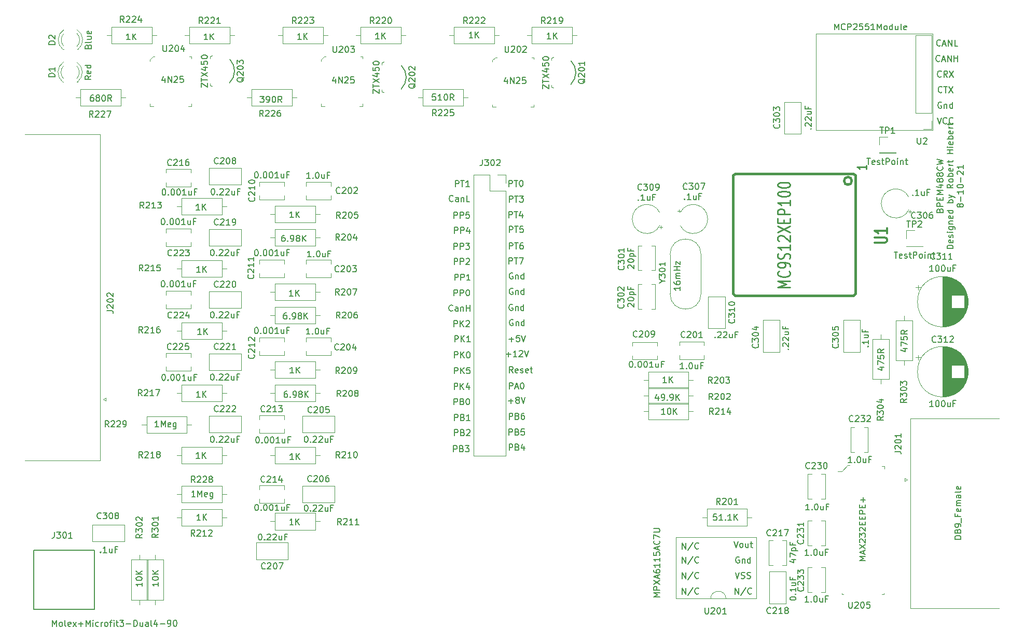
<source format=gbr>
%TF.GenerationSoftware,KiCad,Pcbnew,(5.1.6)-1*%
%TF.CreationDate,2021-08-21T14:57:10-07:00*%
%TF.ProjectId,BPEM488CW,4250454d-3438-4384-9357-2e6b69636164,rev?*%
%TF.SameCoordinates,Original*%
%TF.FileFunction,Legend,Top*%
%TF.FilePolarity,Positive*%
%FSLAX46Y46*%
G04 Gerber Fmt 4.6, Leading zero omitted, Abs format (unit mm)*
G04 Created by KiCad (PCBNEW (5.1.6)-1) date 2021-08-21 14:57:10*
%MOMM*%
%LPD*%
G01*
G04 APERTURE LIST*
%ADD10C,0.150000*%
%ADD11C,0.120000*%
%ADD12C,0.100000*%
%ADD13C,0.381000*%
%ADD14C,0.304800*%
%ADD15C,0.254000*%
G04 APERTURE END LIST*
D10*
X130300552Y-79344780D02*
X130300552Y-78344780D01*
X130681504Y-78344780D01*
X130776742Y-78392400D01*
X130824361Y-78440019D01*
X130871980Y-78535257D01*
X130871980Y-78678114D01*
X130824361Y-78773352D01*
X130776742Y-78820971D01*
X130681504Y-78868590D01*
X130300552Y-78868590D01*
X131157695Y-78344780D02*
X131729123Y-78344780D01*
X131443409Y-79344780D02*
X131443409Y-78344780D01*
X132586266Y-79344780D02*
X132014838Y-79344780D01*
X132300552Y-79344780D02*
X132300552Y-78344780D01*
X132205314Y-78487638D01*
X132110076Y-78582876D01*
X132014838Y-78630495D01*
X129911600Y-81662542D02*
X129863980Y-81710161D01*
X129721123Y-81757780D01*
X129625885Y-81757780D01*
X129483028Y-81710161D01*
X129387790Y-81614923D01*
X129340171Y-81519685D01*
X129292552Y-81329209D01*
X129292552Y-81186352D01*
X129340171Y-80995876D01*
X129387790Y-80900638D01*
X129483028Y-80805400D01*
X129625885Y-80757780D01*
X129721123Y-80757780D01*
X129863980Y-80805400D01*
X129911600Y-80853019D01*
X130768742Y-81757780D02*
X130768742Y-81233971D01*
X130721123Y-81138733D01*
X130625885Y-81091114D01*
X130435409Y-81091114D01*
X130340171Y-81138733D01*
X130768742Y-81710161D02*
X130673504Y-81757780D01*
X130435409Y-81757780D01*
X130340171Y-81710161D01*
X130292552Y-81614923D01*
X130292552Y-81519685D01*
X130340171Y-81424447D01*
X130435409Y-81376828D01*
X130673504Y-81376828D01*
X130768742Y-81329209D01*
X131244933Y-81091114D02*
X131244933Y-81757780D01*
X131244933Y-81186352D02*
X131292552Y-81138733D01*
X131387790Y-81091114D01*
X131530647Y-81091114D01*
X131625885Y-81138733D01*
X131673504Y-81233971D01*
X131673504Y-81757780D01*
X132625885Y-81757780D02*
X132149695Y-81757780D01*
X132149695Y-80757780D01*
X130054504Y-84475580D02*
X130054504Y-83475580D01*
X130435457Y-83475580D01*
X130530695Y-83523200D01*
X130578314Y-83570819D01*
X130625933Y-83666057D01*
X130625933Y-83808914D01*
X130578314Y-83904152D01*
X130530695Y-83951771D01*
X130435457Y-83999390D01*
X130054504Y-83999390D01*
X131054504Y-84475580D02*
X131054504Y-83475580D01*
X131435457Y-83475580D01*
X131530695Y-83523200D01*
X131578314Y-83570819D01*
X131625933Y-83666057D01*
X131625933Y-83808914D01*
X131578314Y-83904152D01*
X131530695Y-83951771D01*
X131435457Y-83999390D01*
X131054504Y-83999390D01*
X132530695Y-83475580D02*
X132054504Y-83475580D01*
X132006885Y-83951771D01*
X132054504Y-83904152D01*
X132149742Y-83856533D01*
X132387838Y-83856533D01*
X132483076Y-83904152D01*
X132530695Y-83951771D01*
X132578314Y-84047009D01*
X132578314Y-84285104D01*
X132530695Y-84380342D01*
X132483076Y-84427961D01*
X132387838Y-84475580D01*
X132149742Y-84475580D01*
X132054504Y-84427961D01*
X132006885Y-84380342D01*
X130156104Y-86964780D02*
X130156104Y-85964780D01*
X130537057Y-85964780D01*
X130632295Y-86012400D01*
X130679914Y-86060019D01*
X130727533Y-86155257D01*
X130727533Y-86298114D01*
X130679914Y-86393352D01*
X130632295Y-86440971D01*
X130537057Y-86488590D01*
X130156104Y-86488590D01*
X131156104Y-86964780D02*
X131156104Y-85964780D01*
X131537057Y-85964780D01*
X131632295Y-86012400D01*
X131679914Y-86060019D01*
X131727533Y-86155257D01*
X131727533Y-86298114D01*
X131679914Y-86393352D01*
X131632295Y-86440971D01*
X131537057Y-86488590D01*
X131156104Y-86488590D01*
X132584676Y-86298114D02*
X132584676Y-86964780D01*
X132346580Y-85917161D02*
X132108485Y-86631447D01*
X132727533Y-86631447D01*
X130054504Y-89555580D02*
X130054504Y-88555580D01*
X130435457Y-88555580D01*
X130530695Y-88603200D01*
X130578314Y-88650819D01*
X130625933Y-88746057D01*
X130625933Y-88888914D01*
X130578314Y-88984152D01*
X130530695Y-89031771D01*
X130435457Y-89079390D01*
X130054504Y-89079390D01*
X131054504Y-89555580D02*
X131054504Y-88555580D01*
X131435457Y-88555580D01*
X131530695Y-88603200D01*
X131578314Y-88650819D01*
X131625933Y-88746057D01*
X131625933Y-88888914D01*
X131578314Y-88984152D01*
X131530695Y-89031771D01*
X131435457Y-89079390D01*
X131054504Y-89079390D01*
X131959266Y-88555580D02*
X132578314Y-88555580D01*
X132244980Y-88936533D01*
X132387838Y-88936533D01*
X132483076Y-88984152D01*
X132530695Y-89031771D01*
X132578314Y-89127009D01*
X132578314Y-89365104D01*
X132530695Y-89460342D01*
X132483076Y-89507961D01*
X132387838Y-89555580D01*
X132102123Y-89555580D01*
X132006885Y-89507961D01*
X131959266Y-89460342D01*
X130105304Y-92044780D02*
X130105304Y-91044780D01*
X130486257Y-91044780D01*
X130581495Y-91092400D01*
X130629114Y-91140019D01*
X130676733Y-91235257D01*
X130676733Y-91378114D01*
X130629114Y-91473352D01*
X130581495Y-91520971D01*
X130486257Y-91568590D01*
X130105304Y-91568590D01*
X131105304Y-92044780D02*
X131105304Y-91044780D01*
X131486257Y-91044780D01*
X131581495Y-91092400D01*
X131629114Y-91140019D01*
X131676733Y-91235257D01*
X131676733Y-91378114D01*
X131629114Y-91473352D01*
X131581495Y-91520971D01*
X131486257Y-91568590D01*
X131105304Y-91568590D01*
X132057685Y-91140019D02*
X132105304Y-91092400D01*
X132200542Y-91044780D01*
X132438638Y-91044780D01*
X132533876Y-91092400D01*
X132581495Y-91140019D01*
X132629114Y-91235257D01*
X132629114Y-91330495D01*
X132581495Y-91473352D01*
X132010066Y-92044780D01*
X132629114Y-92044780D01*
X130181504Y-94610180D02*
X130181504Y-93610180D01*
X130562457Y-93610180D01*
X130657695Y-93657800D01*
X130705314Y-93705419D01*
X130752933Y-93800657D01*
X130752933Y-93943514D01*
X130705314Y-94038752D01*
X130657695Y-94086371D01*
X130562457Y-94133990D01*
X130181504Y-94133990D01*
X131181504Y-94610180D02*
X131181504Y-93610180D01*
X131562457Y-93610180D01*
X131657695Y-93657800D01*
X131705314Y-93705419D01*
X131752933Y-93800657D01*
X131752933Y-93943514D01*
X131705314Y-94038752D01*
X131657695Y-94086371D01*
X131562457Y-94133990D01*
X131181504Y-94133990D01*
X132705314Y-94610180D02*
X132133885Y-94610180D01*
X132419600Y-94610180D02*
X132419600Y-93610180D01*
X132324361Y-93753038D01*
X132229123Y-93848276D01*
X132133885Y-93895895D01*
X130079904Y-97150180D02*
X130079904Y-96150180D01*
X130460857Y-96150180D01*
X130556095Y-96197800D01*
X130603714Y-96245419D01*
X130651333Y-96340657D01*
X130651333Y-96483514D01*
X130603714Y-96578752D01*
X130556095Y-96626371D01*
X130460857Y-96673990D01*
X130079904Y-96673990D01*
X131079904Y-97150180D02*
X131079904Y-96150180D01*
X131460857Y-96150180D01*
X131556095Y-96197800D01*
X131603714Y-96245419D01*
X131651333Y-96340657D01*
X131651333Y-96483514D01*
X131603714Y-96578752D01*
X131556095Y-96626371D01*
X131460857Y-96673990D01*
X131079904Y-96673990D01*
X132270380Y-96150180D02*
X132365619Y-96150180D01*
X132460857Y-96197800D01*
X132508476Y-96245419D01*
X132556095Y-96340657D01*
X132603714Y-96531133D01*
X132603714Y-96769228D01*
X132556095Y-96959704D01*
X132508476Y-97054942D01*
X132460857Y-97102561D01*
X132365619Y-97150180D01*
X132270380Y-97150180D01*
X132175142Y-97102561D01*
X132127523Y-97054942D01*
X132079904Y-96959704D01*
X132032285Y-96769228D01*
X132032285Y-96531133D01*
X132079904Y-96340657D01*
X132127523Y-96245419D01*
X132175142Y-96197800D01*
X132270380Y-96150180D01*
X129843352Y-99544142D02*
X129795733Y-99591761D01*
X129652876Y-99639380D01*
X129557638Y-99639380D01*
X129414780Y-99591761D01*
X129319542Y-99496523D01*
X129271923Y-99401285D01*
X129224304Y-99210809D01*
X129224304Y-99067952D01*
X129271923Y-98877476D01*
X129319542Y-98782238D01*
X129414780Y-98687000D01*
X129557638Y-98639380D01*
X129652876Y-98639380D01*
X129795733Y-98687000D01*
X129843352Y-98734619D01*
X130700495Y-99639380D02*
X130700495Y-99115571D01*
X130652876Y-99020333D01*
X130557638Y-98972714D01*
X130367161Y-98972714D01*
X130271923Y-99020333D01*
X130700495Y-99591761D02*
X130605257Y-99639380D01*
X130367161Y-99639380D01*
X130271923Y-99591761D01*
X130224304Y-99496523D01*
X130224304Y-99401285D01*
X130271923Y-99306047D01*
X130367161Y-99258428D01*
X130605257Y-99258428D01*
X130700495Y-99210809D01*
X131176685Y-98972714D02*
X131176685Y-99639380D01*
X131176685Y-99067952D02*
X131224304Y-99020333D01*
X131319542Y-98972714D01*
X131462400Y-98972714D01*
X131557638Y-99020333D01*
X131605257Y-99115571D01*
X131605257Y-99639380D01*
X132081447Y-99639380D02*
X132081447Y-98639380D01*
X132081447Y-99115571D02*
X132652876Y-99115571D01*
X132652876Y-99639380D02*
X132652876Y-98639380D01*
X130079904Y-102204780D02*
X130079904Y-101204780D01*
X130460857Y-101204780D01*
X130556095Y-101252400D01*
X130603714Y-101300019D01*
X130651333Y-101395257D01*
X130651333Y-101538114D01*
X130603714Y-101633352D01*
X130556095Y-101680971D01*
X130460857Y-101728590D01*
X130079904Y-101728590D01*
X131079904Y-102204780D02*
X131079904Y-101204780D01*
X131651333Y-102204780D02*
X131222761Y-101633352D01*
X131651333Y-101204780D02*
X131079904Y-101776209D01*
X132032285Y-101300019D02*
X132079904Y-101252400D01*
X132175142Y-101204780D01*
X132413238Y-101204780D01*
X132508476Y-101252400D01*
X132556095Y-101300019D01*
X132603714Y-101395257D01*
X132603714Y-101490495D01*
X132556095Y-101633352D01*
X131984666Y-102204780D01*
X132603714Y-102204780D01*
X130206904Y-104668580D02*
X130206904Y-103668580D01*
X130587857Y-103668580D01*
X130683095Y-103716200D01*
X130730714Y-103763819D01*
X130778333Y-103859057D01*
X130778333Y-104001914D01*
X130730714Y-104097152D01*
X130683095Y-104144771D01*
X130587857Y-104192390D01*
X130206904Y-104192390D01*
X131206904Y-104668580D02*
X131206904Y-103668580D01*
X131778333Y-104668580D02*
X131349761Y-104097152D01*
X131778333Y-103668580D02*
X131206904Y-104240009D01*
X132730714Y-104668580D02*
X132159285Y-104668580D01*
X132445000Y-104668580D02*
X132445000Y-103668580D01*
X132349761Y-103811438D01*
X132254523Y-103906676D01*
X132159285Y-103954295D01*
X130156104Y-107284780D02*
X130156104Y-106284780D01*
X130537057Y-106284780D01*
X130632295Y-106332400D01*
X130679914Y-106380019D01*
X130727533Y-106475257D01*
X130727533Y-106618114D01*
X130679914Y-106713352D01*
X130632295Y-106760971D01*
X130537057Y-106808590D01*
X130156104Y-106808590D01*
X131156104Y-107284780D02*
X131156104Y-106284780D01*
X131727533Y-107284780D02*
X131298961Y-106713352D01*
X131727533Y-106284780D02*
X131156104Y-106856209D01*
X132346580Y-106284780D02*
X132441819Y-106284780D01*
X132537057Y-106332400D01*
X132584676Y-106380019D01*
X132632295Y-106475257D01*
X132679914Y-106665733D01*
X132679914Y-106903828D01*
X132632295Y-107094304D01*
X132584676Y-107189542D01*
X132537057Y-107237161D01*
X132441819Y-107284780D01*
X132346580Y-107284780D01*
X132251342Y-107237161D01*
X132203723Y-107189542D01*
X132156104Y-107094304D01*
X132108485Y-106903828D01*
X132108485Y-106665733D01*
X132156104Y-106475257D01*
X132203723Y-106380019D01*
X132251342Y-106332400D01*
X132346580Y-106284780D01*
X130156104Y-109850180D02*
X130156104Y-108850180D01*
X130537057Y-108850180D01*
X130632295Y-108897800D01*
X130679914Y-108945419D01*
X130727533Y-109040657D01*
X130727533Y-109183514D01*
X130679914Y-109278752D01*
X130632295Y-109326371D01*
X130537057Y-109373990D01*
X130156104Y-109373990D01*
X131156104Y-109850180D02*
X131156104Y-108850180D01*
X131727533Y-109850180D02*
X131298961Y-109278752D01*
X131727533Y-108850180D02*
X131156104Y-109421609D01*
X132632295Y-108850180D02*
X132156104Y-108850180D01*
X132108485Y-109326371D01*
X132156104Y-109278752D01*
X132251342Y-109231133D01*
X132489438Y-109231133D01*
X132584676Y-109278752D01*
X132632295Y-109326371D01*
X132679914Y-109421609D01*
X132679914Y-109659704D01*
X132632295Y-109754942D01*
X132584676Y-109802561D01*
X132489438Y-109850180D01*
X132251342Y-109850180D01*
X132156104Y-109802561D01*
X132108485Y-109754942D01*
X130105304Y-112415580D02*
X130105304Y-111415580D01*
X130486257Y-111415580D01*
X130581495Y-111463200D01*
X130629114Y-111510819D01*
X130676733Y-111606057D01*
X130676733Y-111748914D01*
X130629114Y-111844152D01*
X130581495Y-111891771D01*
X130486257Y-111939390D01*
X130105304Y-111939390D01*
X131105304Y-112415580D02*
X131105304Y-111415580D01*
X131676733Y-112415580D02*
X131248161Y-111844152D01*
X131676733Y-111415580D02*
X131105304Y-111987009D01*
X132533876Y-111748914D02*
X132533876Y-112415580D01*
X132295780Y-111367961D02*
X132057685Y-112082247D01*
X132676733Y-112082247D01*
X130079904Y-114930180D02*
X130079904Y-113930180D01*
X130460857Y-113930180D01*
X130556095Y-113977800D01*
X130603714Y-114025419D01*
X130651333Y-114120657D01*
X130651333Y-114263514D01*
X130603714Y-114358752D01*
X130556095Y-114406371D01*
X130460857Y-114453990D01*
X130079904Y-114453990D01*
X131413238Y-114406371D02*
X131556095Y-114453990D01*
X131603714Y-114501609D01*
X131651333Y-114596847D01*
X131651333Y-114739704D01*
X131603714Y-114834942D01*
X131556095Y-114882561D01*
X131460857Y-114930180D01*
X131079904Y-114930180D01*
X131079904Y-113930180D01*
X131413238Y-113930180D01*
X131508476Y-113977800D01*
X131556095Y-114025419D01*
X131603714Y-114120657D01*
X131603714Y-114215895D01*
X131556095Y-114311133D01*
X131508476Y-114358752D01*
X131413238Y-114406371D01*
X131079904Y-114406371D01*
X132270380Y-113930180D02*
X132365619Y-113930180D01*
X132460857Y-113977800D01*
X132508476Y-114025419D01*
X132556095Y-114120657D01*
X132603714Y-114311133D01*
X132603714Y-114549228D01*
X132556095Y-114739704D01*
X132508476Y-114834942D01*
X132460857Y-114882561D01*
X132365619Y-114930180D01*
X132270380Y-114930180D01*
X132175142Y-114882561D01*
X132127523Y-114834942D01*
X132079904Y-114739704D01*
X132032285Y-114549228D01*
X132032285Y-114311133D01*
X132079904Y-114120657D01*
X132127523Y-114025419D01*
X132175142Y-113977800D01*
X132270380Y-113930180D01*
X130156104Y-117495580D02*
X130156104Y-116495580D01*
X130537057Y-116495580D01*
X130632295Y-116543200D01*
X130679914Y-116590819D01*
X130727533Y-116686057D01*
X130727533Y-116828914D01*
X130679914Y-116924152D01*
X130632295Y-116971771D01*
X130537057Y-117019390D01*
X130156104Y-117019390D01*
X131489438Y-116971771D02*
X131632295Y-117019390D01*
X131679914Y-117067009D01*
X131727533Y-117162247D01*
X131727533Y-117305104D01*
X131679914Y-117400342D01*
X131632295Y-117447961D01*
X131537057Y-117495580D01*
X131156104Y-117495580D01*
X131156104Y-116495580D01*
X131489438Y-116495580D01*
X131584676Y-116543200D01*
X131632295Y-116590819D01*
X131679914Y-116686057D01*
X131679914Y-116781295D01*
X131632295Y-116876533D01*
X131584676Y-116924152D01*
X131489438Y-116971771D01*
X131156104Y-116971771D01*
X132679914Y-117495580D02*
X132108485Y-117495580D01*
X132394200Y-117495580D02*
X132394200Y-116495580D01*
X132298961Y-116638438D01*
X132203723Y-116733676D01*
X132108485Y-116781295D01*
X130156104Y-119984780D02*
X130156104Y-118984780D01*
X130537057Y-118984780D01*
X130632295Y-119032400D01*
X130679914Y-119080019D01*
X130727533Y-119175257D01*
X130727533Y-119318114D01*
X130679914Y-119413352D01*
X130632295Y-119460971D01*
X130537057Y-119508590D01*
X130156104Y-119508590D01*
X131489438Y-119460971D02*
X131632295Y-119508590D01*
X131679914Y-119556209D01*
X131727533Y-119651447D01*
X131727533Y-119794304D01*
X131679914Y-119889542D01*
X131632295Y-119937161D01*
X131537057Y-119984780D01*
X131156104Y-119984780D01*
X131156104Y-118984780D01*
X131489438Y-118984780D01*
X131584676Y-119032400D01*
X131632295Y-119080019D01*
X131679914Y-119175257D01*
X131679914Y-119270495D01*
X131632295Y-119365733D01*
X131584676Y-119413352D01*
X131489438Y-119460971D01*
X131156104Y-119460971D01*
X132108485Y-119080019D02*
X132156104Y-119032400D01*
X132251342Y-118984780D01*
X132489438Y-118984780D01*
X132584676Y-119032400D01*
X132632295Y-119080019D01*
X132679914Y-119175257D01*
X132679914Y-119270495D01*
X132632295Y-119413352D01*
X132060866Y-119984780D01*
X132679914Y-119984780D01*
X130003704Y-122626380D02*
X130003704Y-121626380D01*
X130384657Y-121626380D01*
X130479895Y-121674000D01*
X130527514Y-121721619D01*
X130575133Y-121816857D01*
X130575133Y-121959714D01*
X130527514Y-122054952D01*
X130479895Y-122102571D01*
X130384657Y-122150190D01*
X130003704Y-122150190D01*
X131337038Y-122102571D02*
X131479895Y-122150190D01*
X131527514Y-122197809D01*
X131575133Y-122293047D01*
X131575133Y-122435904D01*
X131527514Y-122531142D01*
X131479895Y-122578761D01*
X131384657Y-122626380D01*
X131003704Y-122626380D01*
X131003704Y-121626380D01*
X131337038Y-121626380D01*
X131432276Y-121674000D01*
X131479895Y-121721619D01*
X131527514Y-121816857D01*
X131527514Y-121912095D01*
X131479895Y-122007333D01*
X131432276Y-122054952D01*
X131337038Y-122102571D01*
X131003704Y-122102571D01*
X131908466Y-121626380D02*
X132527514Y-121626380D01*
X132194180Y-122007333D01*
X132337038Y-122007333D01*
X132432276Y-122054952D01*
X132479895Y-122102571D01*
X132527514Y-122197809D01*
X132527514Y-122435904D01*
X132479895Y-122531142D01*
X132432276Y-122578761D01*
X132337038Y-122626380D01*
X132051323Y-122626380D01*
X131956085Y-122578761D01*
X131908466Y-122531142D01*
X139071504Y-122372380D02*
X139071504Y-121372380D01*
X139452457Y-121372380D01*
X139547695Y-121420000D01*
X139595314Y-121467619D01*
X139642933Y-121562857D01*
X139642933Y-121705714D01*
X139595314Y-121800952D01*
X139547695Y-121848571D01*
X139452457Y-121896190D01*
X139071504Y-121896190D01*
X140404838Y-121848571D02*
X140547695Y-121896190D01*
X140595314Y-121943809D01*
X140642933Y-122039047D01*
X140642933Y-122181904D01*
X140595314Y-122277142D01*
X140547695Y-122324761D01*
X140452457Y-122372380D01*
X140071504Y-122372380D01*
X140071504Y-121372380D01*
X140404838Y-121372380D01*
X140500076Y-121420000D01*
X140547695Y-121467619D01*
X140595314Y-121562857D01*
X140595314Y-121658095D01*
X140547695Y-121753333D01*
X140500076Y-121800952D01*
X140404838Y-121848571D01*
X140071504Y-121848571D01*
X141500076Y-121705714D02*
X141500076Y-122372380D01*
X141261980Y-121324761D02*
X141023885Y-122039047D01*
X141642933Y-122039047D01*
X139046104Y-119883180D02*
X139046104Y-118883180D01*
X139427057Y-118883180D01*
X139522295Y-118930800D01*
X139569914Y-118978419D01*
X139617533Y-119073657D01*
X139617533Y-119216514D01*
X139569914Y-119311752D01*
X139522295Y-119359371D01*
X139427057Y-119406990D01*
X139046104Y-119406990D01*
X140379438Y-119359371D02*
X140522295Y-119406990D01*
X140569914Y-119454609D01*
X140617533Y-119549847D01*
X140617533Y-119692704D01*
X140569914Y-119787942D01*
X140522295Y-119835561D01*
X140427057Y-119883180D01*
X140046104Y-119883180D01*
X140046104Y-118883180D01*
X140379438Y-118883180D01*
X140474676Y-118930800D01*
X140522295Y-118978419D01*
X140569914Y-119073657D01*
X140569914Y-119168895D01*
X140522295Y-119264133D01*
X140474676Y-119311752D01*
X140379438Y-119359371D01*
X140046104Y-119359371D01*
X141522295Y-118883180D02*
X141046104Y-118883180D01*
X140998485Y-119359371D01*
X141046104Y-119311752D01*
X141141342Y-119264133D01*
X141379438Y-119264133D01*
X141474676Y-119311752D01*
X141522295Y-119359371D01*
X141569914Y-119454609D01*
X141569914Y-119692704D01*
X141522295Y-119787942D01*
X141474676Y-119835561D01*
X141379438Y-119883180D01*
X141141342Y-119883180D01*
X141046104Y-119835561D01*
X140998485Y-119787942D01*
X139071504Y-117317780D02*
X139071504Y-116317780D01*
X139452457Y-116317780D01*
X139547695Y-116365400D01*
X139595314Y-116413019D01*
X139642933Y-116508257D01*
X139642933Y-116651114D01*
X139595314Y-116746352D01*
X139547695Y-116793971D01*
X139452457Y-116841590D01*
X139071504Y-116841590D01*
X140404838Y-116793971D02*
X140547695Y-116841590D01*
X140595314Y-116889209D01*
X140642933Y-116984447D01*
X140642933Y-117127304D01*
X140595314Y-117222542D01*
X140547695Y-117270161D01*
X140452457Y-117317780D01*
X140071504Y-117317780D01*
X140071504Y-116317780D01*
X140404838Y-116317780D01*
X140500076Y-116365400D01*
X140547695Y-116413019D01*
X140595314Y-116508257D01*
X140595314Y-116603495D01*
X140547695Y-116698733D01*
X140500076Y-116746352D01*
X140404838Y-116793971D01*
X140071504Y-116793971D01*
X141500076Y-116317780D02*
X141309600Y-116317780D01*
X141214361Y-116365400D01*
X141166742Y-116413019D01*
X141071504Y-116555876D01*
X141023885Y-116746352D01*
X141023885Y-117127304D01*
X141071504Y-117222542D01*
X141119123Y-117270161D01*
X141214361Y-117317780D01*
X141404838Y-117317780D01*
X141500076Y-117270161D01*
X141547695Y-117222542D01*
X141595314Y-117127304D01*
X141595314Y-116889209D01*
X141547695Y-116793971D01*
X141500076Y-116746352D01*
X141404838Y-116698733D01*
X141214361Y-116698733D01*
X141119123Y-116746352D01*
X141071504Y-116793971D01*
X141023885Y-116889209D01*
X138973085Y-114320628D02*
X139734990Y-114320628D01*
X139354038Y-114701580D02*
X139354038Y-113939676D01*
X140354038Y-114130152D02*
X140258800Y-114082533D01*
X140211180Y-114034914D01*
X140163561Y-113939676D01*
X140163561Y-113892057D01*
X140211180Y-113796819D01*
X140258800Y-113749200D01*
X140354038Y-113701580D01*
X140544514Y-113701580D01*
X140639752Y-113749200D01*
X140687371Y-113796819D01*
X140734990Y-113892057D01*
X140734990Y-113939676D01*
X140687371Y-114034914D01*
X140639752Y-114082533D01*
X140544514Y-114130152D01*
X140354038Y-114130152D01*
X140258800Y-114177771D01*
X140211180Y-114225390D01*
X140163561Y-114320628D01*
X140163561Y-114511104D01*
X140211180Y-114606342D01*
X140258800Y-114653961D01*
X140354038Y-114701580D01*
X140544514Y-114701580D01*
X140639752Y-114653961D01*
X140687371Y-114606342D01*
X140734990Y-114511104D01*
X140734990Y-114320628D01*
X140687371Y-114225390D01*
X140639752Y-114177771D01*
X140544514Y-114130152D01*
X141020704Y-113701580D02*
X141354038Y-114701580D01*
X141687371Y-113701580D01*
X139092133Y-112339380D02*
X139092133Y-111339380D01*
X139473085Y-111339380D01*
X139568323Y-111387000D01*
X139615942Y-111434619D01*
X139663561Y-111529857D01*
X139663561Y-111672714D01*
X139615942Y-111767952D01*
X139568323Y-111815571D01*
X139473085Y-111863190D01*
X139092133Y-111863190D01*
X140044514Y-112053666D02*
X140520704Y-112053666D01*
X139949276Y-112339380D02*
X140282609Y-111339380D01*
X140615942Y-112339380D01*
X141139752Y-111339380D02*
X141234990Y-111339380D01*
X141330228Y-111387000D01*
X141377847Y-111434619D01*
X141425466Y-111529857D01*
X141473085Y-111720333D01*
X141473085Y-111958428D01*
X141425466Y-112148904D01*
X141377847Y-112244142D01*
X141330228Y-112291761D01*
X141234990Y-112339380D01*
X141139752Y-112339380D01*
X141044514Y-112291761D01*
X140996895Y-112244142D01*
X140949276Y-112148904D01*
X140901657Y-111958428D01*
X140901657Y-111720333D01*
X140949276Y-111529857D01*
X140996895Y-111434619D01*
X141044514Y-111387000D01*
X141139752Y-111339380D01*
X139681104Y-109723180D02*
X139347771Y-109246990D01*
X139109676Y-109723180D02*
X139109676Y-108723180D01*
X139490628Y-108723180D01*
X139585866Y-108770800D01*
X139633485Y-108818419D01*
X139681104Y-108913657D01*
X139681104Y-109056514D01*
X139633485Y-109151752D01*
X139585866Y-109199371D01*
X139490628Y-109246990D01*
X139109676Y-109246990D01*
X140490628Y-109675561D02*
X140395390Y-109723180D01*
X140204914Y-109723180D01*
X140109676Y-109675561D01*
X140062057Y-109580323D01*
X140062057Y-109199371D01*
X140109676Y-109104133D01*
X140204914Y-109056514D01*
X140395390Y-109056514D01*
X140490628Y-109104133D01*
X140538247Y-109199371D01*
X140538247Y-109294609D01*
X140062057Y-109389847D01*
X140919200Y-109675561D02*
X141014438Y-109723180D01*
X141204914Y-109723180D01*
X141300152Y-109675561D01*
X141347771Y-109580323D01*
X141347771Y-109532704D01*
X141300152Y-109437466D01*
X141204914Y-109389847D01*
X141062057Y-109389847D01*
X140966819Y-109342228D01*
X140919200Y-109246990D01*
X140919200Y-109199371D01*
X140966819Y-109104133D01*
X141062057Y-109056514D01*
X141204914Y-109056514D01*
X141300152Y-109104133D01*
X142157295Y-109675561D02*
X142062057Y-109723180D01*
X141871580Y-109723180D01*
X141776342Y-109675561D01*
X141728723Y-109580323D01*
X141728723Y-109199371D01*
X141776342Y-109104133D01*
X141871580Y-109056514D01*
X142062057Y-109056514D01*
X142157295Y-109104133D01*
X142204914Y-109199371D01*
X142204914Y-109294609D01*
X141728723Y-109389847D01*
X142490628Y-109056514D02*
X142871580Y-109056514D01*
X142633485Y-108723180D02*
X142633485Y-109580323D01*
X142681104Y-109675561D01*
X142776342Y-109723180D01*
X142871580Y-109723180D01*
X138573095Y-106700628D02*
X139335000Y-106700628D01*
X138954047Y-107081580D02*
X138954047Y-106319676D01*
X140335000Y-107081580D02*
X139763571Y-107081580D01*
X140049285Y-107081580D02*
X140049285Y-106081580D01*
X139954047Y-106224438D01*
X139858809Y-106319676D01*
X139763571Y-106367295D01*
X140715952Y-106176819D02*
X140763571Y-106129200D01*
X140858809Y-106081580D01*
X141096904Y-106081580D01*
X141192142Y-106129200D01*
X141239761Y-106176819D01*
X141287380Y-106272057D01*
X141287380Y-106367295D01*
X141239761Y-106510152D01*
X140668333Y-107081580D01*
X141287380Y-107081580D01*
X141573095Y-106081580D02*
X141906428Y-107081580D01*
X142239761Y-106081580D01*
X139049285Y-104236828D02*
X139811190Y-104236828D01*
X139430238Y-104617780D02*
X139430238Y-103855876D01*
X140763571Y-103617780D02*
X140287380Y-103617780D01*
X140239761Y-104093971D01*
X140287380Y-104046352D01*
X140382619Y-103998733D01*
X140620714Y-103998733D01*
X140715952Y-104046352D01*
X140763571Y-104093971D01*
X140811190Y-104189209D01*
X140811190Y-104427304D01*
X140763571Y-104522542D01*
X140715952Y-104570161D01*
X140620714Y-104617780D01*
X140382619Y-104617780D01*
X140287380Y-104570161D01*
X140239761Y-104522542D01*
X141096904Y-103617780D02*
X141430238Y-104617780D01*
X141763571Y-103617780D01*
X139692142Y-101074600D02*
X139596904Y-101026980D01*
X139454047Y-101026980D01*
X139311190Y-101074600D01*
X139215952Y-101169838D01*
X139168333Y-101265076D01*
X139120714Y-101455552D01*
X139120714Y-101598409D01*
X139168333Y-101788885D01*
X139215952Y-101884123D01*
X139311190Y-101979361D01*
X139454047Y-102026980D01*
X139549285Y-102026980D01*
X139692142Y-101979361D01*
X139739761Y-101931742D01*
X139739761Y-101598409D01*
X139549285Y-101598409D01*
X140168333Y-101360314D02*
X140168333Y-102026980D01*
X140168333Y-101455552D02*
X140215952Y-101407933D01*
X140311190Y-101360314D01*
X140454047Y-101360314D01*
X140549285Y-101407933D01*
X140596904Y-101503171D01*
X140596904Y-102026980D01*
X141501666Y-102026980D02*
X141501666Y-101026980D01*
X141501666Y-101979361D02*
X141406428Y-102026980D01*
X141215952Y-102026980D01*
X141120714Y-101979361D01*
X141073095Y-101931742D01*
X141025476Y-101836504D01*
X141025476Y-101550790D01*
X141073095Y-101455552D01*
X141120714Y-101407933D01*
X141215952Y-101360314D01*
X141406428Y-101360314D01*
X141501666Y-101407933D01*
X139615942Y-98585400D02*
X139520704Y-98537780D01*
X139377847Y-98537780D01*
X139234990Y-98585400D01*
X139139752Y-98680638D01*
X139092133Y-98775876D01*
X139044514Y-98966352D01*
X139044514Y-99109209D01*
X139092133Y-99299685D01*
X139139752Y-99394923D01*
X139234990Y-99490161D01*
X139377847Y-99537780D01*
X139473085Y-99537780D01*
X139615942Y-99490161D01*
X139663561Y-99442542D01*
X139663561Y-99109209D01*
X139473085Y-99109209D01*
X140092133Y-98871114D02*
X140092133Y-99537780D01*
X140092133Y-98966352D02*
X140139752Y-98918733D01*
X140234990Y-98871114D01*
X140377847Y-98871114D01*
X140473085Y-98918733D01*
X140520704Y-99013971D01*
X140520704Y-99537780D01*
X141425466Y-99537780D02*
X141425466Y-98537780D01*
X141425466Y-99490161D02*
X141330228Y-99537780D01*
X141139752Y-99537780D01*
X141044514Y-99490161D01*
X140996895Y-99442542D01*
X140949276Y-99347304D01*
X140949276Y-99061590D01*
X140996895Y-98966352D01*
X141044514Y-98918733D01*
X141139752Y-98871114D01*
X141330228Y-98871114D01*
X141425466Y-98918733D01*
X139666742Y-95969200D02*
X139571504Y-95921580D01*
X139428647Y-95921580D01*
X139285790Y-95969200D01*
X139190552Y-96064438D01*
X139142933Y-96159676D01*
X139095314Y-96350152D01*
X139095314Y-96493009D01*
X139142933Y-96683485D01*
X139190552Y-96778723D01*
X139285790Y-96873961D01*
X139428647Y-96921580D01*
X139523885Y-96921580D01*
X139666742Y-96873961D01*
X139714361Y-96826342D01*
X139714361Y-96493009D01*
X139523885Y-96493009D01*
X140142933Y-96254914D02*
X140142933Y-96921580D01*
X140142933Y-96350152D02*
X140190552Y-96302533D01*
X140285790Y-96254914D01*
X140428647Y-96254914D01*
X140523885Y-96302533D01*
X140571504Y-96397771D01*
X140571504Y-96921580D01*
X141476266Y-96921580D02*
X141476266Y-95921580D01*
X141476266Y-96873961D02*
X141381028Y-96921580D01*
X141190552Y-96921580D01*
X141095314Y-96873961D01*
X141047695Y-96826342D01*
X141000076Y-96731104D01*
X141000076Y-96445390D01*
X141047695Y-96350152D01*
X141095314Y-96302533D01*
X141190552Y-96254914D01*
X141381028Y-96254914D01*
X141476266Y-96302533D01*
X139641342Y-93454600D02*
X139546104Y-93406980D01*
X139403247Y-93406980D01*
X139260390Y-93454600D01*
X139165152Y-93549838D01*
X139117533Y-93645076D01*
X139069914Y-93835552D01*
X139069914Y-93978409D01*
X139117533Y-94168885D01*
X139165152Y-94264123D01*
X139260390Y-94359361D01*
X139403247Y-94406980D01*
X139498485Y-94406980D01*
X139641342Y-94359361D01*
X139688961Y-94311742D01*
X139688961Y-93978409D01*
X139498485Y-93978409D01*
X140117533Y-93740314D02*
X140117533Y-94406980D01*
X140117533Y-93835552D02*
X140165152Y-93787933D01*
X140260390Y-93740314D01*
X140403247Y-93740314D01*
X140498485Y-93787933D01*
X140546104Y-93883171D01*
X140546104Y-94406980D01*
X141450866Y-94406980D02*
X141450866Y-93406980D01*
X141450866Y-94359361D02*
X141355628Y-94406980D01*
X141165152Y-94406980D01*
X141069914Y-94359361D01*
X141022295Y-94311742D01*
X140974676Y-94216504D01*
X140974676Y-93930790D01*
X141022295Y-93835552D01*
X141069914Y-93787933D01*
X141165152Y-93740314D01*
X141355628Y-93740314D01*
X141450866Y-93787933D01*
X139038152Y-91943180D02*
X139038152Y-90943180D01*
X139419104Y-90943180D01*
X139514342Y-90990800D01*
X139561961Y-91038419D01*
X139609580Y-91133657D01*
X139609580Y-91276514D01*
X139561961Y-91371752D01*
X139514342Y-91419371D01*
X139419104Y-91466990D01*
X139038152Y-91466990D01*
X139895295Y-90943180D02*
X140466723Y-90943180D01*
X140181009Y-91943180D02*
X140181009Y-90943180D01*
X140704819Y-90943180D02*
X141371485Y-90943180D01*
X140942914Y-91943180D01*
X139088952Y-89504780D02*
X139088952Y-88504780D01*
X139469904Y-88504780D01*
X139565142Y-88552400D01*
X139612761Y-88600019D01*
X139660380Y-88695257D01*
X139660380Y-88838114D01*
X139612761Y-88933352D01*
X139565142Y-88980971D01*
X139469904Y-89028590D01*
X139088952Y-89028590D01*
X139946095Y-88504780D02*
X140517523Y-88504780D01*
X140231809Y-89504780D02*
X140231809Y-88504780D01*
X141279428Y-88504780D02*
X141088952Y-88504780D01*
X140993714Y-88552400D01*
X140946095Y-88600019D01*
X140850857Y-88742876D01*
X140803238Y-88933352D01*
X140803238Y-89314304D01*
X140850857Y-89409542D01*
X140898476Y-89457161D01*
X140993714Y-89504780D01*
X141184190Y-89504780D01*
X141279428Y-89457161D01*
X141327047Y-89409542D01*
X141374666Y-89314304D01*
X141374666Y-89076209D01*
X141327047Y-88980971D01*
X141279428Y-88933352D01*
X141184190Y-88885733D01*
X140993714Y-88885733D01*
X140898476Y-88933352D01*
X140850857Y-88980971D01*
X140803238Y-89076209D01*
X139088952Y-86812380D02*
X139088952Y-85812380D01*
X139469904Y-85812380D01*
X139565142Y-85860000D01*
X139612761Y-85907619D01*
X139660380Y-86002857D01*
X139660380Y-86145714D01*
X139612761Y-86240952D01*
X139565142Y-86288571D01*
X139469904Y-86336190D01*
X139088952Y-86336190D01*
X139946095Y-85812380D02*
X140517523Y-85812380D01*
X140231809Y-86812380D02*
X140231809Y-85812380D01*
X141327047Y-85812380D02*
X140850857Y-85812380D01*
X140803238Y-86288571D01*
X140850857Y-86240952D01*
X140946095Y-86193333D01*
X141184190Y-86193333D01*
X141279428Y-86240952D01*
X141327047Y-86288571D01*
X141374666Y-86383809D01*
X141374666Y-86621904D01*
X141327047Y-86717142D01*
X141279428Y-86764761D01*
X141184190Y-86812380D01*
X140946095Y-86812380D01*
X140850857Y-86764761D01*
X140803238Y-86717142D01*
X139038152Y-84373980D02*
X139038152Y-83373980D01*
X139419104Y-83373980D01*
X139514342Y-83421600D01*
X139561961Y-83469219D01*
X139609580Y-83564457D01*
X139609580Y-83707314D01*
X139561961Y-83802552D01*
X139514342Y-83850171D01*
X139419104Y-83897790D01*
X139038152Y-83897790D01*
X139895295Y-83373980D02*
X140466723Y-83373980D01*
X140181009Y-84373980D02*
X140181009Y-83373980D01*
X141228628Y-83707314D02*
X141228628Y-84373980D01*
X140990533Y-83326361D02*
X140752438Y-84040647D01*
X141371485Y-84040647D01*
X139088952Y-81833980D02*
X139088952Y-80833980D01*
X139469904Y-80833980D01*
X139565142Y-80881600D01*
X139612761Y-80929219D01*
X139660380Y-81024457D01*
X139660380Y-81167314D01*
X139612761Y-81262552D01*
X139565142Y-81310171D01*
X139469904Y-81357790D01*
X139088952Y-81357790D01*
X139946095Y-80833980D02*
X140517523Y-80833980D01*
X140231809Y-81833980D02*
X140231809Y-80833980D01*
X140755619Y-80833980D02*
X141374666Y-80833980D01*
X141041333Y-81214933D01*
X141184190Y-81214933D01*
X141279428Y-81262552D01*
X141327047Y-81310171D01*
X141374666Y-81405409D01*
X141374666Y-81643504D01*
X141327047Y-81738742D01*
X141279428Y-81786361D01*
X141184190Y-81833980D01*
X140898476Y-81833980D01*
X140803238Y-81786361D01*
X140755619Y-81738742D01*
X139038152Y-79293980D02*
X139038152Y-78293980D01*
X139419104Y-78293980D01*
X139514342Y-78341600D01*
X139561961Y-78389219D01*
X139609580Y-78484457D01*
X139609580Y-78627314D01*
X139561961Y-78722552D01*
X139514342Y-78770171D01*
X139419104Y-78817790D01*
X139038152Y-78817790D01*
X139895295Y-78293980D02*
X140466723Y-78293980D01*
X140181009Y-79293980D02*
X140181009Y-78293980D01*
X140990533Y-78293980D02*
X141085771Y-78293980D01*
X141181009Y-78341600D01*
X141228628Y-78389219D01*
X141276247Y-78484457D01*
X141323866Y-78674933D01*
X141323866Y-78913028D01*
X141276247Y-79103504D01*
X141228628Y-79198742D01*
X141181009Y-79246361D01*
X141085771Y-79293980D01*
X140990533Y-79293980D01*
X140895295Y-79246361D01*
X140847676Y-79198742D01*
X140800057Y-79103504D01*
X140752438Y-78913028D01*
X140752438Y-78674933D01*
X140800057Y-78484457D01*
X140847676Y-78389219D01*
X140895295Y-78341600D01*
X140990533Y-78293980D01*
X209352571Y-83200380D02*
X209400190Y-83057523D01*
X209447809Y-83009904D01*
X209543047Y-82962285D01*
X209685904Y-82962285D01*
X209781142Y-83009904D01*
X209828761Y-83057523D01*
X209876380Y-83152761D01*
X209876380Y-83533714D01*
X208876380Y-83533714D01*
X208876380Y-83200380D01*
X208924000Y-83105142D01*
X208971619Y-83057523D01*
X209066857Y-83009904D01*
X209162095Y-83009904D01*
X209257333Y-83057523D01*
X209304952Y-83105142D01*
X209352571Y-83200380D01*
X209352571Y-83533714D01*
X209876380Y-82533714D02*
X208876380Y-82533714D01*
X208876380Y-82152761D01*
X208924000Y-82057523D01*
X208971619Y-82009904D01*
X209066857Y-81962285D01*
X209209714Y-81962285D01*
X209304952Y-82009904D01*
X209352571Y-82057523D01*
X209400190Y-82152761D01*
X209400190Y-82533714D01*
X209352571Y-81533714D02*
X209352571Y-81200380D01*
X209876380Y-81057523D02*
X209876380Y-81533714D01*
X208876380Y-81533714D01*
X208876380Y-81057523D01*
X209876380Y-80628952D02*
X208876380Y-80628952D01*
X209590666Y-80295619D01*
X208876380Y-79962285D01*
X209876380Y-79962285D01*
X209209714Y-79057523D02*
X209876380Y-79057523D01*
X208828761Y-79295619D02*
X209543047Y-79533714D01*
X209543047Y-78914666D01*
X209304952Y-78390857D02*
X209257333Y-78486095D01*
X209209714Y-78533714D01*
X209114476Y-78581333D01*
X209066857Y-78581333D01*
X208971619Y-78533714D01*
X208924000Y-78486095D01*
X208876380Y-78390857D01*
X208876380Y-78200380D01*
X208924000Y-78105142D01*
X208971619Y-78057523D01*
X209066857Y-78009904D01*
X209114476Y-78009904D01*
X209209714Y-78057523D01*
X209257333Y-78105142D01*
X209304952Y-78200380D01*
X209304952Y-78390857D01*
X209352571Y-78486095D01*
X209400190Y-78533714D01*
X209495428Y-78581333D01*
X209685904Y-78581333D01*
X209781142Y-78533714D01*
X209828761Y-78486095D01*
X209876380Y-78390857D01*
X209876380Y-78200380D01*
X209828761Y-78105142D01*
X209781142Y-78057523D01*
X209685904Y-78009904D01*
X209495428Y-78009904D01*
X209400190Y-78057523D01*
X209352571Y-78105142D01*
X209304952Y-78200380D01*
X209304952Y-77438476D02*
X209257333Y-77533714D01*
X209209714Y-77581333D01*
X209114476Y-77628952D01*
X209066857Y-77628952D01*
X208971619Y-77581333D01*
X208924000Y-77533714D01*
X208876380Y-77438476D01*
X208876380Y-77248000D01*
X208924000Y-77152761D01*
X208971619Y-77105142D01*
X209066857Y-77057523D01*
X209114476Y-77057523D01*
X209209714Y-77105142D01*
X209257333Y-77152761D01*
X209304952Y-77248000D01*
X209304952Y-77438476D01*
X209352571Y-77533714D01*
X209400190Y-77581333D01*
X209495428Y-77628952D01*
X209685904Y-77628952D01*
X209781142Y-77581333D01*
X209828761Y-77533714D01*
X209876380Y-77438476D01*
X209876380Y-77248000D01*
X209828761Y-77152761D01*
X209781142Y-77105142D01*
X209685904Y-77057523D01*
X209495428Y-77057523D01*
X209400190Y-77105142D01*
X209352571Y-77152761D01*
X209304952Y-77248000D01*
X209781142Y-76057523D02*
X209828761Y-76105142D01*
X209876380Y-76248000D01*
X209876380Y-76343238D01*
X209828761Y-76486095D01*
X209733523Y-76581333D01*
X209638285Y-76628952D01*
X209447809Y-76676571D01*
X209304952Y-76676571D01*
X209114476Y-76628952D01*
X209019238Y-76581333D01*
X208924000Y-76486095D01*
X208876380Y-76343238D01*
X208876380Y-76248000D01*
X208924000Y-76105142D01*
X208971619Y-76057523D01*
X208876380Y-75724190D02*
X209876380Y-75486095D01*
X209162095Y-75295619D01*
X209876380Y-75105142D01*
X208876380Y-74867047D01*
X211526380Y-89438476D02*
X210526380Y-89438476D01*
X210526380Y-89200380D01*
X210574000Y-89057523D01*
X210669238Y-88962285D01*
X210764476Y-88914666D01*
X210954952Y-88867047D01*
X211097809Y-88867047D01*
X211288285Y-88914666D01*
X211383523Y-88962285D01*
X211478761Y-89057523D01*
X211526380Y-89200380D01*
X211526380Y-89438476D01*
X211478761Y-88057523D02*
X211526380Y-88152761D01*
X211526380Y-88343238D01*
X211478761Y-88438476D01*
X211383523Y-88486095D01*
X211002571Y-88486095D01*
X210907333Y-88438476D01*
X210859714Y-88343238D01*
X210859714Y-88152761D01*
X210907333Y-88057523D01*
X211002571Y-88009904D01*
X211097809Y-88009904D01*
X211193047Y-88486095D01*
X211478761Y-87628952D02*
X211526380Y-87533714D01*
X211526380Y-87343238D01*
X211478761Y-87248000D01*
X211383523Y-87200380D01*
X211335904Y-87200380D01*
X211240666Y-87248000D01*
X211193047Y-87343238D01*
X211193047Y-87486095D01*
X211145428Y-87581333D01*
X211050190Y-87628952D01*
X211002571Y-87628952D01*
X210907333Y-87581333D01*
X210859714Y-87486095D01*
X210859714Y-87343238D01*
X210907333Y-87248000D01*
X211526380Y-86771809D02*
X210859714Y-86771809D01*
X210526380Y-86771809D02*
X210574000Y-86819428D01*
X210621619Y-86771809D01*
X210574000Y-86724190D01*
X210526380Y-86771809D01*
X210621619Y-86771809D01*
X210859714Y-85867047D02*
X211669238Y-85867047D01*
X211764476Y-85914666D01*
X211812095Y-85962285D01*
X211859714Y-86057523D01*
X211859714Y-86200380D01*
X211812095Y-86295619D01*
X211478761Y-85867047D02*
X211526380Y-85962285D01*
X211526380Y-86152761D01*
X211478761Y-86248000D01*
X211431142Y-86295619D01*
X211335904Y-86343238D01*
X211050190Y-86343238D01*
X210954952Y-86295619D01*
X210907333Y-86248000D01*
X210859714Y-86152761D01*
X210859714Y-85962285D01*
X210907333Y-85867047D01*
X210859714Y-85390857D02*
X211526380Y-85390857D01*
X210954952Y-85390857D02*
X210907333Y-85343238D01*
X210859714Y-85248000D01*
X210859714Y-85105142D01*
X210907333Y-85009904D01*
X211002571Y-84962285D01*
X211526380Y-84962285D01*
X211478761Y-84105142D02*
X211526380Y-84200380D01*
X211526380Y-84390857D01*
X211478761Y-84486095D01*
X211383523Y-84533714D01*
X211002571Y-84533714D01*
X210907333Y-84486095D01*
X210859714Y-84390857D01*
X210859714Y-84200380D01*
X210907333Y-84105142D01*
X211002571Y-84057523D01*
X211097809Y-84057523D01*
X211193047Y-84533714D01*
X211526380Y-83200380D02*
X210526380Y-83200380D01*
X211478761Y-83200380D02*
X211526380Y-83295619D01*
X211526380Y-83486095D01*
X211478761Y-83581333D01*
X211431142Y-83628952D01*
X211335904Y-83676571D01*
X211050190Y-83676571D01*
X210954952Y-83628952D01*
X210907333Y-83581333D01*
X210859714Y-83486095D01*
X210859714Y-83295619D01*
X210907333Y-83200380D01*
X211526380Y-81962285D02*
X210526380Y-81962285D01*
X210907333Y-81962285D02*
X210859714Y-81867047D01*
X210859714Y-81676571D01*
X210907333Y-81581333D01*
X210954952Y-81533714D01*
X211050190Y-81486095D01*
X211335904Y-81486095D01*
X211431142Y-81533714D01*
X211478761Y-81581333D01*
X211526380Y-81676571D01*
X211526380Y-81867047D01*
X211478761Y-81962285D01*
X210859714Y-81152761D02*
X211526380Y-80914666D01*
X210859714Y-80676571D02*
X211526380Y-80914666D01*
X211764476Y-81009904D01*
X211812095Y-81057523D01*
X211859714Y-81152761D01*
X211526380Y-78962285D02*
X211050190Y-79295619D01*
X211526380Y-79533714D02*
X210526380Y-79533714D01*
X210526380Y-79152761D01*
X210574000Y-79057523D01*
X210621619Y-79009904D01*
X210716857Y-78962285D01*
X210859714Y-78962285D01*
X210954952Y-79009904D01*
X211002571Y-79057523D01*
X211050190Y-79152761D01*
X211050190Y-79533714D01*
X211526380Y-78390857D02*
X211478761Y-78486095D01*
X211431142Y-78533714D01*
X211335904Y-78581333D01*
X211050190Y-78581333D01*
X210954952Y-78533714D01*
X210907333Y-78486095D01*
X210859714Y-78390857D01*
X210859714Y-78248000D01*
X210907333Y-78152761D01*
X210954952Y-78105142D01*
X211050190Y-78057523D01*
X211335904Y-78057523D01*
X211431142Y-78105142D01*
X211478761Y-78152761D01*
X211526380Y-78248000D01*
X211526380Y-78390857D01*
X211526380Y-77628952D02*
X210526380Y-77628952D01*
X210907333Y-77628952D02*
X210859714Y-77533714D01*
X210859714Y-77343238D01*
X210907333Y-77248000D01*
X210954952Y-77200380D01*
X211050190Y-77152761D01*
X211335904Y-77152761D01*
X211431142Y-77200380D01*
X211478761Y-77248000D01*
X211526380Y-77343238D01*
X211526380Y-77533714D01*
X211478761Y-77628952D01*
X211478761Y-76343238D02*
X211526380Y-76438476D01*
X211526380Y-76628952D01*
X211478761Y-76724190D01*
X211383523Y-76771809D01*
X211002571Y-76771809D01*
X210907333Y-76724190D01*
X210859714Y-76628952D01*
X210859714Y-76438476D01*
X210907333Y-76343238D01*
X211002571Y-76295619D01*
X211097809Y-76295619D01*
X211193047Y-76771809D01*
X211526380Y-75867047D02*
X210859714Y-75867047D01*
X211050190Y-75867047D02*
X210954952Y-75819428D01*
X210907333Y-75771809D01*
X210859714Y-75676571D01*
X210859714Y-75581333D01*
X210859714Y-75390857D02*
X210859714Y-75009904D01*
X210526380Y-75248000D02*
X211383523Y-75248000D01*
X211478761Y-75200380D01*
X211526380Y-75105142D01*
X211526380Y-75009904D01*
X211526380Y-73914666D02*
X210526380Y-73914666D01*
X211002571Y-73914666D02*
X211002571Y-73343238D01*
X211526380Y-73343238D02*
X210526380Y-73343238D01*
X211526380Y-72867047D02*
X210859714Y-72867047D01*
X210526380Y-72867047D02*
X210574000Y-72914666D01*
X210621619Y-72867047D01*
X210574000Y-72819428D01*
X210526380Y-72867047D01*
X210621619Y-72867047D01*
X211478761Y-72009904D02*
X211526380Y-72105142D01*
X211526380Y-72295619D01*
X211478761Y-72390857D01*
X211383523Y-72438476D01*
X211002571Y-72438476D01*
X210907333Y-72390857D01*
X210859714Y-72295619D01*
X210859714Y-72105142D01*
X210907333Y-72009904D01*
X211002571Y-71962285D01*
X211097809Y-71962285D01*
X211193047Y-72438476D01*
X211526380Y-71533714D02*
X210526380Y-71533714D01*
X210907333Y-71533714D02*
X210859714Y-71438476D01*
X210859714Y-71248000D01*
X210907333Y-71152761D01*
X210954952Y-71105142D01*
X211050190Y-71057523D01*
X211335904Y-71057523D01*
X211431142Y-71105142D01*
X211478761Y-71152761D01*
X211526380Y-71248000D01*
X211526380Y-71438476D01*
X211478761Y-71533714D01*
X211478761Y-70248000D02*
X211526380Y-70343238D01*
X211526380Y-70533714D01*
X211478761Y-70628952D01*
X211383523Y-70676571D01*
X211002571Y-70676571D01*
X210907333Y-70628952D01*
X210859714Y-70533714D01*
X210859714Y-70343238D01*
X210907333Y-70248000D01*
X211002571Y-70200380D01*
X211097809Y-70200380D01*
X211193047Y-70676571D01*
X211526380Y-69771809D02*
X210859714Y-69771809D01*
X211050190Y-69771809D02*
X210954952Y-69724190D01*
X210907333Y-69676571D01*
X210859714Y-69581333D01*
X210859714Y-69486095D01*
X210859714Y-69295619D02*
X210859714Y-68914666D01*
X210526380Y-69152761D02*
X211383523Y-69152761D01*
X211478761Y-69105142D01*
X211526380Y-69009904D01*
X211526380Y-68914666D01*
X212604952Y-82486095D02*
X212557333Y-82581333D01*
X212509714Y-82628952D01*
X212414476Y-82676571D01*
X212366857Y-82676571D01*
X212271619Y-82628952D01*
X212224000Y-82581333D01*
X212176380Y-82486095D01*
X212176380Y-82295619D01*
X212224000Y-82200380D01*
X212271619Y-82152761D01*
X212366857Y-82105142D01*
X212414476Y-82105142D01*
X212509714Y-82152761D01*
X212557333Y-82200380D01*
X212604952Y-82295619D01*
X212604952Y-82486095D01*
X212652571Y-82581333D01*
X212700190Y-82628952D01*
X212795428Y-82676571D01*
X212985904Y-82676571D01*
X213081142Y-82628952D01*
X213128761Y-82581333D01*
X213176380Y-82486095D01*
X213176380Y-82295619D01*
X213128761Y-82200380D01*
X213081142Y-82152761D01*
X212985904Y-82105142D01*
X212795428Y-82105142D01*
X212700190Y-82152761D01*
X212652571Y-82200380D01*
X212604952Y-82295619D01*
X212795428Y-81676571D02*
X212795428Y-80914666D01*
X213176380Y-79914666D02*
X213176380Y-80486095D01*
X213176380Y-80200380D02*
X212176380Y-80200380D01*
X212319238Y-80295619D01*
X212414476Y-80390857D01*
X212462095Y-80486095D01*
X212176380Y-79295619D02*
X212176380Y-79200380D01*
X212224000Y-79105142D01*
X212271619Y-79057523D01*
X212366857Y-79009904D01*
X212557333Y-78962285D01*
X212795428Y-78962285D01*
X212985904Y-79009904D01*
X213081142Y-79057523D01*
X213128761Y-79105142D01*
X213176380Y-79200380D01*
X213176380Y-79295619D01*
X213128761Y-79390857D01*
X213081142Y-79438476D01*
X212985904Y-79486095D01*
X212795428Y-79533714D01*
X212557333Y-79533714D01*
X212366857Y-79486095D01*
X212271619Y-79438476D01*
X212224000Y-79390857D01*
X212176380Y-79295619D01*
X212795428Y-78533714D02*
X212795428Y-77771809D01*
X212271619Y-77343238D02*
X212224000Y-77295619D01*
X212176380Y-77200380D01*
X212176380Y-76962285D01*
X212224000Y-76867047D01*
X212271619Y-76819428D01*
X212366857Y-76771809D01*
X212462095Y-76771809D01*
X212604952Y-76819428D01*
X213176380Y-77390857D01*
X213176380Y-76771809D01*
X213176380Y-75819428D02*
X213176380Y-76390857D01*
X213176380Y-76105142D02*
X212176380Y-76105142D01*
X212319238Y-76200380D01*
X212414476Y-76295619D01*
X212462095Y-76390857D01*
D11*
%TO.C,R229*%
X87199600Y-118211600D02*
X86429600Y-118211600D01*
X79119600Y-118211600D02*
X79889600Y-118211600D01*
X86429600Y-116841600D02*
X79889600Y-116841600D01*
X86429600Y-119581600D02*
X86429600Y-116841600D01*
X79889600Y-119581600D02*
X86429600Y-119581600D01*
X79889600Y-116841600D02*
X79889600Y-119581600D01*
%TO.C,D2*%
X66226400Y-56932000D02*
X66382400Y-56932000D01*
X68542400Y-56932000D02*
X68698400Y-56932000D01*
X68542237Y-54330870D02*
G75*
G02*
X68542400Y-56412961I-1079837J-1041130D01*
G01*
X66382563Y-54330870D02*
G75*
G03*
X66382400Y-56412961I1079837J-1041130D01*
G01*
X68541008Y-53699665D02*
G75*
G02*
X68697916Y-56932000I-1078608J-1672335D01*
G01*
X66383792Y-53699665D02*
G75*
G03*
X66226884Y-56932000I1078608J-1672335D01*
G01*
%TO.C,D1*%
X66175600Y-62215200D02*
X66331600Y-62215200D01*
X68491600Y-62215200D02*
X68647600Y-62215200D01*
X68491437Y-59614070D02*
G75*
G02*
X68491600Y-61696161I-1079837J-1041130D01*
G01*
X66331763Y-59614070D02*
G75*
G03*
X66331600Y-61696161I1079837J-1041130D01*
G01*
X68490208Y-58982865D02*
G75*
G02*
X68647116Y-62215200I-1078608J-1672335D01*
G01*
X66332992Y-58982865D02*
G75*
G03*
X66176084Y-62215200I1078608J-1672335D01*
G01*
D12*
%TO.C,U201*%
X179406600Y-146289600D02*
X179406600Y-146589600D01*
X179406600Y-146589600D02*
X179106600Y-146589600D01*
X166256600Y-146289600D02*
X166256600Y-146589600D01*
X166256600Y-146589600D02*
X166556600Y-146589600D01*
X166256600Y-136889600D02*
X166256600Y-136589600D01*
X166256600Y-136589600D02*
X166556600Y-136589600D01*
X179406600Y-136889600D02*
X179406600Y-136589600D01*
X179406600Y-136589600D02*
X179106600Y-136589600D01*
D11*
X179406600Y-146589600D02*
X166256600Y-146589600D01*
X166256600Y-146589600D02*
X166256600Y-136589600D01*
X166256600Y-136589600D02*
X179406600Y-136589600D01*
X179406600Y-136589600D02*
X179406600Y-146589600D01*
X171932600Y-146659600D02*
G75*
G02*
X174472600Y-146659600I1270000J0D01*
G01*
%TO.C,U2*%
X208229200Y-54381400D02*
X208229200Y-70129400D01*
X189179200Y-54381400D02*
X208229200Y-54381400D01*
X189179200Y-70129400D02*
X189179200Y-54381400D01*
X208229200Y-70129400D02*
X189179200Y-70129400D01*
X208035200Y-54575400D02*
X205375200Y-54575400D01*
X208035200Y-67335400D02*
X208035200Y-54575400D01*
X205375200Y-67335400D02*
X205375200Y-54575400D01*
X208035200Y-67335400D02*
X205375200Y-67335400D01*
X208035200Y-68605400D02*
X208035200Y-69935400D01*
X208035200Y-69935400D02*
X206705200Y-69935400D01*
%TO.C,TP2*%
X203902000Y-86452400D02*
X205232000Y-86452400D01*
X203902000Y-87782400D02*
X203902000Y-86452400D01*
X203902000Y-89052400D02*
X206562000Y-89052400D01*
X206562000Y-89052400D02*
X206562000Y-89112400D01*
X203902000Y-89052400D02*
X203902000Y-89112400D01*
X203902000Y-89112400D02*
X206562000Y-89112400D01*
%TO.C,TP1*%
X199507800Y-71187000D02*
X200837800Y-71187000D01*
X199507800Y-72517000D02*
X199507800Y-71187000D01*
X199507800Y-73787000D02*
X202167800Y-73787000D01*
X202167800Y-73787000D02*
X202167800Y-73847000D01*
X199507800Y-73787000D02*
X199507800Y-73847000D01*
X199507800Y-73847000D02*
X202167800Y-73847000D01*
D13*
%TO.C,U1*%
X194995800Y-78384400D02*
G75*
G03*
X194995800Y-78384400I-635000J0D01*
G01*
X195567300Y-96799400D02*
X195567300Y-77495400D01*
X175628300Y-77495400D02*
X175628300Y-96799400D01*
X175945800Y-77177900D02*
X195249800Y-77177900D01*
X195249800Y-97116900D02*
X175945800Y-97116900D01*
X175628300Y-96799400D02*
X175945800Y-97116900D01*
X195567300Y-96799400D02*
X195249800Y-97116900D01*
X175628300Y-77495400D02*
X175945800Y-77177900D01*
X195567300Y-77495400D02*
X195249800Y-77177900D01*
D12*
%TO.C,Q203*%
X90271800Y-62785800D02*
X90571800Y-62935800D01*
X90271800Y-62785800D02*
X90271800Y-62485800D01*
X90271800Y-58385800D02*
X90271800Y-58085800D01*
X90271800Y-58085800D02*
X90571800Y-57935800D01*
D10*
X93421800Y-62385800D02*
G75*
G03*
X93471800Y-58535800I-1900000J1950000D01*
G01*
D12*
%TO.C,Q202*%
X118288000Y-63801800D02*
X118588000Y-63951800D01*
X118288000Y-63801800D02*
X118288000Y-63501800D01*
X118288000Y-59401800D02*
X118288000Y-59101800D01*
X118288000Y-59101800D02*
X118588000Y-58951800D01*
D10*
X121438000Y-63401800D02*
G75*
G03*
X121488000Y-59551800I-1900000J1950000D01*
G01*
D12*
%TO.C,Q201*%
X145974000Y-63039800D02*
X146274000Y-63189800D01*
X145974000Y-63039800D02*
X145974000Y-62739800D01*
X145974000Y-58639800D02*
X145974000Y-58339800D01*
X145974000Y-58339800D02*
X146274000Y-58189800D01*
D10*
X149124000Y-62639800D02*
G75*
G03*
X149174000Y-58789800I-1900000J1950000D01*
G01*
D11*
%TO.C,R226*%
X97060000Y-63400000D02*
X97060000Y-66140000D01*
X97060000Y-66140000D02*
X103600000Y-66140000D01*
X103600000Y-66140000D02*
X103600000Y-63400000D01*
X103600000Y-63400000D02*
X97060000Y-63400000D01*
X96290000Y-64770000D02*
X97060000Y-64770000D01*
X104370000Y-64770000D02*
X103600000Y-64770000D01*
%TO.C,J202*%
X60005000Y-70816000D02*
X72345000Y-70816000D01*
X72345000Y-70816000D02*
X72345000Y-124036000D01*
X72345000Y-124036000D02*
X60005000Y-124036000D01*
X73239338Y-113796000D02*
X73239338Y-114296000D01*
X73239338Y-114296000D02*
X72806325Y-114046000D01*
X72806325Y-114046000D02*
X73239338Y-113796000D01*
%TO.C,J201*%
X204053675Y-127160000D02*
X203620662Y-127410000D01*
X203620662Y-126910000D02*
X204053675Y-127160000D01*
X203620662Y-127410000D02*
X203620662Y-126910000D01*
X204515000Y-117215000D02*
X219055000Y-117215000D01*
X204515000Y-148185000D02*
X204515000Y-117215000D01*
X219055000Y-148185000D02*
X204515000Y-148185000D01*
%TO.C,R211*%
X100870000Y-132615000D02*
X100870000Y-135355000D01*
X100870000Y-135355000D02*
X107410000Y-135355000D01*
X107410000Y-135355000D02*
X107410000Y-132615000D01*
X107410000Y-132615000D02*
X100870000Y-132615000D01*
X100100000Y-133985000D02*
X100870000Y-133985000D01*
X108180000Y-133985000D02*
X107410000Y-133985000D01*
%TO.C,C232*%
X194795000Y-122690000D02*
X194795000Y-118650000D01*
X197635000Y-122690000D02*
X197635000Y-118650000D01*
X194795000Y-122690000D02*
X195420000Y-122690000D01*
X197010000Y-122690000D02*
X197635000Y-122690000D01*
X194795000Y-118650000D02*
X195420000Y-118650000D01*
X197010000Y-118650000D02*
X197635000Y-118650000D01*
%TO.C,C231*%
X190025000Y-133890000D02*
X190650000Y-133890000D01*
X187810000Y-133890000D02*
X188435000Y-133890000D01*
X190025000Y-137930000D02*
X190650000Y-137930000D01*
X187810000Y-137930000D02*
X188435000Y-137930000D01*
X190650000Y-137930000D02*
X190650000Y-133890000D01*
X187810000Y-137930000D02*
X187810000Y-133890000D01*
D12*
%TO.C,U205*%
X200320000Y-124990000D02*
X199920000Y-124990000D01*
X200320000Y-125390000D02*
X200320000Y-124990000D01*
X194340000Y-124800000D02*
X193340000Y-125800000D01*
X194640000Y-124800000D02*
X194340000Y-124800000D01*
X193340000Y-125800000D02*
X192970000Y-125800000D01*
X192960000Y-125800000D02*
X192710000Y-125800000D01*
X200240000Y-145900000D02*
X200240000Y-145700000D01*
X199940000Y-145900000D02*
X200240000Y-145900000D01*
X193340000Y-145900000D02*
X193640000Y-145900000D01*
X193340000Y-145700000D02*
X193340000Y-145900000D01*
D11*
%TO.C,C303*%
X186690000Y-70738000D02*
X183950000Y-70738000D01*
X186690000Y-65498000D02*
X183950000Y-65498000D01*
X183950000Y-65498000D02*
X183950000Y-70738000D01*
X186690000Y-65498000D02*
X186690000Y-70738000D01*
%TO.C,C307*%
X166792712Y-83053000D02*
X166792712Y-83503000D01*
X166567712Y-83278000D02*
X167017712Y-83278000D01*
X166985260Y-85673000D02*
G75*
G03*
X166985259Y-83553000I2119740J1060000D01*
G01*
%TO.C,Y301*%
X170380000Y-96803000D02*
X170380000Y-90403000D01*
X165330000Y-96803000D02*
X165330000Y-90403000D01*
X170380000Y-90403000D02*
G75*
G03*
X165330000Y-90403000I-2525000J0D01*
G01*
X170380000Y-96803000D02*
G75*
G02*
X165330000Y-96803000I-2525000J0D01*
G01*
D12*
%TO.C,U204*%
X87210000Y-58100000D02*
X86910000Y-58100000D01*
X87210000Y-58400000D02*
X87210000Y-58100000D01*
X80900000Y-58110000D02*
X81200000Y-58110000D01*
X80425000Y-58810000D02*
X80425000Y-58585000D01*
X87210000Y-66190000D02*
X86710000Y-66190000D01*
X87210000Y-66190000D02*
X87210000Y-65790000D01*
X80410000Y-66190000D02*
X81010000Y-66190000D01*
X80410000Y-65790000D02*
X80410000Y-66190000D01*
X80900000Y-58110000D02*
X80425000Y-58585000D01*
%TO.C,U203*%
X115150000Y-58100000D02*
X114850000Y-58100000D01*
X115150000Y-58400000D02*
X115150000Y-58100000D01*
X108840000Y-58110000D02*
X109140000Y-58110000D01*
X108365000Y-58810000D02*
X108365000Y-58585000D01*
X115150000Y-66190000D02*
X114650000Y-66190000D01*
X115150000Y-66190000D02*
X115150000Y-65790000D01*
X108350000Y-66190000D02*
X108950000Y-66190000D01*
X108350000Y-65790000D02*
X108350000Y-66190000D01*
X108840000Y-58110000D02*
X108365000Y-58585000D01*
%TO.C,U202*%
X143090000Y-58227000D02*
X142790000Y-58227000D01*
X143090000Y-58527000D02*
X143090000Y-58227000D01*
X136780000Y-58237000D02*
X137080000Y-58237000D01*
X136305000Y-58937000D02*
X136305000Y-58712000D01*
X143090000Y-66317000D02*
X142590000Y-66317000D01*
X143090000Y-66317000D02*
X143090000Y-65917000D01*
X136290000Y-66317000D02*
X136890000Y-66317000D01*
X136290000Y-65917000D02*
X136290000Y-66317000D01*
X136780000Y-58237000D02*
X136305000Y-58712000D01*
D11*
%TO.C,R304*%
X199715000Y-103433000D02*
X199715000Y-104203000D01*
X199715000Y-111513000D02*
X199715000Y-110743000D01*
X198345000Y-104203000D02*
X198345000Y-110743000D01*
X201085000Y-104203000D02*
X198345000Y-104203000D01*
X201085000Y-110743000D02*
X201085000Y-104203000D01*
X198345000Y-110743000D02*
X201085000Y-110743000D01*
%TO.C,R303*%
X203525000Y-108503000D02*
X203525000Y-107733000D01*
X203525000Y-100423000D02*
X203525000Y-101193000D01*
X204895000Y-107733000D02*
X204895000Y-101193000D01*
X202155000Y-107733000D02*
X204895000Y-107733000D01*
X202155000Y-101193000D02*
X202155000Y-107733000D01*
X204895000Y-101193000D02*
X202155000Y-101193000D01*
%TO.C,R302*%
X78740000Y-139470000D02*
X78740000Y-140240000D01*
X78740000Y-147550000D02*
X78740000Y-146780000D01*
X77370000Y-140240000D02*
X77370000Y-146780000D01*
X80110000Y-140240000D02*
X77370000Y-140240000D01*
X80110000Y-146780000D02*
X80110000Y-140240000D01*
X77370000Y-146780000D02*
X80110000Y-146780000D01*
%TO.C,R301*%
X81280000Y-139470000D02*
X81280000Y-140240000D01*
X81280000Y-147550000D02*
X81280000Y-146780000D01*
X79910000Y-140240000D02*
X79910000Y-146780000D01*
X82650000Y-140240000D02*
X79910000Y-140240000D01*
X82650000Y-146780000D02*
X82650000Y-140240000D01*
X79910000Y-146780000D02*
X82650000Y-146780000D01*
%TO.C,R225*%
X132310000Y-64770000D02*
X131540000Y-64770000D01*
X124230000Y-64770000D02*
X125000000Y-64770000D01*
X131540000Y-63400000D02*
X125000000Y-63400000D01*
X131540000Y-66140000D02*
X131540000Y-63400000D01*
X125000000Y-66140000D02*
X131540000Y-66140000D01*
X125000000Y-63400000D02*
X125000000Y-66140000D01*
%TO.C,R214*%
X161040000Y-115976000D02*
X161810000Y-115976000D01*
X169120000Y-115976000D02*
X168350000Y-115976000D01*
X161810000Y-117346000D02*
X168350000Y-117346000D01*
X161810000Y-114606000D02*
X161810000Y-117346000D01*
X168350000Y-114606000D02*
X161810000Y-114606000D01*
X168350000Y-117346000D02*
X168350000Y-114606000D01*
%TO.C,R204*%
X108180000Y-87630000D02*
X107410000Y-87630000D01*
X100100000Y-87630000D02*
X100870000Y-87630000D01*
X107410000Y-86260000D02*
X100870000Y-86260000D01*
X107410000Y-89000000D02*
X107410000Y-86260000D01*
X100870000Y-89000000D02*
X107410000Y-89000000D01*
X100870000Y-86260000D02*
X100870000Y-89000000D01*
%TO.C,R203*%
X169120000Y-110896000D02*
X168350000Y-110896000D01*
X161040000Y-110896000D02*
X161810000Y-110896000D01*
X168350000Y-109526000D02*
X161810000Y-109526000D01*
X168350000Y-112266000D02*
X168350000Y-109526000D01*
X161810000Y-112266000D02*
X168350000Y-112266000D01*
X161810000Y-109526000D02*
X161810000Y-112266000D01*
%TO.C,R202*%
X169120000Y-113436000D02*
X168350000Y-113436000D01*
X161040000Y-113436000D02*
X161810000Y-113436000D01*
X168350000Y-112066000D02*
X161810000Y-112066000D01*
X168350000Y-114806000D02*
X168350000Y-112066000D01*
X161810000Y-114806000D02*
X168350000Y-114806000D01*
X161810000Y-112066000D02*
X161810000Y-114806000D01*
%TO.C,R201*%
X170585000Y-133324600D02*
X171355000Y-133324600D01*
X178665000Y-133324600D02*
X177895000Y-133324600D01*
X171355000Y-134694600D02*
X177895000Y-134694600D01*
X171355000Y-131954600D02*
X171355000Y-134694600D01*
X177895000Y-131954600D02*
X171355000Y-131954600D01*
X177895000Y-134694600D02*
X177895000Y-131954600D01*
%TO.C,J302*%
X137160000Y-77410000D02*
X138490000Y-77410000D01*
X138490000Y-77410000D02*
X138490000Y-78740000D01*
X135890000Y-77410000D02*
X135890000Y-80010000D01*
X135890000Y-80010000D02*
X138490000Y-80010000D01*
X138490000Y-80010000D02*
X138490000Y-123250000D01*
X133290000Y-123250000D02*
X138490000Y-123250000D01*
X133290000Y-77410000D02*
X133290000Y-123250000D01*
X133290000Y-77410000D02*
X135890000Y-77410000D01*
D10*
%TO.C,J301*%
X61438000Y-138685000D02*
X61438000Y-148335000D01*
X71338000Y-138685000D02*
X71338000Y-148335000D01*
X71338000Y-148335000D02*
X61438000Y-148300000D01*
X71338000Y-138685000D02*
X61438000Y-138685000D01*
D11*
%TO.C,C312*%
X205825302Y-106828000D02*
X205825302Y-107628000D01*
X205425302Y-107228000D02*
X206225302Y-107228000D01*
X213916000Y-109010000D02*
X213916000Y-110076000D01*
X213876000Y-108775000D02*
X213876000Y-110311000D01*
X213836000Y-108595000D02*
X213836000Y-110491000D01*
X213796000Y-108445000D02*
X213796000Y-110641000D01*
X213756000Y-108314000D02*
X213756000Y-110772000D01*
X213716000Y-108197000D02*
X213716000Y-110889000D01*
X213676000Y-108090000D02*
X213676000Y-110996000D01*
X213636000Y-107991000D02*
X213636000Y-111095000D01*
X213596000Y-107898000D02*
X213596000Y-111188000D01*
X213556000Y-107812000D02*
X213556000Y-111274000D01*
X213516000Y-107730000D02*
X213516000Y-111356000D01*
X213476000Y-107653000D02*
X213476000Y-111433000D01*
X213436000Y-107579000D02*
X213436000Y-111507000D01*
X213396000Y-107509000D02*
X213396000Y-111577000D01*
X213356000Y-110583000D02*
X213356000Y-111645000D01*
X213356000Y-107441000D02*
X213356000Y-108503000D01*
X213316000Y-110583000D02*
X213316000Y-111709000D01*
X213316000Y-107377000D02*
X213316000Y-108503000D01*
X213276000Y-110583000D02*
X213276000Y-111771000D01*
X213276000Y-107315000D02*
X213276000Y-108503000D01*
X213236000Y-110583000D02*
X213236000Y-111830000D01*
X213236000Y-107256000D02*
X213236000Y-108503000D01*
X213196000Y-110583000D02*
X213196000Y-111888000D01*
X213196000Y-107198000D02*
X213196000Y-108503000D01*
X213156000Y-110583000D02*
X213156000Y-111943000D01*
X213156000Y-107143000D02*
X213156000Y-108503000D01*
X213116000Y-110583000D02*
X213116000Y-111997000D01*
X213116000Y-107089000D02*
X213116000Y-108503000D01*
X213076000Y-110583000D02*
X213076000Y-112048000D01*
X213076000Y-107038000D02*
X213076000Y-108503000D01*
X213036000Y-110583000D02*
X213036000Y-112099000D01*
X213036000Y-106987000D02*
X213036000Y-108503000D01*
X212996000Y-110583000D02*
X212996000Y-112147000D01*
X212996000Y-106939000D02*
X212996000Y-108503000D01*
X212956000Y-110583000D02*
X212956000Y-112194000D01*
X212956000Y-106892000D02*
X212956000Y-108503000D01*
X212916000Y-110583000D02*
X212916000Y-112240000D01*
X212916000Y-106846000D02*
X212916000Y-108503000D01*
X212876000Y-110583000D02*
X212876000Y-112284000D01*
X212876000Y-106802000D02*
X212876000Y-108503000D01*
X212836000Y-110583000D02*
X212836000Y-112327000D01*
X212836000Y-106759000D02*
X212836000Y-108503000D01*
X212796000Y-110583000D02*
X212796000Y-112369000D01*
X212796000Y-106717000D02*
X212796000Y-108503000D01*
X212756000Y-110583000D02*
X212756000Y-112410000D01*
X212756000Y-106676000D02*
X212756000Y-108503000D01*
X212716000Y-110583000D02*
X212716000Y-112450000D01*
X212716000Y-106636000D02*
X212716000Y-108503000D01*
X212676000Y-110583000D02*
X212676000Y-112488000D01*
X212676000Y-106598000D02*
X212676000Y-108503000D01*
X212636000Y-110583000D02*
X212636000Y-112526000D01*
X212636000Y-106560000D02*
X212636000Y-108503000D01*
X212596000Y-110583000D02*
X212596000Y-112562000D01*
X212596000Y-106524000D02*
X212596000Y-108503000D01*
X212556000Y-110583000D02*
X212556000Y-112598000D01*
X212556000Y-106488000D02*
X212556000Y-108503000D01*
X212516000Y-110583000D02*
X212516000Y-112633000D01*
X212516000Y-106453000D02*
X212516000Y-108503000D01*
X212476000Y-110583000D02*
X212476000Y-112667000D01*
X212476000Y-106419000D02*
X212476000Y-108503000D01*
X212436000Y-110583000D02*
X212436000Y-112699000D01*
X212436000Y-106387000D02*
X212436000Y-108503000D01*
X212396000Y-110583000D02*
X212396000Y-112732000D01*
X212396000Y-106354000D02*
X212396000Y-108503000D01*
X212356000Y-110583000D02*
X212356000Y-112763000D01*
X212356000Y-106323000D02*
X212356000Y-108503000D01*
X212316000Y-110583000D02*
X212316000Y-112793000D01*
X212316000Y-106293000D02*
X212316000Y-108503000D01*
X212276000Y-110583000D02*
X212276000Y-112823000D01*
X212276000Y-106263000D02*
X212276000Y-108503000D01*
X212236000Y-110583000D02*
X212236000Y-112852000D01*
X212236000Y-106234000D02*
X212236000Y-108503000D01*
X212196000Y-110583000D02*
X212196000Y-112881000D01*
X212196000Y-106205000D02*
X212196000Y-108503000D01*
X212156000Y-110583000D02*
X212156000Y-112908000D01*
X212156000Y-106178000D02*
X212156000Y-108503000D01*
X212116000Y-110583000D02*
X212116000Y-112935000D01*
X212116000Y-106151000D02*
X212116000Y-108503000D01*
X212076000Y-110583000D02*
X212076000Y-112961000D01*
X212076000Y-106125000D02*
X212076000Y-108503000D01*
X212036000Y-110583000D02*
X212036000Y-112987000D01*
X212036000Y-106099000D02*
X212036000Y-108503000D01*
X211996000Y-110583000D02*
X211996000Y-113012000D01*
X211996000Y-106074000D02*
X211996000Y-108503000D01*
X211956000Y-110583000D02*
X211956000Y-113036000D01*
X211956000Y-106050000D02*
X211956000Y-108503000D01*
X211916000Y-110583000D02*
X211916000Y-113060000D01*
X211916000Y-106026000D02*
X211916000Y-108503000D01*
X211876000Y-110583000D02*
X211876000Y-113083000D01*
X211876000Y-106003000D02*
X211876000Y-108503000D01*
X211836000Y-110583000D02*
X211836000Y-113105000D01*
X211836000Y-105981000D02*
X211836000Y-108503000D01*
X211796000Y-110583000D02*
X211796000Y-113127000D01*
X211796000Y-105959000D02*
X211796000Y-108503000D01*
X211756000Y-110583000D02*
X211756000Y-113149000D01*
X211756000Y-105937000D02*
X211756000Y-108503000D01*
X211716000Y-110583000D02*
X211716000Y-113170000D01*
X211716000Y-105916000D02*
X211716000Y-108503000D01*
X211676000Y-110583000D02*
X211676000Y-113190000D01*
X211676000Y-105896000D02*
X211676000Y-108503000D01*
X211636000Y-110583000D02*
X211636000Y-113209000D01*
X211636000Y-105877000D02*
X211636000Y-108503000D01*
X211596000Y-110583000D02*
X211596000Y-113229000D01*
X211596000Y-105857000D02*
X211596000Y-108503000D01*
X211556000Y-110583000D02*
X211556000Y-113247000D01*
X211556000Y-105839000D02*
X211556000Y-108503000D01*
X211516000Y-110583000D02*
X211516000Y-113265000D01*
X211516000Y-105821000D02*
X211516000Y-108503000D01*
X211476000Y-110583000D02*
X211476000Y-113283000D01*
X211476000Y-105803000D02*
X211476000Y-108503000D01*
X211436000Y-110583000D02*
X211436000Y-113300000D01*
X211436000Y-105786000D02*
X211436000Y-108503000D01*
X211396000Y-110583000D02*
X211396000Y-113317000D01*
X211396000Y-105769000D02*
X211396000Y-108503000D01*
X211356000Y-110583000D02*
X211356000Y-113333000D01*
X211356000Y-105753000D02*
X211356000Y-108503000D01*
X211316000Y-110583000D02*
X211316000Y-113348000D01*
X211316000Y-105738000D02*
X211316000Y-108503000D01*
X211276000Y-105722000D02*
X211276000Y-113364000D01*
X211236000Y-105708000D02*
X211236000Y-113378000D01*
X211196000Y-105693000D02*
X211196000Y-113393000D01*
X211156000Y-105680000D02*
X211156000Y-113406000D01*
X211116000Y-105666000D02*
X211116000Y-113420000D01*
X211076000Y-105654000D02*
X211076000Y-113432000D01*
X211036000Y-105641000D02*
X211036000Y-113445000D01*
X210996000Y-105629000D02*
X210996000Y-113457000D01*
X210956000Y-105618000D02*
X210956000Y-113468000D01*
X210916000Y-105607000D02*
X210916000Y-113479000D01*
X210876000Y-105596000D02*
X210876000Y-113490000D01*
X210836000Y-105586000D02*
X210836000Y-113500000D01*
X210796000Y-105576000D02*
X210796000Y-113510000D01*
X210756000Y-105567000D02*
X210756000Y-113519000D01*
X210716000Y-105558000D02*
X210716000Y-113528000D01*
X210676000Y-105549000D02*
X210676000Y-113537000D01*
X210636000Y-105541000D02*
X210636000Y-113545000D01*
X210596000Y-105533000D02*
X210596000Y-113553000D01*
X210556000Y-105526000D02*
X210556000Y-113560000D01*
X210515000Y-105519000D02*
X210515000Y-113567000D01*
X210475000Y-105513000D02*
X210475000Y-113573000D01*
X210435000Y-105506000D02*
X210435000Y-113580000D01*
X210395000Y-105501000D02*
X210395000Y-113585000D01*
X210355000Y-105495000D02*
X210355000Y-113591000D01*
X210315000Y-105491000D02*
X210315000Y-113595000D01*
X210275000Y-105486000D02*
X210275000Y-113600000D01*
X210235000Y-105482000D02*
X210235000Y-113604000D01*
X210195000Y-105478000D02*
X210195000Y-113608000D01*
X210155000Y-105475000D02*
X210155000Y-113611000D01*
X210115000Y-105472000D02*
X210115000Y-113614000D01*
X210075000Y-105469000D02*
X210075000Y-113617000D01*
X210035000Y-105467000D02*
X210035000Y-113619000D01*
X209995000Y-105466000D02*
X209995000Y-113620000D01*
X209955000Y-105464000D02*
X209955000Y-113622000D01*
X209915000Y-105463000D02*
X209915000Y-113623000D01*
X209875000Y-105463000D02*
X209875000Y-113623000D01*
X209835000Y-105463000D02*
X209835000Y-113623000D01*
X213955000Y-109543000D02*
G75*
G03*
X213955000Y-109543000I-4120000J0D01*
G01*
%TO.C,C311*%
X205825302Y-95398000D02*
X205825302Y-96198000D01*
X205425302Y-95798000D02*
X206225302Y-95798000D01*
X213916000Y-97580000D02*
X213916000Y-98646000D01*
X213876000Y-97345000D02*
X213876000Y-98881000D01*
X213836000Y-97165000D02*
X213836000Y-99061000D01*
X213796000Y-97015000D02*
X213796000Y-99211000D01*
X213756000Y-96884000D02*
X213756000Y-99342000D01*
X213716000Y-96767000D02*
X213716000Y-99459000D01*
X213676000Y-96660000D02*
X213676000Y-99566000D01*
X213636000Y-96561000D02*
X213636000Y-99665000D01*
X213596000Y-96468000D02*
X213596000Y-99758000D01*
X213556000Y-96382000D02*
X213556000Y-99844000D01*
X213516000Y-96300000D02*
X213516000Y-99926000D01*
X213476000Y-96223000D02*
X213476000Y-100003000D01*
X213436000Y-96149000D02*
X213436000Y-100077000D01*
X213396000Y-96079000D02*
X213396000Y-100147000D01*
X213356000Y-99153000D02*
X213356000Y-100215000D01*
X213356000Y-96011000D02*
X213356000Y-97073000D01*
X213316000Y-99153000D02*
X213316000Y-100279000D01*
X213316000Y-95947000D02*
X213316000Y-97073000D01*
X213276000Y-99153000D02*
X213276000Y-100341000D01*
X213276000Y-95885000D02*
X213276000Y-97073000D01*
X213236000Y-99153000D02*
X213236000Y-100400000D01*
X213236000Y-95826000D02*
X213236000Y-97073000D01*
X213196000Y-99153000D02*
X213196000Y-100458000D01*
X213196000Y-95768000D02*
X213196000Y-97073000D01*
X213156000Y-99153000D02*
X213156000Y-100513000D01*
X213156000Y-95713000D02*
X213156000Y-97073000D01*
X213116000Y-99153000D02*
X213116000Y-100567000D01*
X213116000Y-95659000D02*
X213116000Y-97073000D01*
X213076000Y-99153000D02*
X213076000Y-100618000D01*
X213076000Y-95608000D02*
X213076000Y-97073000D01*
X213036000Y-99153000D02*
X213036000Y-100669000D01*
X213036000Y-95557000D02*
X213036000Y-97073000D01*
X212996000Y-99153000D02*
X212996000Y-100717000D01*
X212996000Y-95509000D02*
X212996000Y-97073000D01*
X212956000Y-99153000D02*
X212956000Y-100764000D01*
X212956000Y-95462000D02*
X212956000Y-97073000D01*
X212916000Y-99153000D02*
X212916000Y-100810000D01*
X212916000Y-95416000D02*
X212916000Y-97073000D01*
X212876000Y-99153000D02*
X212876000Y-100854000D01*
X212876000Y-95372000D02*
X212876000Y-97073000D01*
X212836000Y-99153000D02*
X212836000Y-100897000D01*
X212836000Y-95329000D02*
X212836000Y-97073000D01*
X212796000Y-99153000D02*
X212796000Y-100939000D01*
X212796000Y-95287000D02*
X212796000Y-97073000D01*
X212756000Y-99153000D02*
X212756000Y-100980000D01*
X212756000Y-95246000D02*
X212756000Y-97073000D01*
X212716000Y-99153000D02*
X212716000Y-101020000D01*
X212716000Y-95206000D02*
X212716000Y-97073000D01*
X212676000Y-99153000D02*
X212676000Y-101058000D01*
X212676000Y-95168000D02*
X212676000Y-97073000D01*
X212636000Y-99153000D02*
X212636000Y-101096000D01*
X212636000Y-95130000D02*
X212636000Y-97073000D01*
X212596000Y-99153000D02*
X212596000Y-101132000D01*
X212596000Y-95094000D02*
X212596000Y-97073000D01*
X212556000Y-99153000D02*
X212556000Y-101168000D01*
X212556000Y-95058000D02*
X212556000Y-97073000D01*
X212516000Y-99153000D02*
X212516000Y-101203000D01*
X212516000Y-95023000D02*
X212516000Y-97073000D01*
X212476000Y-99153000D02*
X212476000Y-101237000D01*
X212476000Y-94989000D02*
X212476000Y-97073000D01*
X212436000Y-99153000D02*
X212436000Y-101269000D01*
X212436000Y-94957000D02*
X212436000Y-97073000D01*
X212396000Y-99153000D02*
X212396000Y-101302000D01*
X212396000Y-94924000D02*
X212396000Y-97073000D01*
X212356000Y-99153000D02*
X212356000Y-101333000D01*
X212356000Y-94893000D02*
X212356000Y-97073000D01*
X212316000Y-99153000D02*
X212316000Y-101363000D01*
X212316000Y-94863000D02*
X212316000Y-97073000D01*
X212276000Y-99153000D02*
X212276000Y-101393000D01*
X212276000Y-94833000D02*
X212276000Y-97073000D01*
X212236000Y-99153000D02*
X212236000Y-101422000D01*
X212236000Y-94804000D02*
X212236000Y-97073000D01*
X212196000Y-99153000D02*
X212196000Y-101451000D01*
X212196000Y-94775000D02*
X212196000Y-97073000D01*
X212156000Y-99153000D02*
X212156000Y-101478000D01*
X212156000Y-94748000D02*
X212156000Y-97073000D01*
X212116000Y-99153000D02*
X212116000Y-101505000D01*
X212116000Y-94721000D02*
X212116000Y-97073000D01*
X212076000Y-99153000D02*
X212076000Y-101531000D01*
X212076000Y-94695000D02*
X212076000Y-97073000D01*
X212036000Y-99153000D02*
X212036000Y-101557000D01*
X212036000Y-94669000D02*
X212036000Y-97073000D01*
X211996000Y-99153000D02*
X211996000Y-101582000D01*
X211996000Y-94644000D02*
X211996000Y-97073000D01*
X211956000Y-99153000D02*
X211956000Y-101606000D01*
X211956000Y-94620000D02*
X211956000Y-97073000D01*
X211916000Y-99153000D02*
X211916000Y-101630000D01*
X211916000Y-94596000D02*
X211916000Y-97073000D01*
X211876000Y-99153000D02*
X211876000Y-101653000D01*
X211876000Y-94573000D02*
X211876000Y-97073000D01*
X211836000Y-99153000D02*
X211836000Y-101675000D01*
X211836000Y-94551000D02*
X211836000Y-97073000D01*
X211796000Y-99153000D02*
X211796000Y-101697000D01*
X211796000Y-94529000D02*
X211796000Y-97073000D01*
X211756000Y-99153000D02*
X211756000Y-101719000D01*
X211756000Y-94507000D02*
X211756000Y-97073000D01*
X211716000Y-99153000D02*
X211716000Y-101740000D01*
X211716000Y-94486000D02*
X211716000Y-97073000D01*
X211676000Y-99153000D02*
X211676000Y-101760000D01*
X211676000Y-94466000D02*
X211676000Y-97073000D01*
X211636000Y-99153000D02*
X211636000Y-101779000D01*
X211636000Y-94447000D02*
X211636000Y-97073000D01*
X211596000Y-99153000D02*
X211596000Y-101799000D01*
X211596000Y-94427000D02*
X211596000Y-97073000D01*
X211556000Y-99153000D02*
X211556000Y-101817000D01*
X211556000Y-94409000D02*
X211556000Y-97073000D01*
X211516000Y-99153000D02*
X211516000Y-101835000D01*
X211516000Y-94391000D02*
X211516000Y-97073000D01*
X211476000Y-99153000D02*
X211476000Y-101853000D01*
X211476000Y-94373000D02*
X211476000Y-97073000D01*
X211436000Y-99153000D02*
X211436000Y-101870000D01*
X211436000Y-94356000D02*
X211436000Y-97073000D01*
X211396000Y-99153000D02*
X211396000Y-101887000D01*
X211396000Y-94339000D02*
X211396000Y-97073000D01*
X211356000Y-99153000D02*
X211356000Y-101903000D01*
X211356000Y-94323000D02*
X211356000Y-97073000D01*
X211316000Y-99153000D02*
X211316000Y-101918000D01*
X211316000Y-94308000D02*
X211316000Y-97073000D01*
X211276000Y-94292000D02*
X211276000Y-101934000D01*
X211236000Y-94278000D02*
X211236000Y-101948000D01*
X211196000Y-94263000D02*
X211196000Y-101963000D01*
X211156000Y-94250000D02*
X211156000Y-101976000D01*
X211116000Y-94236000D02*
X211116000Y-101990000D01*
X211076000Y-94224000D02*
X211076000Y-102002000D01*
X211036000Y-94211000D02*
X211036000Y-102015000D01*
X210996000Y-94199000D02*
X210996000Y-102027000D01*
X210956000Y-94188000D02*
X210956000Y-102038000D01*
X210916000Y-94177000D02*
X210916000Y-102049000D01*
X210876000Y-94166000D02*
X210876000Y-102060000D01*
X210836000Y-94156000D02*
X210836000Y-102070000D01*
X210796000Y-94146000D02*
X210796000Y-102080000D01*
X210756000Y-94137000D02*
X210756000Y-102089000D01*
X210716000Y-94128000D02*
X210716000Y-102098000D01*
X210676000Y-94119000D02*
X210676000Y-102107000D01*
X210636000Y-94111000D02*
X210636000Y-102115000D01*
X210596000Y-94103000D02*
X210596000Y-102123000D01*
X210556000Y-94096000D02*
X210556000Y-102130000D01*
X210515000Y-94089000D02*
X210515000Y-102137000D01*
X210475000Y-94083000D02*
X210475000Y-102143000D01*
X210435000Y-94076000D02*
X210435000Y-102150000D01*
X210395000Y-94071000D02*
X210395000Y-102155000D01*
X210355000Y-94065000D02*
X210355000Y-102161000D01*
X210315000Y-94061000D02*
X210315000Y-102165000D01*
X210275000Y-94056000D02*
X210275000Y-102170000D01*
X210235000Y-94052000D02*
X210235000Y-102174000D01*
X210195000Y-94048000D02*
X210195000Y-102178000D01*
X210155000Y-94045000D02*
X210155000Y-102181000D01*
X210115000Y-94042000D02*
X210115000Y-102184000D01*
X210075000Y-94039000D02*
X210075000Y-102187000D01*
X210035000Y-94037000D02*
X210035000Y-102189000D01*
X209995000Y-94036000D02*
X209995000Y-102190000D01*
X209955000Y-94034000D02*
X209955000Y-102192000D01*
X209915000Y-94033000D02*
X209915000Y-102193000D01*
X209875000Y-94033000D02*
X209875000Y-102193000D01*
X209835000Y-94033000D02*
X209835000Y-102193000D01*
X213955000Y-98113000D02*
G75*
G03*
X213955000Y-98113000I-4120000J0D01*
G01*
%TO.C,C310*%
X174305000Y-102488000D02*
X171565000Y-102488000D01*
X174305000Y-97248000D02*
X171565000Y-97248000D01*
X171565000Y-97248000D02*
X171565000Y-102488000D01*
X174305000Y-97248000D02*
X174305000Y-102488000D01*
%TO.C,C309*%
X163837288Y-86173000D02*
X163837288Y-85723000D01*
X164062288Y-85948000D02*
X163612288Y-85948000D01*
X163644740Y-83553000D02*
G75*
G03*
X163644741Y-85673000I-2119740J-1060000D01*
G01*
%TO.C,C308*%
X71060000Y-137260000D02*
X71060000Y-134520000D01*
X76300000Y-137260000D02*
X76300000Y-134520000D01*
X76300000Y-134520000D02*
X71060000Y-134520000D01*
X76300000Y-137260000D02*
X71060000Y-137260000D01*
%TO.C,C306*%
X204477288Y-83633000D02*
X204477288Y-83183000D01*
X204702288Y-83408000D02*
X204252288Y-83408000D01*
X204284740Y-81013000D02*
G75*
G03*
X204284741Y-83133000I-2119740J-1060000D01*
G01*
%TO.C,C305*%
X193635000Y-101063000D02*
X196375000Y-101063000D01*
X193635000Y-106303000D02*
X196375000Y-106303000D01*
X196375000Y-106303000D02*
X196375000Y-101063000D01*
X193635000Y-106303000D02*
X193635000Y-101063000D01*
%TO.C,C304*%
X180485000Y-101063000D02*
X183225000Y-101063000D01*
X180485000Y-106303000D02*
X183225000Y-106303000D01*
X183225000Y-106303000D02*
X183225000Y-101063000D01*
X180485000Y-106303000D02*
X180485000Y-101063000D01*
%TO.C,C302*%
X160710000Y-99313000D02*
X160085000Y-99313000D01*
X162925000Y-99313000D02*
X162300000Y-99313000D01*
X160710000Y-95273000D02*
X160085000Y-95273000D01*
X162925000Y-95273000D02*
X162300000Y-95273000D01*
X160085000Y-95273000D02*
X160085000Y-99313000D01*
X162925000Y-95273000D02*
X162925000Y-99313000D01*
%TO.C,C301*%
X162300000Y-88963000D02*
X162925000Y-88963000D01*
X160085000Y-88963000D02*
X160710000Y-88963000D01*
X162300000Y-93003000D02*
X162925000Y-93003000D01*
X160085000Y-93003000D02*
X160710000Y-93003000D01*
X162925000Y-93003000D02*
X162925000Y-88963000D01*
X160085000Y-93003000D02*
X160085000Y-88963000D01*
%TO.C,C218*%
X184250000Y-147380000D02*
X181510000Y-147380000D01*
X184250000Y-142140000D02*
X181510000Y-142140000D01*
X181510000Y-142140000D02*
X181510000Y-147380000D01*
X184250000Y-142140000D02*
X184250000Y-147380000D01*
%TO.C,C217*%
X183675000Y-137065000D02*
X184300000Y-137065000D01*
X181460000Y-137065000D02*
X182085000Y-137065000D01*
X183675000Y-141105000D02*
X184300000Y-141105000D01*
X181460000Y-141105000D02*
X182085000Y-141105000D01*
X184300000Y-141105000D02*
X184300000Y-137065000D01*
X181460000Y-141105000D02*
X181460000Y-137065000D01*
%TO.C,C212*%
X98330000Y-104615000D02*
X98330000Y-103990000D01*
X98330000Y-106830000D02*
X98330000Y-106205000D01*
X102370000Y-104615000D02*
X102370000Y-103990000D01*
X102370000Y-106830000D02*
X102370000Y-106205000D01*
X102370000Y-103990000D02*
X98330000Y-103990000D01*
X102370000Y-106830000D02*
X98330000Y-106830000D01*
%TO.C,C211*%
X98330000Y-91915000D02*
X98330000Y-91290000D01*
X98330000Y-94130000D02*
X98330000Y-93505000D01*
X102370000Y-91915000D02*
X102370000Y-91290000D01*
X102370000Y-94130000D02*
X102370000Y-93505000D01*
X102370000Y-91290000D02*
X98330000Y-91290000D01*
X102370000Y-94130000D02*
X98330000Y-94130000D01*
%TO.C,C210*%
X98330000Y-79215000D02*
X98330000Y-78590000D01*
X98330000Y-81430000D02*
X98330000Y-80805000D01*
X102370000Y-79215000D02*
X102370000Y-78590000D01*
X102370000Y-81430000D02*
X102370000Y-80805000D01*
X102370000Y-78590000D02*
X98330000Y-78590000D01*
X102370000Y-81430000D02*
X98330000Y-81430000D01*
%TO.C,C209*%
X159170000Y-105341000D02*
X159170000Y-104716000D01*
X159170000Y-107556000D02*
X159170000Y-106931000D01*
X163210000Y-105341000D02*
X163210000Y-104716000D01*
X163210000Y-107556000D02*
X163210000Y-106931000D01*
X163210000Y-104716000D02*
X159170000Y-104716000D01*
X163210000Y-107556000D02*
X159170000Y-107556000D01*
%TO.C,C204*%
X109950000Y-106205000D02*
X109950000Y-106830000D01*
X109950000Y-103990000D02*
X109950000Y-104615000D01*
X105910000Y-106205000D02*
X105910000Y-106830000D01*
X105910000Y-103990000D02*
X105910000Y-104615000D01*
X105910000Y-106830000D02*
X109950000Y-106830000D01*
X105910000Y-103990000D02*
X109950000Y-103990000D01*
%TO.C,C203*%
X109950000Y-93505000D02*
X109950000Y-94130000D01*
X109950000Y-91290000D02*
X109950000Y-91915000D01*
X105910000Y-93505000D02*
X105910000Y-94130000D01*
X105910000Y-91290000D02*
X105910000Y-91915000D01*
X105910000Y-94130000D02*
X109950000Y-94130000D01*
X105910000Y-91290000D02*
X109950000Y-91290000D01*
%TO.C,C202*%
X109950000Y-80805000D02*
X109950000Y-81430000D01*
X109950000Y-78590000D02*
X109950000Y-79215000D01*
X105910000Y-80805000D02*
X105910000Y-81430000D01*
X105910000Y-78590000D02*
X105910000Y-79215000D01*
X105910000Y-81430000D02*
X109950000Y-81430000D01*
X105910000Y-78590000D02*
X109950000Y-78590000D01*
%TO.C,C201*%
X170890000Y-106865000D02*
X170890000Y-107490000D01*
X170890000Y-104650000D02*
X170890000Y-105275000D01*
X166850000Y-106865000D02*
X166850000Y-107490000D01*
X166850000Y-104650000D02*
X166850000Y-105275000D01*
X166850000Y-107490000D02*
X170890000Y-107490000D01*
X166850000Y-104650000D02*
X170890000Y-104650000D01*
%TO.C,C205*%
X110550000Y-116740000D02*
X110550000Y-119480000D01*
X105310000Y-116740000D02*
X105310000Y-119480000D01*
X105310000Y-119480000D02*
X110550000Y-119480000D01*
X105310000Y-116740000D02*
X110550000Y-116740000D01*
%TO.C,C206*%
X105310000Y-128170000D02*
X110550000Y-128170000D01*
X105310000Y-130910000D02*
X110550000Y-130910000D01*
X105310000Y-128170000D02*
X105310000Y-130910000D01*
X110550000Y-128170000D02*
X110550000Y-130910000D01*
%TO.C,C207*%
X97750000Y-140170000D02*
X97750000Y-137430000D01*
X102990000Y-140170000D02*
X102990000Y-137430000D01*
X102990000Y-137430000D02*
X97750000Y-137430000D01*
X102990000Y-140170000D02*
X97750000Y-140170000D01*
%TO.C,C208*%
X90070000Y-76280000D02*
X95310000Y-76280000D01*
X90070000Y-79020000D02*
X95310000Y-79020000D01*
X90070000Y-76280000D02*
X90070000Y-79020000D01*
X95310000Y-76280000D02*
X95310000Y-79020000D01*
%TO.C,C213*%
X102370000Y-119530000D02*
X98330000Y-119530000D01*
X102370000Y-116690000D02*
X98330000Y-116690000D01*
X102370000Y-119530000D02*
X102370000Y-118905000D01*
X102370000Y-117315000D02*
X102370000Y-116690000D01*
X98330000Y-119530000D02*
X98330000Y-118905000D01*
X98330000Y-117315000D02*
X98330000Y-116690000D01*
%TO.C,C214*%
X98290000Y-128745000D02*
X98290000Y-128120000D01*
X98290000Y-130960000D02*
X98290000Y-130335000D01*
X102330000Y-128745000D02*
X102330000Y-128120000D01*
X102330000Y-130960000D02*
X102330000Y-130335000D01*
X102330000Y-128120000D02*
X98290000Y-128120000D01*
X102330000Y-130960000D02*
X98290000Y-130960000D01*
%TO.C,C216*%
X87130000Y-79300000D02*
X83090000Y-79300000D01*
X87130000Y-76460000D02*
X83090000Y-76460000D01*
X87130000Y-79300000D02*
X87130000Y-78675000D01*
X87130000Y-77085000D02*
X87130000Y-76460000D01*
X83090000Y-79300000D02*
X83090000Y-78675000D01*
X83090000Y-77085000D02*
X83090000Y-76460000D01*
%TO.C,C219*%
X95310000Y-86260000D02*
X95310000Y-89000000D01*
X90070000Y-86260000D02*
X90070000Y-89000000D01*
X90070000Y-89000000D02*
X95310000Y-89000000D01*
X90070000Y-86260000D02*
X95310000Y-86260000D01*
%TO.C,C220*%
X90070000Y-96420000D02*
X95310000Y-96420000D01*
X90070000Y-99160000D02*
X95310000Y-99160000D01*
X90070000Y-96420000D02*
X90070000Y-99160000D01*
X95310000Y-96420000D02*
X95310000Y-99160000D01*
%TO.C,C221*%
X95310000Y-106580000D02*
X95310000Y-109320000D01*
X90070000Y-106580000D02*
X90070000Y-109320000D01*
X90070000Y-109320000D02*
X95310000Y-109320000D01*
X90070000Y-106580000D02*
X95310000Y-106580000D01*
%TO.C,C222*%
X90070000Y-116740000D02*
X95310000Y-116740000D01*
X90070000Y-119480000D02*
X95310000Y-119480000D01*
X90070000Y-116740000D02*
X90070000Y-119480000D01*
X95310000Y-116740000D02*
X95310000Y-119480000D01*
%TO.C,C223*%
X83090000Y-86835000D02*
X83090000Y-86210000D01*
X83090000Y-89050000D02*
X83090000Y-88425000D01*
X87130000Y-86835000D02*
X87130000Y-86210000D01*
X87130000Y-89050000D02*
X87130000Y-88425000D01*
X87130000Y-86210000D02*
X83090000Y-86210000D01*
X87130000Y-89050000D02*
X83090000Y-89050000D01*
%TO.C,C224*%
X87130000Y-99210000D02*
X83090000Y-99210000D01*
X87130000Y-96370000D02*
X83090000Y-96370000D01*
X87130000Y-99210000D02*
X87130000Y-98585000D01*
X87130000Y-96995000D02*
X87130000Y-96370000D01*
X83090000Y-99210000D02*
X83090000Y-98585000D01*
X83090000Y-96995000D02*
X83090000Y-96370000D01*
%TO.C,C225*%
X83090000Y-107155000D02*
X83090000Y-106530000D01*
X83090000Y-109370000D02*
X83090000Y-108745000D01*
X87130000Y-107155000D02*
X87130000Y-106530000D01*
X87130000Y-109370000D02*
X87130000Y-108745000D01*
X87130000Y-106530000D02*
X83090000Y-106530000D01*
X87130000Y-109370000D02*
X83090000Y-109370000D01*
%TO.C,C230*%
X187810000Y-130310000D02*
X187810000Y-126270000D01*
X190650000Y-130310000D02*
X190650000Y-126270000D01*
X187810000Y-130310000D02*
X188435000Y-130310000D01*
X190025000Y-130310000D02*
X190650000Y-130310000D01*
X187810000Y-126270000D02*
X188435000Y-126270000D01*
X190025000Y-126270000D02*
X190650000Y-126270000D01*
%TO.C,C233*%
X190025000Y-141510000D02*
X190650000Y-141510000D01*
X187810000Y-141510000D02*
X188435000Y-141510000D01*
X190025000Y-145550000D02*
X190650000Y-145550000D01*
X187810000Y-145550000D02*
X188435000Y-145550000D01*
X190650000Y-145550000D02*
X190650000Y-141510000D01*
X187810000Y-145550000D02*
X187810000Y-141510000D01*
%TO.C,R205*%
X100870000Y-82450000D02*
X100870000Y-85190000D01*
X100870000Y-85190000D02*
X107410000Y-85190000D01*
X107410000Y-85190000D02*
X107410000Y-82450000D01*
X107410000Y-82450000D02*
X100870000Y-82450000D01*
X100100000Y-83820000D02*
X100870000Y-83820000D01*
X108180000Y-83820000D02*
X107410000Y-83820000D01*
%TO.C,R206*%
X108180000Y-100330000D02*
X107410000Y-100330000D01*
X100100000Y-100330000D02*
X100870000Y-100330000D01*
X107410000Y-98960000D02*
X100870000Y-98960000D01*
X107410000Y-101700000D02*
X107410000Y-98960000D01*
X100870000Y-101700000D02*
X107410000Y-101700000D01*
X100870000Y-98960000D02*
X100870000Y-101700000D01*
%TO.C,R207*%
X108180000Y-96520000D02*
X107410000Y-96520000D01*
X100100000Y-96520000D02*
X100870000Y-96520000D01*
X107410000Y-95150000D02*
X100870000Y-95150000D01*
X107410000Y-97890000D02*
X107410000Y-95150000D01*
X100870000Y-97890000D02*
X107410000Y-97890000D01*
X100870000Y-95150000D02*
X100870000Y-97890000D01*
%TO.C,R208*%
X108180000Y-113030000D02*
X107410000Y-113030000D01*
X100100000Y-113030000D02*
X100870000Y-113030000D01*
X107410000Y-111660000D02*
X100870000Y-111660000D01*
X107410000Y-114400000D02*
X107410000Y-111660000D01*
X100870000Y-114400000D02*
X107410000Y-114400000D01*
X100870000Y-111660000D02*
X100870000Y-114400000D01*
%TO.C,R209*%
X100870000Y-107850000D02*
X100870000Y-110590000D01*
X100870000Y-110590000D02*
X107410000Y-110590000D01*
X107410000Y-110590000D02*
X107410000Y-107850000D01*
X107410000Y-107850000D02*
X100870000Y-107850000D01*
X100100000Y-109220000D02*
X100870000Y-109220000D01*
X108180000Y-109220000D02*
X107410000Y-109220000D01*
%TO.C,R210*%
X100870000Y-121820000D02*
X100870000Y-124560000D01*
X100870000Y-124560000D02*
X107410000Y-124560000D01*
X107410000Y-124560000D02*
X107410000Y-121820000D01*
X107410000Y-121820000D02*
X100870000Y-121820000D01*
X100100000Y-123190000D02*
X100870000Y-123190000D01*
X108180000Y-123190000D02*
X107410000Y-123190000D01*
%TO.C,R212*%
X85630000Y-131980000D02*
X85630000Y-134720000D01*
X85630000Y-134720000D02*
X92170000Y-134720000D01*
X92170000Y-134720000D02*
X92170000Y-131980000D01*
X92170000Y-131980000D02*
X85630000Y-131980000D01*
X84860000Y-133350000D02*
X85630000Y-133350000D01*
X92940000Y-133350000D02*
X92170000Y-133350000D01*
%TO.C,R213*%
X92940000Y-82550000D02*
X92170000Y-82550000D01*
X84860000Y-82550000D02*
X85630000Y-82550000D01*
X92170000Y-81180000D02*
X85630000Y-81180000D01*
X92170000Y-83920000D02*
X92170000Y-81180000D01*
X85630000Y-83920000D02*
X92170000Y-83920000D01*
X85630000Y-81180000D02*
X85630000Y-83920000D01*
%TO.C,R215*%
X92940000Y-92710000D02*
X92170000Y-92710000D01*
X84860000Y-92710000D02*
X85630000Y-92710000D01*
X92170000Y-91340000D02*
X85630000Y-91340000D01*
X92170000Y-94080000D02*
X92170000Y-91340000D01*
X85630000Y-94080000D02*
X92170000Y-94080000D01*
X85630000Y-91340000D02*
X85630000Y-94080000D01*
%TO.C,R216*%
X85630000Y-101500000D02*
X85630000Y-104240000D01*
X85630000Y-104240000D02*
X92170000Y-104240000D01*
X92170000Y-104240000D02*
X92170000Y-101500000D01*
X92170000Y-101500000D02*
X85630000Y-101500000D01*
X84860000Y-102870000D02*
X85630000Y-102870000D01*
X92940000Y-102870000D02*
X92170000Y-102870000D01*
%TO.C,R217*%
X92940000Y-113030000D02*
X92170000Y-113030000D01*
X84860000Y-113030000D02*
X85630000Y-113030000D01*
X92170000Y-111660000D02*
X85630000Y-111660000D01*
X92170000Y-114400000D02*
X92170000Y-111660000D01*
X85630000Y-114400000D02*
X92170000Y-114400000D01*
X85630000Y-111660000D02*
X85630000Y-114400000D01*
%TO.C,R218*%
X85630000Y-121820000D02*
X85630000Y-124560000D01*
X85630000Y-124560000D02*
X92170000Y-124560000D01*
X92170000Y-124560000D02*
X92170000Y-121820000D01*
X92170000Y-121820000D02*
X85630000Y-121820000D01*
X84860000Y-123190000D02*
X85630000Y-123190000D01*
X92940000Y-123190000D02*
X92170000Y-123190000D01*
%TO.C,R219*%
X142780000Y-53240000D02*
X142780000Y-55980000D01*
X142780000Y-55980000D02*
X149320000Y-55980000D01*
X149320000Y-55980000D02*
X149320000Y-53240000D01*
X149320000Y-53240000D02*
X142780000Y-53240000D01*
X142010000Y-54610000D02*
X142780000Y-54610000D01*
X150090000Y-54610000D02*
X149320000Y-54610000D01*
%TO.C,R220*%
X122150000Y-54610000D02*
X121380000Y-54610000D01*
X114070000Y-54610000D02*
X114840000Y-54610000D01*
X121380000Y-53240000D02*
X114840000Y-53240000D01*
X121380000Y-55980000D02*
X121380000Y-53240000D01*
X114840000Y-55980000D02*
X121380000Y-55980000D01*
X114840000Y-53240000D02*
X114840000Y-55980000D01*
%TO.C,R221*%
X86900000Y-53240000D02*
X86900000Y-55980000D01*
X86900000Y-55980000D02*
X93440000Y-55980000D01*
X93440000Y-55980000D02*
X93440000Y-53240000D01*
X93440000Y-53240000D02*
X86900000Y-53240000D01*
X86130000Y-54610000D02*
X86900000Y-54610000D01*
X94210000Y-54610000D02*
X93440000Y-54610000D01*
%TO.C,R222*%
X137390000Y-54610000D02*
X136620000Y-54610000D01*
X129310000Y-54610000D02*
X130080000Y-54610000D01*
X136620000Y-53240000D02*
X130080000Y-53240000D01*
X136620000Y-55980000D02*
X136620000Y-53240000D01*
X130080000Y-55980000D02*
X136620000Y-55980000D01*
X130080000Y-53240000D02*
X130080000Y-55980000D01*
%TO.C,R223*%
X102140000Y-53240000D02*
X102140000Y-55980000D01*
X102140000Y-55980000D02*
X108680000Y-55980000D01*
X108680000Y-55980000D02*
X108680000Y-53240000D01*
X108680000Y-53240000D02*
X102140000Y-53240000D01*
X101370000Y-54610000D02*
X102140000Y-54610000D01*
X109450000Y-54610000D02*
X108680000Y-54610000D01*
%TO.C,R224*%
X81510000Y-54610000D02*
X80740000Y-54610000D01*
X73430000Y-54610000D02*
X74200000Y-54610000D01*
X80740000Y-53240000D02*
X74200000Y-53240000D01*
X80740000Y-55980000D02*
X80740000Y-53240000D01*
X74200000Y-55980000D02*
X80740000Y-55980000D01*
X74200000Y-53240000D02*
X74200000Y-55980000D01*
%TO.C,R227*%
X76430000Y-64770000D02*
X75660000Y-64770000D01*
X68350000Y-64770000D02*
X69120000Y-64770000D01*
X75660000Y-63400000D02*
X69120000Y-63400000D01*
X75660000Y-66140000D02*
X75660000Y-63400000D01*
X69120000Y-66140000D02*
X75660000Y-66140000D01*
X69120000Y-63400000D02*
X69120000Y-66140000D01*
%TO.C,R228*%
X85630000Y-128170000D02*
X85630000Y-130910000D01*
X85630000Y-130910000D02*
X92170000Y-130910000D01*
X92170000Y-130910000D02*
X92170000Y-128170000D01*
X92170000Y-128170000D02*
X85630000Y-128170000D01*
X84860000Y-129540000D02*
X85630000Y-129540000D01*
X92940000Y-129540000D02*
X92170000Y-129540000D01*
%TO.C,R229*%
D10*
X73709352Y-118562380D02*
X73376019Y-118086190D01*
X73137923Y-118562380D02*
X73137923Y-117562380D01*
X73518876Y-117562380D01*
X73614114Y-117610000D01*
X73661733Y-117657619D01*
X73709352Y-117752857D01*
X73709352Y-117895714D01*
X73661733Y-117990952D01*
X73614114Y-118038571D01*
X73518876Y-118086190D01*
X73137923Y-118086190D01*
X74090304Y-117657619D02*
X74137923Y-117610000D01*
X74233161Y-117562380D01*
X74471257Y-117562380D01*
X74566495Y-117610000D01*
X74614114Y-117657619D01*
X74661733Y-117752857D01*
X74661733Y-117848095D01*
X74614114Y-117990952D01*
X74042685Y-118562380D01*
X74661733Y-118562380D01*
X75042685Y-117657619D02*
X75090304Y-117610000D01*
X75185542Y-117562380D01*
X75423638Y-117562380D01*
X75518876Y-117610000D01*
X75566495Y-117657619D01*
X75614114Y-117752857D01*
X75614114Y-117848095D01*
X75566495Y-117990952D01*
X74995066Y-118562380D01*
X75614114Y-118562380D01*
X76090304Y-118562380D02*
X76280780Y-118562380D01*
X76376019Y-118514761D01*
X76423638Y-118467142D01*
X76518876Y-118324285D01*
X76566495Y-118133809D01*
X76566495Y-117752857D01*
X76518876Y-117657619D01*
X76471257Y-117610000D01*
X76376019Y-117562380D01*
X76185542Y-117562380D01*
X76090304Y-117610000D01*
X76042685Y-117657619D01*
X75995066Y-117752857D01*
X75995066Y-117990952D01*
X76042685Y-118086190D01*
X76090304Y-118133809D01*
X76185542Y-118181428D01*
X76376019Y-118181428D01*
X76471257Y-118133809D01*
X76518876Y-118086190D01*
X76566495Y-117990952D01*
X81840533Y-118562380D02*
X81269104Y-118562380D01*
X81554819Y-118562380D02*
X81554819Y-117562380D01*
X81459580Y-117705238D01*
X81364342Y-117800476D01*
X81269104Y-117848095D01*
X82269104Y-118562380D02*
X82269104Y-117562380D01*
X82602438Y-118276666D01*
X82935771Y-117562380D01*
X82935771Y-118562380D01*
X83792914Y-118514761D02*
X83697676Y-118562380D01*
X83507200Y-118562380D01*
X83411961Y-118514761D01*
X83364342Y-118419523D01*
X83364342Y-118038571D01*
X83411961Y-117943333D01*
X83507200Y-117895714D01*
X83697676Y-117895714D01*
X83792914Y-117943333D01*
X83840533Y-118038571D01*
X83840533Y-118133809D01*
X83364342Y-118229047D01*
X84697676Y-117895714D02*
X84697676Y-118705238D01*
X84650057Y-118800476D01*
X84602438Y-118848095D01*
X84507200Y-118895714D01*
X84364342Y-118895714D01*
X84269104Y-118848095D01*
X84697676Y-118514761D02*
X84602438Y-118562380D01*
X84411961Y-118562380D01*
X84316723Y-118514761D01*
X84269104Y-118467142D01*
X84221485Y-118371904D01*
X84221485Y-118086190D01*
X84269104Y-117990952D01*
X84316723Y-117943333D01*
X84411961Y-117895714D01*
X84602438Y-117895714D01*
X84697676Y-117943333D01*
%TO.C,D2*%
X64954780Y-56110095D02*
X63954780Y-56110095D01*
X63954780Y-55872000D01*
X64002400Y-55729142D01*
X64097638Y-55633904D01*
X64192876Y-55586285D01*
X64383352Y-55538666D01*
X64526209Y-55538666D01*
X64716685Y-55586285D01*
X64811923Y-55633904D01*
X64907161Y-55729142D01*
X64954780Y-55872000D01*
X64954780Y-56110095D01*
X64050019Y-55157714D02*
X64002400Y-55110095D01*
X63954780Y-55014857D01*
X63954780Y-54776761D01*
X64002400Y-54681523D01*
X64050019Y-54633904D01*
X64145257Y-54586285D01*
X64240495Y-54586285D01*
X64383352Y-54633904D01*
X64954780Y-55205333D01*
X64954780Y-54586285D01*
X70350971Y-56443428D02*
X70398590Y-56300571D01*
X70446209Y-56252952D01*
X70541447Y-56205333D01*
X70684304Y-56205333D01*
X70779542Y-56252952D01*
X70827161Y-56300571D01*
X70874780Y-56395809D01*
X70874780Y-56776761D01*
X69874780Y-56776761D01*
X69874780Y-56443428D01*
X69922400Y-56348190D01*
X69970019Y-56300571D01*
X70065257Y-56252952D01*
X70160495Y-56252952D01*
X70255733Y-56300571D01*
X70303352Y-56348190D01*
X70350971Y-56443428D01*
X70350971Y-56776761D01*
X70874780Y-55633904D02*
X70827161Y-55729142D01*
X70731923Y-55776761D01*
X69874780Y-55776761D01*
X70208114Y-54824380D02*
X70874780Y-54824380D01*
X70208114Y-55252952D02*
X70731923Y-55252952D01*
X70827161Y-55205333D01*
X70874780Y-55110095D01*
X70874780Y-54967238D01*
X70827161Y-54872000D01*
X70779542Y-54824380D01*
X70827161Y-53967238D02*
X70874780Y-54062476D01*
X70874780Y-54252952D01*
X70827161Y-54348190D01*
X70731923Y-54395809D01*
X70350971Y-54395809D01*
X70255733Y-54348190D01*
X70208114Y-54252952D01*
X70208114Y-54062476D01*
X70255733Y-53967238D01*
X70350971Y-53919619D01*
X70446209Y-53919619D01*
X70541447Y-54395809D01*
%TO.C,D1*%
X64903980Y-61393295D02*
X63903980Y-61393295D01*
X63903980Y-61155200D01*
X63951600Y-61012342D01*
X64046838Y-60917104D01*
X64142076Y-60869485D01*
X64332552Y-60821866D01*
X64475409Y-60821866D01*
X64665885Y-60869485D01*
X64761123Y-60917104D01*
X64856361Y-61012342D01*
X64903980Y-61155200D01*
X64903980Y-61393295D01*
X64903980Y-59869485D02*
X64903980Y-60440914D01*
X64903980Y-60155200D02*
X63903980Y-60155200D01*
X64046838Y-60250438D01*
X64142076Y-60345676D01*
X64189695Y-60440914D01*
X70823980Y-61226628D02*
X70347790Y-61559961D01*
X70823980Y-61798057D02*
X69823980Y-61798057D01*
X69823980Y-61417104D01*
X69871600Y-61321866D01*
X69919219Y-61274247D01*
X70014457Y-61226628D01*
X70157314Y-61226628D01*
X70252552Y-61274247D01*
X70300171Y-61321866D01*
X70347790Y-61417104D01*
X70347790Y-61798057D01*
X70776361Y-60417104D02*
X70823980Y-60512342D01*
X70823980Y-60702819D01*
X70776361Y-60798057D01*
X70681123Y-60845676D01*
X70300171Y-60845676D01*
X70204933Y-60798057D01*
X70157314Y-60702819D01*
X70157314Y-60512342D01*
X70204933Y-60417104D01*
X70300171Y-60369485D01*
X70395409Y-60369485D01*
X70490647Y-60845676D01*
X70823980Y-59512342D02*
X69823980Y-59512342D01*
X70776361Y-59512342D02*
X70823980Y-59607580D01*
X70823980Y-59798057D01*
X70776361Y-59893295D01*
X70728742Y-59940914D01*
X70633504Y-59988533D01*
X70347790Y-59988533D01*
X70252552Y-59940914D01*
X70204933Y-59893295D01*
X70157314Y-59798057D01*
X70157314Y-59607580D01*
X70204933Y-59512342D01*
%TO.C,U201*%
X171031114Y-148067780D02*
X171031114Y-148877304D01*
X171078733Y-148972542D01*
X171126352Y-149020161D01*
X171221590Y-149067780D01*
X171412066Y-149067780D01*
X171507304Y-149020161D01*
X171554923Y-148972542D01*
X171602542Y-148877304D01*
X171602542Y-148067780D01*
X172031114Y-148163019D02*
X172078733Y-148115400D01*
X172173971Y-148067780D01*
X172412066Y-148067780D01*
X172507304Y-148115400D01*
X172554923Y-148163019D01*
X172602542Y-148258257D01*
X172602542Y-148353495D01*
X172554923Y-148496352D01*
X171983495Y-149067780D01*
X172602542Y-149067780D01*
X173221590Y-148067780D02*
X173316828Y-148067780D01*
X173412066Y-148115400D01*
X173459685Y-148163019D01*
X173507304Y-148258257D01*
X173554923Y-148448733D01*
X173554923Y-148686828D01*
X173507304Y-148877304D01*
X173459685Y-148972542D01*
X173412066Y-149020161D01*
X173316828Y-149067780D01*
X173221590Y-149067780D01*
X173126352Y-149020161D01*
X173078733Y-148972542D01*
X173031114Y-148877304D01*
X172983495Y-148686828D01*
X172983495Y-148448733D01*
X173031114Y-148258257D01*
X173078733Y-148163019D01*
X173126352Y-148115400D01*
X173221590Y-148067780D01*
X174507304Y-149067780D02*
X173935876Y-149067780D01*
X174221590Y-149067780D02*
X174221590Y-148067780D01*
X174126352Y-148210638D01*
X174031114Y-148305876D01*
X173935876Y-148353495D01*
X163647380Y-146312828D02*
X162647380Y-146312828D01*
X163361666Y-145979495D01*
X162647380Y-145646161D01*
X163647380Y-145646161D01*
X163647380Y-145169971D02*
X162647380Y-145169971D01*
X162647380Y-144789019D01*
X162695000Y-144693780D01*
X162742619Y-144646161D01*
X162837857Y-144598542D01*
X162980714Y-144598542D01*
X163075952Y-144646161D01*
X163123571Y-144693780D01*
X163171190Y-144789019D01*
X163171190Y-145169971D01*
X162647380Y-144265209D02*
X163647380Y-143598542D01*
X162647380Y-143598542D02*
X163647380Y-144265209D01*
X163361666Y-143265209D02*
X163361666Y-142789019D01*
X163647380Y-143360447D02*
X162647380Y-143027114D01*
X163647380Y-142693780D01*
X162647380Y-141931876D02*
X162647380Y-142122352D01*
X162695000Y-142217590D01*
X162742619Y-142265209D01*
X162885476Y-142360447D01*
X163075952Y-142408066D01*
X163456904Y-142408066D01*
X163552142Y-142360447D01*
X163599761Y-142312828D01*
X163647380Y-142217590D01*
X163647380Y-142027114D01*
X163599761Y-141931876D01*
X163552142Y-141884257D01*
X163456904Y-141836638D01*
X163218809Y-141836638D01*
X163123571Y-141884257D01*
X163075952Y-141931876D01*
X163028333Y-142027114D01*
X163028333Y-142217590D01*
X163075952Y-142312828D01*
X163123571Y-142360447D01*
X163218809Y-142408066D01*
X163647380Y-140884257D02*
X163647380Y-141455685D01*
X163647380Y-141169971D02*
X162647380Y-141169971D01*
X162790238Y-141265209D01*
X162885476Y-141360447D01*
X162933095Y-141455685D01*
X163647380Y-139931876D02*
X163647380Y-140503304D01*
X163647380Y-140217590D02*
X162647380Y-140217590D01*
X162790238Y-140312828D01*
X162885476Y-140408066D01*
X162933095Y-140503304D01*
X162647380Y-139027114D02*
X162647380Y-139503304D01*
X163123571Y-139550923D01*
X163075952Y-139503304D01*
X163028333Y-139408066D01*
X163028333Y-139169971D01*
X163075952Y-139074733D01*
X163123571Y-139027114D01*
X163218809Y-138979495D01*
X163456904Y-138979495D01*
X163552142Y-139027114D01*
X163599761Y-139074733D01*
X163647380Y-139169971D01*
X163647380Y-139408066D01*
X163599761Y-139503304D01*
X163552142Y-139550923D01*
X163361666Y-138598542D02*
X163361666Y-138122352D01*
X163647380Y-138693780D02*
X162647380Y-138360447D01*
X163647380Y-138027114D01*
X163552142Y-137122352D02*
X163599761Y-137169971D01*
X163647380Y-137312828D01*
X163647380Y-137408066D01*
X163599761Y-137550923D01*
X163504523Y-137646161D01*
X163409285Y-137693780D01*
X163218809Y-137741400D01*
X163075952Y-137741400D01*
X162885476Y-137693780D01*
X162790238Y-137646161D01*
X162695000Y-137550923D01*
X162647380Y-137408066D01*
X162647380Y-137312828D01*
X162695000Y-137169971D01*
X162742619Y-137122352D01*
X162647380Y-136789019D02*
X162647380Y-136122352D01*
X163647380Y-136550923D01*
X162647380Y-135741400D02*
X163456904Y-135741400D01*
X163552142Y-135693780D01*
X163599761Y-135646161D01*
X163647380Y-135550923D01*
X163647380Y-135360447D01*
X163599761Y-135265209D01*
X163552142Y-135217590D01*
X163456904Y-135169971D01*
X162647380Y-135169971D01*
X167321076Y-138475980D02*
X167321076Y-137475980D01*
X167892504Y-138475980D01*
X167892504Y-137475980D01*
X169082980Y-137428361D02*
X168225838Y-138714076D01*
X169987742Y-138380742D02*
X169940123Y-138428361D01*
X169797266Y-138475980D01*
X169702028Y-138475980D01*
X169559171Y-138428361D01*
X169463933Y-138333123D01*
X169416314Y-138237885D01*
X169368695Y-138047409D01*
X169368695Y-137904552D01*
X169416314Y-137714076D01*
X169463933Y-137618838D01*
X169559171Y-137523600D01*
X169702028Y-137475980D01*
X169797266Y-137475980D01*
X169940123Y-137523600D01*
X169987742Y-137571219D01*
X167321076Y-140761980D02*
X167321076Y-139761980D01*
X167892504Y-140761980D01*
X167892504Y-139761980D01*
X169082980Y-139714361D02*
X168225838Y-141000076D01*
X169987742Y-140666742D02*
X169940123Y-140714361D01*
X169797266Y-140761980D01*
X169702028Y-140761980D01*
X169559171Y-140714361D01*
X169463933Y-140619123D01*
X169416314Y-140523885D01*
X169368695Y-140333409D01*
X169368695Y-140190552D01*
X169416314Y-140000076D01*
X169463933Y-139904838D01*
X169559171Y-139809600D01*
X169702028Y-139761980D01*
X169797266Y-139761980D01*
X169940123Y-139809600D01*
X169987742Y-139857219D01*
X167321076Y-143301980D02*
X167321076Y-142301980D01*
X167892504Y-143301980D01*
X167892504Y-142301980D01*
X169082980Y-142254361D02*
X168225838Y-143540076D01*
X169987742Y-143206742D02*
X169940123Y-143254361D01*
X169797266Y-143301980D01*
X169702028Y-143301980D01*
X169559171Y-143254361D01*
X169463933Y-143159123D01*
X169416314Y-143063885D01*
X169368695Y-142873409D01*
X169368695Y-142730552D01*
X169416314Y-142540076D01*
X169463933Y-142444838D01*
X169559171Y-142349600D01*
X169702028Y-142301980D01*
X169797266Y-142301980D01*
X169940123Y-142349600D01*
X169987742Y-142397219D01*
X167321076Y-145841980D02*
X167321076Y-144841980D01*
X167892504Y-145841980D01*
X167892504Y-144841980D01*
X169082980Y-144794361D02*
X168225838Y-146080076D01*
X169987742Y-145746742D02*
X169940123Y-145794361D01*
X169797266Y-145841980D01*
X169702028Y-145841980D01*
X169559171Y-145794361D01*
X169463933Y-145699123D01*
X169416314Y-145603885D01*
X169368695Y-145413409D01*
X169368695Y-145270552D01*
X169416314Y-145080076D01*
X169463933Y-144984838D01*
X169559171Y-144889600D01*
X169702028Y-144841980D01*
X169797266Y-144841980D01*
X169940123Y-144889600D01*
X169987742Y-144937219D01*
X175957076Y-145841980D02*
X175957076Y-144841980D01*
X176528504Y-145841980D01*
X176528504Y-144841980D01*
X177718980Y-144794361D02*
X176861838Y-146080076D01*
X178623742Y-145746742D02*
X178576123Y-145794361D01*
X178433266Y-145841980D01*
X178338028Y-145841980D01*
X178195171Y-145794361D01*
X178099933Y-145699123D01*
X178052314Y-145603885D01*
X178004695Y-145413409D01*
X178004695Y-145270552D01*
X178052314Y-145080076D01*
X178099933Y-144984838D01*
X178195171Y-144889600D01*
X178338028Y-144841980D01*
X178433266Y-144841980D01*
X178576123Y-144889600D01*
X178623742Y-144937219D01*
X175742790Y-137221980D02*
X176076123Y-138221980D01*
X176409457Y-137221980D01*
X176885647Y-138221980D02*
X176790409Y-138174361D01*
X176742790Y-138126742D01*
X176695171Y-138031504D01*
X176695171Y-137745790D01*
X176742790Y-137650552D01*
X176790409Y-137602933D01*
X176885647Y-137555314D01*
X177028504Y-137555314D01*
X177123742Y-137602933D01*
X177171361Y-137650552D01*
X177218980Y-137745790D01*
X177218980Y-138031504D01*
X177171361Y-138126742D01*
X177123742Y-138174361D01*
X177028504Y-138221980D01*
X176885647Y-138221980D01*
X178076123Y-137555314D02*
X178076123Y-138221980D01*
X177647552Y-137555314D02*
X177647552Y-138079123D01*
X177695171Y-138174361D01*
X177790409Y-138221980D01*
X177933266Y-138221980D01*
X178028504Y-138174361D01*
X178076123Y-138126742D01*
X178409457Y-137555314D02*
X178790409Y-137555314D01*
X178552314Y-137221980D02*
X178552314Y-138079123D01*
X178599933Y-138174361D01*
X178695171Y-138221980D01*
X178790409Y-138221980D01*
X176623742Y-139809600D02*
X176528504Y-139761980D01*
X176385647Y-139761980D01*
X176242790Y-139809600D01*
X176147552Y-139904838D01*
X176099933Y-140000076D01*
X176052314Y-140190552D01*
X176052314Y-140333409D01*
X176099933Y-140523885D01*
X176147552Y-140619123D01*
X176242790Y-140714361D01*
X176385647Y-140761980D01*
X176480885Y-140761980D01*
X176623742Y-140714361D01*
X176671361Y-140666742D01*
X176671361Y-140333409D01*
X176480885Y-140333409D01*
X177099933Y-140095314D02*
X177099933Y-140761980D01*
X177099933Y-140190552D02*
X177147552Y-140142933D01*
X177242790Y-140095314D01*
X177385647Y-140095314D01*
X177480885Y-140142933D01*
X177528504Y-140238171D01*
X177528504Y-140761980D01*
X178433266Y-140761980D02*
X178433266Y-139761980D01*
X178433266Y-140714361D02*
X178338028Y-140761980D01*
X178147552Y-140761980D01*
X178052314Y-140714361D01*
X178004695Y-140666742D01*
X177957076Y-140571504D01*
X177957076Y-140285790D01*
X178004695Y-140190552D01*
X178052314Y-140142933D01*
X178147552Y-140095314D01*
X178338028Y-140095314D01*
X178433266Y-140142933D01*
X175980885Y-142301980D02*
X176314219Y-143301980D01*
X176647552Y-142301980D01*
X176933266Y-143254361D02*
X177076123Y-143301980D01*
X177314219Y-143301980D01*
X177409457Y-143254361D01*
X177457076Y-143206742D01*
X177504695Y-143111504D01*
X177504695Y-143016266D01*
X177457076Y-142921028D01*
X177409457Y-142873409D01*
X177314219Y-142825790D01*
X177123742Y-142778171D01*
X177028504Y-142730552D01*
X176980885Y-142682933D01*
X176933266Y-142587695D01*
X176933266Y-142492457D01*
X176980885Y-142397219D01*
X177028504Y-142349600D01*
X177123742Y-142301980D01*
X177361838Y-142301980D01*
X177504695Y-142349600D01*
X177885647Y-143254361D02*
X178028504Y-143301980D01*
X178266600Y-143301980D01*
X178361838Y-143254361D01*
X178409457Y-143206742D01*
X178457076Y-143111504D01*
X178457076Y-143016266D01*
X178409457Y-142921028D01*
X178361838Y-142873409D01*
X178266600Y-142825790D01*
X178076123Y-142778171D01*
X177980885Y-142730552D01*
X177933266Y-142682933D01*
X177885647Y-142587695D01*
X177885647Y-142492457D01*
X177933266Y-142397219D01*
X177980885Y-142349600D01*
X178076123Y-142301980D01*
X178314219Y-142301980D01*
X178457076Y-142349600D01*
%TO.C,U2*%
X205689295Y-71359780D02*
X205689295Y-72169304D01*
X205736914Y-72264542D01*
X205784533Y-72312161D01*
X205879771Y-72359780D01*
X206070247Y-72359780D01*
X206165485Y-72312161D01*
X206213104Y-72264542D01*
X206260723Y-72169304D01*
X206260723Y-71359780D01*
X206689295Y-71455019D02*
X206736914Y-71407400D01*
X206832152Y-71359780D01*
X207070247Y-71359780D01*
X207165485Y-71407400D01*
X207213104Y-71455019D01*
X207260723Y-71550257D01*
X207260723Y-71645495D01*
X207213104Y-71788352D01*
X206641676Y-72359780D01*
X207260723Y-72359780D01*
X192186657Y-53716180D02*
X192186657Y-52716180D01*
X192519990Y-53430466D01*
X192853323Y-52716180D01*
X192853323Y-53716180D01*
X193900942Y-53620942D02*
X193853323Y-53668561D01*
X193710466Y-53716180D01*
X193615228Y-53716180D01*
X193472371Y-53668561D01*
X193377133Y-53573323D01*
X193329514Y-53478085D01*
X193281895Y-53287609D01*
X193281895Y-53144752D01*
X193329514Y-52954276D01*
X193377133Y-52859038D01*
X193472371Y-52763800D01*
X193615228Y-52716180D01*
X193710466Y-52716180D01*
X193853323Y-52763800D01*
X193900942Y-52811419D01*
X194329514Y-53716180D02*
X194329514Y-52716180D01*
X194710466Y-52716180D01*
X194805704Y-52763800D01*
X194853323Y-52811419D01*
X194900942Y-52906657D01*
X194900942Y-53049514D01*
X194853323Y-53144752D01*
X194805704Y-53192371D01*
X194710466Y-53239990D01*
X194329514Y-53239990D01*
X195281895Y-52811419D02*
X195329514Y-52763800D01*
X195424752Y-52716180D01*
X195662847Y-52716180D01*
X195758085Y-52763800D01*
X195805704Y-52811419D01*
X195853323Y-52906657D01*
X195853323Y-53001895D01*
X195805704Y-53144752D01*
X195234276Y-53716180D01*
X195853323Y-53716180D01*
X196758085Y-52716180D02*
X196281895Y-52716180D01*
X196234276Y-53192371D01*
X196281895Y-53144752D01*
X196377133Y-53097133D01*
X196615228Y-53097133D01*
X196710466Y-53144752D01*
X196758085Y-53192371D01*
X196805704Y-53287609D01*
X196805704Y-53525704D01*
X196758085Y-53620942D01*
X196710466Y-53668561D01*
X196615228Y-53716180D01*
X196377133Y-53716180D01*
X196281895Y-53668561D01*
X196234276Y-53620942D01*
X197710466Y-52716180D02*
X197234276Y-52716180D01*
X197186657Y-53192371D01*
X197234276Y-53144752D01*
X197329514Y-53097133D01*
X197567609Y-53097133D01*
X197662847Y-53144752D01*
X197710466Y-53192371D01*
X197758085Y-53287609D01*
X197758085Y-53525704D01*
X197710466Y-53620942D01*
X197662847Y-53668561D01*
X197567609Y-53716180D01*
X197329514Y-53716180D01*
X197234276Y-53668561D01*
X197186657Y-53620942D01*
X198710466Y-53716180D02*
X198139038Y-53716180D01*
X198424752Y-53716180D02*
X198424752Y-52716180D01*
X198329514Y-52859038D01*
X198234276Y-52954276D01*
X198139038Y-53001895D01*
X199139038Y-53716180D02*
X199139038Y-52716180D01*
X199472371Y-53430466D01*
X199805704Y-52716180D01*
X199805704Y-53716180D01*
X200424752Y-53716180D02*
X200329514Y-53668561D01*
X200281895Y-53620942D01*
X200234276Y-53525704D01*
X200234276Y-53239990D01*
X200281895Y-53144752D01*
X200329514Y-53097133D01*
X200424752Y-53049514D01*
X200567609Y-53049514D01*
X200662847Y-53097133D01*
X200710466Y-53144752D01*
X200758085Y-53239990D01*
X200758085Y-53525704D01*
X200710466Y-53620942D01*
X200662847Y-53668561D01*
X200567609Y-53716180D01*
X200424752Y-53716180D01*
X201615228Y-53716180D02*
X201615228Y-52716180D01*
X201615228Y-53668561D02*
X201519990Y-53716180D01*
X201329514Y-53716180D01*
X201234276Y-53668561D01*
X201186657Y-53620942D01*
X201139038Y-53525704D01*
X201139038Y-53239990D01*
X201186657Y-53144752D01*
X201234276Y-53097133D01*
X201329514Y-53049514D01*
X201519990Y-53049514D01*
X201615228Y-53097133D01*
X202519990Y-53049514D02*
X202519990Y-53716180D01*
X202091419Y-53049514D02*
X202091419Y-53573323D01*
X202139038Y-53668561D01*
X202234276Y-53716180D01*
X202377133Y-53716180D01*
X202472371Y-53668561D01*
X202519990Y-53620942D01*
X203139038Y-53716180D02*
X203043800Y-53668561D01*
X202996180Y-53573323D01*
X202996180Y-52716180D01*
X203900942Y-53668561D02*
X203805704Y-53716180D01*
X203615228Y-53716180D01*
X203519990Y-53668561D01*
X203472371Y-53573323D01*
X203472371Y-53192371D01*
X203519990Y-53097133D01*
X203615228Y-53049514D01*
X203805704Y-53049514D01*
X203900942Y-53097133D01*
X203948561Y-53192371D01*
X203948561Y-53287609D01*
X203472371Y-53382847D01*
X209467580Y-56262542D02*
X209419961Y-56310161D01*
X209277104Y-56357780D01*
X209181866Y-56357780D01*
X209039009Y-56310161D01*
X208943771Y-56214923D01*
X208896152Y-56119685D01*
X208848533Y-55929209D01*
X208848533Y-55786352D01*
X208896152Y-55595876D01*
X208943771Y-55500638D01*
X209039009Y-55405400D01*
X209181866Y-55357780D01*
X209277104Y-55357780D01*
X209419961Y-55405400D01*
X209467580Y-55453019D01*
X209848533Y-56072066D02*
X210324723Y-56072066D01*
X209753295Y-56357780D02*
X210086628Y-55357780D01*
X210419961Y-56357780D01*
X210753295Y-56357780D02*
X210753295Y-55357780D01*
X211324723Y-56357780D01*
X211324723Y-55357780D01*
X212277104Y-56357780D02*
X211800914Y-56357780D01*
X211800914Y-55357780D01*
X209348533Y-58802542D02*
X209300914Y-58850161D01*
X209158057Y-58897780D01*
X209062819Y-58897780D01*
X208919961Y-58850161D01*
X208824723Y-58754923D01*
X208777104Y-58659685D01*
X208729485Y-58469209D01*
X208729485Y-58326352D01*
X208777104Y-58135876D01*
X208824723Y-58040638D01*
X208919961Y-57945400D01*
X209062819Y-57897780D01*
X209158057Y-57897780D01*
X209300914Y-57945400D01*
X209348533Y-57993019D01*
X209729485Y-58612066D02*
X210205676Y-58612066D01*
X209634247Y-58897780D02*
X209967580Y-57897780D01*
X210300914Y-58897780D01*
X210634247Y-58897780D02*
X210634247Y-57897780D01*
X211205676Y-58897780D01*
X211205676Y-57897780D01*
X211681866Y-58897780D02*
X211681866Y-57897780D01*
X211681866Y-58373971D02*
X212253295Y-58373971D01*
X212253295Y-58897780D02*
X212253295Y-57897780D01*
X209594533Y-61342542D02*
X209546914Y-61390161D01*
X209404057Y-61437780D01*
X209308819Y-61437780D01*
X209165961Y-61390161D01*
X209070723Y-61294923D01*
X209023104Y-61199685D01*
X208975485Y-61009209D01*
X208975485Y-60866352D01*
X209023104Y-60675876D01*
X209070723Y-60580638D01*
X209165961Y-60485400D01*
X209308819Y-60437780D01*
X209404057Y-60437780D01*
X209546914Y-60485400D01*
X209594533Y-60533019D01*
X210594533Y-61437780D02*
X210261200Y-60961590D01*
X210023104Y-61437780D02*
X210023104Y-60437780D01*
X210404057Y-60437780D01*
X210499295Y-60485400D01*
X210546914Y-60533019D01*
X210594533Y-60628257D01*
X210594533Y-60771114D01*
X210546914Y-60866352D01*
X210499295Y-60913971D01*
X210404057Y-60961590D01*
X210023104Y-60961590D01*
X210927866Y-60437780D02*
X211594533Y-61437780D01*
X211594533Y-60437780D02*
X210927866Y-61437780D01*
X209713580Y-63882542D02*
X209665961Y-63930161D01*
X209523104Y-63977780D01*
X209427866Y-63977780D01*
X209285009Y-63930161D01*
X209189771Y-63834923D01*
X209142152Y-63739685D01*
X209094533Y-63549209D01*
X209094533Y-63406352D01*
X209142152Y-63215876D01*
X209189771Y-63120638D01*
X209285009Y-63025400D01*
X209427866Y-62977780D01*
X209523104Y-62977780D01*
X209665961Y-63025400D01*
X209713580Y-63073019D01*
X209999295Y-62977780D02*
X210570723Y-62977780D01*
X210285009Y-63977780D02*
X210285009Y-62977780D01*
X210808819Y-62977780D02*
X211475485Y-63977780D01*
X211475485Y-62977780D02*
X210808819Y-63977780D01*
X209618342Y-65565400D02*
X209523104Y-65517780D01*
X209380247Y-65517780D01*
X209237390Y-65565400D01*
X209142152Y-65660638D01*
X209094533Y-65755876D01*
X209046914Y-65946352D01*
X209046914Y-66089209D01*
X209094533Y-66279685D01*
X209142152Y-66374923D01*
X209237390Y-66470161D01*
X209380247Y-66517780D01*
X209475485Y-66517780D01*
X209618342Y-66470161D01*
X209665961Y-66422542D01*
X209665961Y-66089209D01*
X209475485Y-66089209D01*
X210094533Y-65851114D02*
X210094533Y-66517780D01*
X210094533Y-65946352D02*
X210142152Y-65898733D01*
X210237390Y-65851114D01*
X210380247Y-65851114D01*
X210475485Y-65898733D01*
X210523104Y-65993971D01*
X210523104Y-66517780D01*
X211427866Y-66517780D02*
X211427866Y-65517780D01*
X211427866Y-66470161D02*
X211332628Y-66517780D01*
X211142152Y-66517780D01*
X211046914Y-66470161D01*
X210999295Y-66422542D01*
X210951676Y-66327304D01*
X210951676Y-66041590D01*
X210999295Y-65946352D01*
X211046914Y-65898733D01*
X211142152Y-65851114D01*
X211332628Y-65851114D01*
X211427866Y-65898733D01*
X208927866Y-68057780D02*
X209261200Y-69057780D01*
X209594533Y-68057780D01*
X210499295Y-68962542D02*
X210451676Y-69010161D01*
X210308819Y-69057780D01*
X210213580Y-69057780D01*
X210070723Y-69010161D01*
X209975485Y-68914923D01*
X209927866Y-68819685D01*
X209880247Y-68629209D01*
X209880247Y-68486352D01*
X209927866Y-68295876D01*
X209975485Y-68200638D01*
X210070723Y-68105400D01*
X210213580Y-68057780D01*
X210308819Y-68057780D01*
X210451676Y-68105400D01*
X210499295Y-68153019D01*
X211499295Y-68962542D02*
X211451676Y-69010161D01*
X211308819Y-69057780D01*
X211213580Y-69057780D01*
X211070723Y-69010161D01*
X210975485Y-68914923D01*
X210927866Y-68819685D01*
X210880247Y-68629209D01*
X210880247Y-68486352D01*
X210927866Y-68295876D01*
X210975485Y-68200638D01*
X211070723Y-68105400D01*
X211213580Y-68057780D01*
X211308819Y-68057780D01*
X211451676Y-68105400D01*
X211499295Y-68153019D01*
%TO.C,TP2*%
X203970095Y-84904780D02*
X204541523Y-84904780D01*
X204255809Y-85904780D02*
X204255809Y-84904780D01*
X204874857Y-85904780D02*
X204874857Y-84904780D01*
X205255809Y-84904780D01*
X205351047Y-84952400D01*
X205398666Y-85000019D01*
X205446285Y-85095257D01*
X205446285Y-85238114D01*
X205398666Y-85333352D01*
X205351047Y-85380971D01*
X205255809Y-85428590D01*
X204874857Y-85428590D01*
X205827238Y-85000019D02*
X205874857Y-84952400D01*
X205970095Y-84904780D01*
X206208190Y-84904780D01*
X206303428Y-84952400D01*
X206351047Y-85000019D01*
X206398666Y-85095257D01*
X206398666Y-85190495D01*
X206351047Y-85333352D01*
X205779619Y-85904780D01*
X206398666Y-85904780D01*
X201898666Y-89977980D02*
X202470095Y-89977980D01*
X202184380Y-90977980D02*
X202184380Y-89977980D01*
X203184380Y-90930361D02*
X203089142Y-90977980D01*
X202898666Y-90977980D01*
X202803428Y-90930361D01*
X202755809Y-90835123D01*
X202755809Y-90454171D01*
X202803428Y-90358933D01*
X202898666Y-90311314D01*
X203089142Y-90311314D01*
X203184380Y-90358933D01*
X203232000Y-90454171D01*
X203232000Y-90549409D01*
X202755809Y-90644647D01*
X203612952Y-90930361D02*
X203708190Y-90977980D01*
X203898666Y-90977980D01*
X203993904Y-90930361D01*
X204041523Y-90835123D01*
X204041523Y-90787504D01*
X203993904Y-90692266D01*
X203898666Y-90644647D01*
X203755809Y-90644647D01*
X203660571Y-90597028D01*
X203612952Y-90501790D01*
X203612952Y-90454171D01*
X203660571Y-90358933D01*
X203755809Y-90311314D01*
X203898666Y-90311314D01*
X203993904Y-90358933D01*
X204327238Y-90311314D02*
X204708190Y-90311314D01*
X204470095Y-89977980D02*
X204470095Y-90835123D01*
X204517714Y-90930361D01*
X204612952Y-90977980D01*
X204708190Y-90977980D01*
X205041523Y-90977980D02*
X205041523Y-89977980D01*
X205422476Y-89977980D01*
X205517714Y-90025600D01*
X205565333Y-90073219D01*
X205612952Y-90168457D01*
X205612952Y-90311314D01*
X205565333Y-90406552D01*
X205517714Y-90454171D01*
X205422476Y-90501790D01*
X205041523Y-90501790D01*
X206184380Y-90977980D02*
X206089142Y-90930361D01*
X206041523Y-90882742D01*
X205993904Y-90787504D01*
X205993904Y-90501790D01*
X206041523Y-90406552D01*
X206089142Y-90358933D01*
X206184380Y-90311314D01*
X206327238Y-90311314D01*
X206422476Y-90358933D01*
X206470095Y-90406552D01*
X206517714Y-90501790D01*
X206517714Y-90787504D01*
X206470095Y-90882742D01*
X206422476Y-90930361D01*
X206327238Y-90977980D01*
X206184380Y-90977980D01*
X206946285Y-90977980D02*
X206946285Y-90311314D01*
X206946285Y-89977980D02*
X206898666Y-90025600D01*
X206946285Y-90073219D01*
X206993904Y-90025600D01*
X206946285Y-89977980D01*
X206946285Y-90073219D01*
X207422476Y-90311314D02*
X207422476Y-90977980D01*
X207422476Y-90406552D02*
X207470095Y-90358933D01*
X207565333Y-90311314D01*
X207708190Y-90311314D01*
X207803428Y-90358933D01*
X207851047Y-90454171D01*
X207851047Y-90977980D01*
X208184380Y-90311314D02*
X208565333Y-90311314D01*
X208327238Y-89977980D02*
X208327238Y-90835123D01*
X208374857Y-90930361D01*
X208470095Y-90977980D01*
X208565333Y-90977980D01*
%TO.C,TP1*%
X199575895Y-69639380D02*
X200147323Y-69639380D01*
X199861609Y-70639380D02*
X199861609Y-69639380D01*
X200480657Y-70639380D02*
X200480657Y-69639380D01*
X200861609Y-69639380D01*
X200956847Y-69687000D01*
X201004466Y-69734619D01*
X201052085Y-69829857D01*
X201052085Y-69972714D01*
X201004466Y-70067952D01*
X200956847Y-70115571D01*
X200861609Y-70163190D01*
X200480657Y-70163190D01*
X202004466Y-70639380D02*
X201433038Y-70639380D01*
X201718752Y-70639380D02*
X201718752Y-69639380D01*
X201623514Y-69782238D01*
X201528276Y-69877476D01*
X201433038Y-69925095D01*
X197428266Y-74712580D02*
X197999695Y-74712580D01*
X197713980Y-75712580D02*
X197713980Y-74712580D01*
X198713980Y-75664961D02*
X198618742Y-75712580D01*
X198428266Y-75712580D01*
X198333028Y-75664961D01*
X198285409Y-75569723D01*
X198285409Y-75188771D01*
X198333028Y-75093533D01*
X198428266Y-75045914D01*
X198618742Y-75045914D01*
X198713980Y-75093533D01*
X198761600Y-75188771D01*
X198761600Y-75284009D01*
X198285409Y-75379247D01*
X199142552Y-75664961D02*
X199237790Y-75712580D01*
X199428266Y-75712580D01*
X199523504Y-75664961D01*
X199571123Y-75569723D01*
X199571123Y-75522104D01*
X199523504Y-75426866D01*
X199428266Y-75379247D01*
X199285409Y-75379247D01*
X199190171Y-75331628D01*
X199142552Y-75236390D01*
X199142552Y-75188771D01*
X199190171Y-75093533D01*
X199285409Y-75045914D01*
X199428266Y-75045914D01*
X199523504Y-75093533D01*
X199856838Y-75045914D02*
X200237790Y-75045914D01*
X199999695Y-74712580D02*
X199999695Y-75569723D01*
X200047314Y-75664961D01*
X200142552Y-75712580D01*
X200237790Y-75712580D01*
X200571123Y-75712580D02*
X200571123Y-74712580D01*
X200952076Y-74712580D01*
X201047314Y-74760200D01*
X201094933Y-74807819D01*
X201142552Y-74903057D01*
X201142552Y-75045914D01*
X201094933Y-75141152D01*
X201047314Y-75188771D01*
X200952076Y-75236390D01*
X200571123Y-75236390D01*
X201713980Y-75712580D02*
X201618742Y-75664961D01*
X201571123Y-75617342D01*
X201523504Y-75522104D01*
X201523504Y-75236390D01*
X201571123Y-75141152D01*
X201618742Y-75093533D01*
X201713980Y-75045914D01*
X201856838Y-75045914D01*
X201952076Y-75093533D01*
X201999695Y-75141152D01*
X202047314Y-75236390D01*
X202047314Y-75522104D01*
X201999695Y-75617342D01*
X201952076Y-75664961D01*
X201856838Y-75712580D01*
X201713980Y-75712580D01*
X202475885Y-75712580D02*
X202475885Y-75045914D01*
X202475885Y-74712580D02*
X202428266Y-74760200D01*
X202475885Y-74807819D01*
X202523504Y-74760200D01*
X202475885Y-74712580D01*
X202475885Y-74807819D01*
X202952076Y-75045914D02*
X202952076Y-75712580D01*
X202952076Y-75141152D02*
X202999695Y-75093533D01*
X203094933Y-75045914D01*
X203237790Y-75045914D01*
X203333028Y-75093533D01*
X203380647Y-75188771D01*
X203380647Y-75712580D01*
X203713980Y-75045914D02*
X204094933Y-75045914D01*
X203856838Y-74712580D02*
X203856838Y-75569723D01*
X203904457Y-75664961D01*
X203999695Y-75712580D01*
X204094933Y-75712580D01*
%TO.C,U1*%
D14*
X198710038Y-88483542D02*
X200354990Y-88483542D01*
X200548514Y-88410971D01*
X200645276Y-88338400D01*
X200742038Y-88193257D01*
X200742038Y-87902971D01*
X200645276Y-87757828D01*
X200548514Y-87685257D01*
X200354990Y-87612685D01*
X198710038Y-87612685D01*
X200742038Y-86088685D02*
X200742038Y-86959542D01*
X200742038Y-86524114D02*
X198710038Y-86524114D01*
X199000323Y-86669257D01*
X199193847Y-86814400D01*
X199290609Y-86959542D01*
D15*
X184942038Y-95749542D02*
X182910038Y-95749542D01*
X184361466Y-95241542D01*
X182910038Y-94733542D01*
X184942038Y-94733542D01*
X184748514Y-93136971D02*
X184845276Y-93209542D01*
X184942038Y-93427257D01*
X184942038Y-93572400D01*
X184845276Y-93790114D01*
X184651752Y-93935257D01*
X184458228Y-94007828D01*
X184071180Y-94080400D01*
X183780895Y-94080400D01*
X183393847Y-94007828D01*
X183200323Y-93935257D01*
X183006800Y-93790114D01*
X182910038Y-93572400D01*
X182910038Y-93427257D01*
X183006800Y-93209542D01*
X183103561Y-93136971D01*
X184942038Y-92411257D02*
X184942038Y-92120971D01*
X184845276Y-91975828D01*
X184748514Y-91903257D01*
X184458228Y-91758114D01*
X184071180Y-91685542D01*
X183297085Y-91685542D01*
X183103561Y-91758114D01*
X183006800Y-91830685D01*
X182910038Y-91975828D01*
X182910038Y-92266114D01*
X183006800Y-92411257D01*
X183103561Y-92483828D01*
X183297085Y-92556400D01*
X183780895Y-92556400D01*
X183974419Y-92483828D01*
X184071180Y-92411257D01*
X184167942Y-92266114D01*
X184167942Y-91975828D01*
X184071180Y-91830685D01*
X183974419Y-91758114D01*
X183780895Y-91685542D01*
X184845276Y-91104971D02*
X184942038Y-90887257D01*
X184942038Y-90524400D01*
X184845276Y-90379257D01*
X184748514Y-90306685D01*
X184554990Y-90234114D01*
X184361466Y-90234114D01*
X184167942Y-90306685D01*
X184071180Y-90379257D01*
X183974419Y-90524400D01*
X183877657Y-90814685D01*
X183780895Y-90959828D01*
X183684133Y-91032400D01*
X183490609Y-91104971D01*
X183297085Y-91104971D01*
X183103561Y-91032400D01*
X183006800Y-90959828D01*
X182910038Y-90814685D01*
X182910038Y-90451828D01*
X183006800Y-90234114D01*
X184942038Y-88782685D02*
X184942038Y-89653542D01*
X184942038Y-89218114D02*
X182910038Y-89218114D01*
X183200323Y-89363257D01*
X183393847Y-89508400D01*
X183490609Y-89653542D01*
X183103561Y-88202114D02*
X183006800Y-88129542D01*
X182910038Y-87984400D01*
X182910038Y-87621542D01*
X183006800Y-87476400D01*
X183103561Y-87403828D01*
X183297085Y-87331257D01*
X183490609Y-87331257D01*
X183780895Y-87403828D01*
X184942038Y-88274685D01*
X184942038Y-87331257D01*
X182910038Y-86823257D02*
X184942038Y-85807257D01*
X182910038Y-85807257D02*
X184942038Y-86823257D01*
X183877657Y-85226685D02*
X183877657Y-84718685D01*
X184942038Y-84500971D02*
X184942038Y-85226685D01*
X182910038Y-85226685D01*
X182910038Y-84500971D01*
X184942038Y-83847828D02*
X182910038Y-83847828D01*
X182910038Y-83267257D01*
X183006800Y-83122114D01*
X183103561Y-83049542D01*
X183297085Y-82976971D01*
X183587371Y-82976971D01*
X183780895Y-83049542D01*
X183877657Y-83122114D01*
X183974419Y-83267257D01*
X183974419Y-83847828D01*
X184942038Y-81525542D02*
X184942038Y-82396400D01*
X184942038Y-81960971D02*
X182910038Y-81960971D01*
X183200323Y-82106114D01*
X183393847Y-82251257D01*
X183490609Y-82396400D01*
X182910038Y-80582114D02*
X182910038Y-80436971D01*
X183006800Y-80291828D01*
X183103561Y-80219257D01*
X183297085Y-80146685D01*
X183684133Y-80074114D01*
X184167942Y-80074114D01*
X184554990Y-80146685D01*
X184748514Y-80219257D01*
X184845276Y-80291828D01*
X184942038Y-80436971D01*
X184942038Y-80582114D01*
X184845276Y-80727257D01*
X184748514Y-80799828D01*
X184554990Y-80872400D01*
X184167942Y-80944971D01*
X183684133Y-80944971D01*
X183297085Y-80872400D01*
X183103561Y-80799828D01*
X183006800Y-80727257D01*
X182910038Y-80582114D01*
X182910038Y-79130685D02*
X182910038Y-78985542D01*
X183006800Y-78840400D01*
X183103561Y-78767828D01*
X183297085Y-78695257D01*
X183684133Y-78622685D01*
X184167942Y-78622685D01*
X184554990Y-78695257D01*
X184748514Y-78767828D01*
X184845276Y-78840400D01*
X184942038Y-78985542D01*
X184942038Y-79130685D01*
X184845276Y-79275828D01*
X184748514Y-79348400D01*
X184554990Y-79420971D01*
X184167942Y-79493542D01*
X183684133Y-79493542D01*
X183297085Y-79420971D01*
X183103561Y-79348400D01*
X183006800Y-79275828D01*
X182910038Y-79130685D01*
X197377228Y-75857114D02*
X197377228Y-76437685D01*
X197377228Y-76147400D02*
X195853228Y-76147400D01*
X196070942Y-76244161D01*
X196216085Y-76340923D01*
X196288657Y-76437685D01*
%TO.C,Q203*%
D10*
X95769419Y-61483419D02*
X95721800Y-61578657D01*
X95626561Y-61673895D01*
X95483704Y-61816752D01*
X95436085Y-61911990D01*
X95436085Y-62007228D01*
X95674180Y-61959609D02*
X95626561Y-62054847D01*
X95531323Y-62150085D01*
X95340847Y-62197704D01*
X95007514Y-62197704D01*
X94817038Y-62150085D01*
X94721800Y-62054847D01*
X94674180Y-61959609D01*
X94674180Y-61769133D01*
X94721800Y-61673895D01*
X94817038Y-61578657D01*
X95007514Y-61531038D01*
X95340847Y-61531038D01*
X95531323Y-61578657D01*
X95626561Y-61673895D01*
X95674180Y-61769133D01*
X95674180Y-61959609D01*
X94769419Y-61150085D02*
X94721800Y-61102466D01*
X94674180Y-61007228D01*
X94674180Y-60769133D01*
X94721800Y-60673895D01*
X94769419Y-60626276D01*
X94864657Y-60578657D01*
X94959895Y-60578657D01*
X95102752Y-60626276D01*
X95674180Y-61197704D01*
X95674180Y-60578657D01*
X94674180Y-59959609D02*
X94674180Y-59864371D01*
X94721800Y-59769133D01*
X94769419Y-59721514D01*
X94864657Y-59673895D01*
X95055133Y-59626276D01*
X95293228Y-59626276D01*
X95483704Y-59673895D01*
X95578942Y-59721514D01*
X95626561Y-59769133D01*
X95674180Y-59864371D01*
X95674180Y-59959609D01*
X95626561Y-60054847D01*
X95578942Y-60102466D01*
X95483704Y-60150085D01*
X95293228Y-60197704D01*
X95055133Y-60197704D01*
X94864657Y-60150085D01*
X94769419Y-60102466D01*
X94721800Y-60054847D01*
X94674180Y-59959609D01*
X94674180Y-59292942D02*
X94674180Y-58673895D01*
X95055133Y-59007228D01*
X95055133Y-58864371D01*
X95102752Y-58769133D01*
X95150371Y-58721514D01*
X95245609Y-58673895D01*
X95483704Y-58673895D01*
X95578942Y-58721514D01*
X95626561Y-58769133D01*
X95674180Y-58864371D01*
X95674180Y-59150085D01*
X95626561Y-59245323D01*
X95578942Y-59292942D01*
X88824180Y-63054847D02*
X88824180Y-62388180D01*
X89824180Y-63054847D01*
X89824180Y-62388180D01*
X88824180Y-62150085D02*
X88824180Y-61578657D01*
X89824180Y-61864371D02*
X88824180Y-61864371D01*
X88824180Y-61340561D02*
X89824180Y-60673895D01*
X88824180Y-60673895D02*
X89824180Y-61340561D01*
X89157514Y-59864371D02*
X89824180Y-59864371D01*
X88776561Y-60102466D02*
X89490847Y-60340561D01*
X89490847Y-59721514D01*
X88824180Y-58864371D02*
X88824180Y-59340561D01*
X89300371Y-59388180D01*
X89252752Y-59340561D01*
X89205133Y-59245323D01*
X89205133Y-59007228D01*
X89252752Y-58911990D01*
X89300371Y-58864371D01*
X89395609Y-58816752D01*
X89633704Y-58816752D01*
X89728942Y-58864371D01*
X89776561Y-58911990D01*
X89824180Y-59007228D01*
X89824180Y-59245323D01*
X89776561Y-59340561D01*
X89728942Y-59388180D01*
X88824180Y-58197704D02*
X88824180Y-58102466D01*
X88871800Y-58007228D01*
X88919419Y-57959609D01*
X89014657Y-57911990D01*
X89205133Y-57864371D01*
X89443228Y-57864371D01*
X89633704Y-57911990D01*
X89728942Y-57959609D01*
X89776561Y-58007228D01*
X89824180Y-58102466D01*
X89824180Y-58197704D01*
X89776561Y-58292942D01*
X89728942Y-58340561D01*
X89633704Y-58388180D01*
X89443228Y-58435800D01*
X89205133Y-58435800D01*
X89014657Y-58388180D01*
X88919419Y-58340561D01*
X88871800Y-58292942D01*
X88824180Y-58197704D01*
%TO.C,Q202*%
X123785619Y-62499419D02*
X123738000Y-62594657D01*
X123642761Y-62689895D01*
X123499904Y-62832752D01*
X123452285Y-62927990D01*
X123452285Y-63023228D01*
X123690380Y-62975609D02*
X123642761Y-63070847D01*
X123547523Y-63166085D01*
X123357047Y-63213704D01*
X123023714Y-63213704D01*
X122833238Y-63166085D01*
X122738000Y-63070847D01*
X122690380Y-62975609D01*
X122690380Y-62785133D01*
X122738000Y-62689895D01*
X122833238Y-62594657D01*
X123023714Y-62547038D01*
X123357047Y-62547038D01*
X123547523Y-62594657D01*
X123642761Y-62689895D01*
X123690380Y-62785133D01*
X123690380Y-62975609D01*
X122785619Y-62166085D02*
X122738000Y-62118466D01*
X122690380Y-62023228D01*
X122690380Y-61785133D01*
X122738000Y-61689895D01*
X122785619Y-61642276D01*
X122880857Y-61594657D01*
X122976095Y-61594657D01*
X123118952Y-61642276D01*
X123690380Y-62213704D01*
X123690380Y-61594657D01*
X122690380Y-60975609D02*
X122690380Y-60880371D01*
X122738000Y-60785133D01*
X122785619Y-60737514D01*
X122880857Y-60689895D01*
X123071333Y-60642276D01*
X123309428Y-60642276D01*
X123499904Y-60689895D01*
X123595142Y-60737514D01*
X123642761Y-60785133D01*
X123690380Y-60880371D01*
X123690380Y-60975609D01*
X123642761Y-61070847D01*
X123595142Y-61118466D01*
X123499904Y-61166085D01*
X123309428Y-61213704D01*
X123071333Y-61213704D01*
X122880857Y-61166085D01*
X122785619Y-61118466D01*
X122738000Y-61070847D01*
X122690380Y-60975609D01*
X122785619Y-60261323D02*
X122738000Y-60213704D01*
X122690380Y-60118466D01*
X122690380Y-59880371D01*
X122738000Y-59785133D01*
X122785619Y-59737514D01*
X122880857Y-59689895D01*
X122976095Y-59689895D01*
X123118952Y-59737514D01*
X123690380Y-60308942D01*
X123690380Y-59689895D01*
X116840380Y-64070847D02*
X116840380Y-63404180D01*
X117840380Y-64070847D01*
X117840380Y-63404180D01*
X116840380Y-63166085D02*
X116840380Y-62594657D01*
X117840380Y-62880371D02*
X116840380Y-62880371D01*
X116840380Y-62356561D02*
X117840380Y-61689895D01*
X116840380Y-61689895D02*
X117840380Y-62356561D01*
X117173714Y-60880371D02*
X117840380Y-60880371D01*
X116792761Y-61118466D02*
X117507047Y-61356561D01*
X117507047Y-60737514D01*
X116840380Y-59880371D02*
X116840380Y-60356561D01*
X117316571Y-60404180D01*
X117268952Y-60356561D01*
X117221333Y-60261323D01*
X117221333Y-60023228D01*
X117268952Y-59927990D01*
X117316571Y-59880371D01*
X117411809Y-59832752D01*
X117649904Y-59832752D01*
X117745142Y-59880371D01*
X117792761Y-59927990D01*
X117840380Y-60023228D01*
X117840380Y-60261323D01*
X117792761Y-60356561D01*
X117745142Y-60404180D01*
X116840380Y-59213704D02*
X116840380Y-59118466D01*
X116888000Y-59023228D01*
X116935619Y-58975609D01*
X117030857Y-58927990D01*
X117221333Y-58880371D01*
X117459428Y-58880371D01*
X117649904Y-58927990D01*
X117745142Y-58975609D01*
X117792761Y-59023228D01*
X117840380Y-59118466D01*
X117840380Y-59213704D01*
X117792761Y-59308942D01*
X117745142Y-59356561D01*
X117649904Y-59404180D01*
X117459428Y-59451800D01*
X117221333Y-59451800D01*
X117030857Y-59404180D01*
X116935619Y-59356561D01*
X116888000Y-59308942D01*
X116840380Y-59213704D01*
%TO.C,Q201*%
X151471619Y-61737419D02*
X151424000Y-61832657D01*
X151328761Y-61927895D01*
X151185904Y-62070752D01*
X151138285Y-62165990D01*
X151138285Y-62261228D01*
X151376380Y-62213609D02*
X151328761Y-62308847D01*
X151233523Y-62404085D01*
X151043047Y-62451704D01*
X150709714Y-62451704D01*
X150519238Y-62404085D01*
X150424000Y-62308847D01*
X150376380Y-62213609D01*
X150376380Y-62023133D01*
X150424000Y-61927895D01*
X150519238Y-61832657D01*
X150709714Y-61785038D01*
X151043047Y-61785038D01*
X151233523Y-61832657D01*
X151328761Y-61927895D01*
X151376380Y-62023133D01*
X151376380Y-62213609D01*
X150471619Y-61404085D02*
X150424000Y-61356466D01*
X150376380Y-61261228D01*
X150376380Y-61023133D01*
X150424000Y-60927895D01*
X150471619Y-60880276D01*
X150566857Y-60832657D01*
X150662095Y-60832657D01*
X150804952Y-60880276D01*
X151376380Y-61451704D01*
X151376380Y-60832657D01*
X150376380Y-60213609D02*
X150376380Y-60118371D01*
X150424000Y-60023133D01*
X150471619Y-59975514D01*
X150566857Y-59927895D01*
X150757333Y-59880276D01*
X150995428Y-59880276D01*
X151185904Y-59927895D01*
X151281142Y-59975514D01*
X151328761Y-60023133D01*
X151376380Y-60118371D01*
X151376380Y-60213609D01*
X151328761Y-60308847D01*
X151281142Y-60356466D01*
X151185904Y-60404085D01*
X150995428Y-60451704D01*
X150757333Y-60451704D01*
X150566857Y-60404085D01*
X150471619Y-60356466D01*
X150424000Y-60308847D01*
X150376380Y-60213609D01*
X151376380Y-58927895D02*
X151376380Y-59499323D01*
X151376380Y-59213609D02*
X150376380Y-59213609D01*
X150519238Y-59308847D01*
X150614476Y-59404085D01*
X150662095Y-59499323D01*
X144526380Y-63308847D02*
X144526380Y-62642180D01*
X145526380Y-63308847D01*
X145526380Y-62642180D01*
X144526380Y-62404085D02*
X144526380Y-61832657D01*
X145526380Y-62118371D02*
X144526380Y-62118371D01*
X144526380Y-61594561D02*
X145526380Y-60927895D01*
X144526380Y-60927895D02*
X145526380Y-61594561D01*
X144859714Y-60118371D02*
X145526380Y-60118371D01*
X144478761Y-60356466D02*
X145193047Y-60594561D01*
X145193047Y-59975514D01*
X144526380Y-59118371D02*
X144526380Y-59594561D01*
X145002571Y-59642180D01*
X144954952Y-59594561D01*
X144907333Y-59499323D01*
X144907333Y-59261228D01*
X144954952Y-59165990D01*
X145002571Y-59118371D01*
X145097809Y-59070752D01*
X145335904Y-59070752D01*
X145431142Y-59118371D01*
X145478761Y-59165990D01*
X145526380Y-59261228D01*
X145526380Y-59499323D01*
X145478761Y-59594561D01*
X145431142Y-59642180D01*
X144526380Y-58451704D02*
X144526380Y-58356466D01*
X144574000Y-58261228D01*
X144621619Y-58213609D01*
X144716857Y-58165990D01*
X144907333Y-58118371D01*
X145145428Y-58118371D01*
X145335904Y-58165990D01*
X145431142Y-58213609D01*
X145478761Y-58261228D01*
X145526380Y-58356466D01*
X145526380Y-58451704D01*
X145478761Y-58546942D01*
X145431142Y-58594561D01*
X145335904Y-58642180D01*
X145145428Y-58689800D01*
X144907333Y-58689800D01*
X144716857Y-58642180D01*
X144621619Y-58594561D01*
X144574000Y-58546942D01*
X144526380Y-58451704D01*
%TO.C,R226*%
X98930952Y-67862380D02*
X98597619Y-67386190D01*
X98359523Y-67862380D02*
X98359523Y-66862380D01*
X98740476Y-66862380D01*
X98835714Y-66910000D01*
X98883333Y-66957619D01*
X98930952Y-67052857D01*
X98930952Y-67195714D01*
X98883333Y-67290952D01*
X98835714Y-67338571D01*
X98740476Y-67386190D01*
X98359523Y-67386190D01*
X99311904Y-66957619D02*
X99359523Y-66910000D01*
X99454761Y-66862380D01*
X99692857Y-66862380D01*
X99788095Y-66910000D01*
X99835714Y-66957619D01*
X99883333Y-67052857D01*
X99883333Y-67148095D01*
X99835714Y-67290952D01*
X99264285Y-67862380D01*
X99883333Y-67862380D01*
X100264285Y-66957619D02*
X100311904Y-66910000D01*
X100407142Y-66862380D01*
X100645238Y-66862380D01*
X100740476Y-66910000D01*
X100788095Y-66957619D01*
X100835714Y-67052857D01*
X100835714Y-67148095D01*
X100788095Y-67290952D01*
X100216666Y-67862380D01*
X100835714Y-67862380D01*
X101692857Y-66862380D02*
X101502380Y-66862380D01*
X101407142Y-66910000D01*
X101359523Y-66957619D01*
X101264285Y-67100476D01*
X101216666Y-67290952D01*
X101216666Y-67671904D01*
X101264285Y-67767142D01*
X101311904Y-67814761D01*
X101407142Y-67862380D01*
X101597619Y-67862380D01*
X101692857Y-67814761D01*
X101740476Y-67767142D01*
X101788095Y-67671904D01*
X101788095Y-67433809D01*
X101740476Y-67338571D01*
X101692857Y-67290952D01*
X101597619Y-67243333D01*
X101407142Y-67243333D01*
X101311904Y-67290952D01*
X101264285Y-67338571D01*
X101216666Y-67433809D01*
X98424285Y-64572380D02*
X99043333Y-64572380D01*
X98710000Y-64953333D01*
X98852857Y-64953333D01*
X98948095Y-65000952D01*
X98995714Y-65048571D01*
X99043333Y-65143809D01*
X99043333Y-65381904D01*
X98995714Y-65477142D01*
X98948095Y-65524761D01*
X98852857Y-65572380D01*
X98567142Y-65572380D01*
X98471904Y-65524761D01*
X98424285Y-65477142D01*
X99519523Y-65572380D02*
X99710000Y-65572380D01*
X99805238Y-65524761D01*
X99852857Y-65477142D01*
X99948095Y-65334285D01*
X99995714Y-65143809D01*
X99995714Y-64762857D01*
X99948095Y-64667619D01*
X99900476Y-64620000D01*
X99805238Y-64572380D01*
X99614761Y-64572380D01*
X99519523Y-64620000D01*
X99471904Y-64667619D01*
X99424285Y-64762857D01*
X99424285Y-65000952D01*
X99471904Y-65096190D01*
X99519523Y-65143809D01*
X99614761Y-65191428D01*
X99805238Y-65191428D01*
X99900476Y-65143809D01*
X99948095Y-65096190D01*
X99995714Y-65000952D01*
X100614761Y-64572380D02*
X100710000Y-64572380D01*
X100805238Y-64620000D01*
X100852857Y-64667619D01*
X100900476Y-64762857D01*
X100948095Y-64953333D01*
X100948095Y-65191428D01*
X100900476Y-65381904D01*
X100852857Y-65477142D01*
X100805238Y-65524761D01*
X100710000Y-65572380D01*
X100614761Y-65572380D01*
X100519523Y-65524761D01*
X100471904Y-65477142D01*
X100424285Y-65381904D01*
X100376666Y-65191428D01*
X100376666Y-64953333D01*
X100424285Y-64762857D01*
X100471904Y-64667619D01*
X100519523Y-64620000D01*
X100614761Y-64572380D01*
X101948095Y-65572380D02*
X101614761Y-65096190D01*
X101376666Y-65572380D02*
X101376666Y-64572380D01*
X101757619Y-64572380D01*
X101852857Y-64620000D01*
X101900476Y-64667619D01*
X101948095Y-64762857D01*
X101948095Y-64905714D01*
X101900476Y-65000952D01*
X101852857Y-65048571D01*
X101757619Y-65096190D01*
X101376666Y-65096190D01*
%TO.C,J202*%
X73442580Y-99583714D02*
X74156866Y-99583714D01*
X74299723Y-99631333D01*
X74394961Y-99726571D01*
X74442580Y-99869428D01*
X74442580Y-99964666D01*
X73537819Y-99155142D02*
X73490200Y-99107523D01*
X73442580Y-99012285D01*
X73442580Y-98774190D01*
X73490200Y-98678952D01*
X73537819Y-98631333D01*
X73633057Y-98583714D01*
X73728295Y-98583714D01*
X73871152Y-98631333D01*
X74442580Y-99202761D01*
X74442580Y-98583714D01*
X73442580Y-97964666D02*
X73442580Y-97869428D01*
X73490200Y-97774190D01*
X73537819Y-97726571D01*
X73633057Y-97678952D01*
X73823533Y-97631333D01*
X74061628Y-97631333D01*
X74252104Y-97678952D01*
X74347342Y-97726571D01*
X74394961Y-97774190D01*
X74442580Y-97869428D01*
X74442580Y-97964666D01*
X74394961Y-98059904D01*
X74347342Y-98107523D01*
X74252104Y-98155142D01*
X74061628Y-98202761D01*
X73823533Y-98202761D01*
X73633057Y-98155142D01*
X73537819Y-98107523D01*
X73490200Y-98059904D01*
X73442580Y-97964666D01*
X73537819Y-97250380D02*
X73490200Y-97202761D01*
X73442580Y-97107523D01*
X73442580Y-96869428D01*
X73490200Y-96774190D01*
X73537819Y-96726571D01*
X73633057Y-96678952D01*
X73728295Y-96678952D01*
X73871152Y-96726571D01*
X74442580Y-97298000D01*
X74442580Y-96678952D01*
%TO.C,J201*%
X202017380Y-122570714D02*
X202731666Y-122570714D01*
X202874523Y-122618333D01*
X202969761Y-122713571D01*
X203017380Y-122856428D01*
X203017380Y-122951666D01*
X202112619Y-122142142D02*
X202065000Y-122094523D01*
X202017380Y-121999285D01*
X202017380Y-121761190D01*
X202065000Y-121665952D01*
X202112619Y-121618333D01*
X202207857Y-121570714D01*
X202303095Y-121570714D01*
X202445952Y-121618333D01*
X203017380Y-122189761D01*
X203017380Y-121570714D01*
X202017380Y-120951666D02*
X202017380Y-120856428D01*
X202065000Y-120761190D01*
X202112619Y-120713571D01*
X202207857Y-120665952D01*
X202398333Y-120618333D01*
X202636428Y-120618333D01*
X202826904Y-120665952D01*
X202922142Y-120713571D01*
X202969761Y-120761190D01*
X203017380Y-120856428D01*
X203017380Y-120951666D01*
X202969761Y-121046904D01*
X202922142Y-121094523D01*
X202826904Y-121142142D01*
X202636428Y-121189761D01*
X202398333Y-121189761D01*
X202207857Y-121142142D01*
X202112619Y-121094523D01*
X202065000Y-121046904D01*
X202017380Y-120951666D01*
X203017380Y-119665952D02*
X203017380Y-120237380D01*
X203017380Y-119951666D02*
X202017380Y-119951666D01*
X202160238Y-120046904D01*
X202255476Y-120142142D01*
X202303095Y-120237380D01*
X212796380Y-136873714D02*
X211796380Y-136873714D01*
X211796380Y-136635619D01*
X211844000Y-136492761D01*
X211939238Y-136397523D01*
X212034476Y-136349904D01*
X212224952Y-136302285D01*
X212367809Y-136302285D01*
X212558285Y-136349904D01*
X212653523Y-136397523D01*
X212748761Y-136492761D01*
X212796380Y-136635619D01*
X212796380Y-136873714D01*
X212272571Y-135540380D02*
X212320190Y-135397523D01*
X212367809Y-135349904D01*
X212463047Y-135302285D01*
X212605904Y-135302285D01*
X212701142Y-135349904D01*
X212748761Y-135397523D01*
X212796380Y-135492761D01*
X212796380Y-135873714D01*
X211796380Y-135873714D01*
X211796380Y-135540380D01*
X211844000Y-135445142D01*
X211891619Y-135397523D01*
X211986857Y-135349904D01*
X212082095Y-135349904D01*
X212177333Y-135397523D01*
X212224952Y-135445142D01*
X212272571Y-135540380D01*
X212272571Y-135873714D01*
X212796380Y-134826095D02*
X212796380Y-134635619D01*
X212748761Y-134540380D01*
X212701142Y-134492761D01*
X212558285Y-134397523D01*
X212367809Y-134349904D01*
X211986857Y-134349904D01*
X211891619Y-134397523D01*
X211844000Y-134445142D01*
X211796380Y-134540380D01*
X211796380Y-134730857D01*
X211844000Y-134826095D01*
X211891619Y-134873714D01*
X211986857Y-134921333D01*
X212224952Y-134921333D01*
X212320190Y-134873714D01*
X212367809Y-134826095D01*
X212415428Y-134730857D01*
X212415428Y-134540380D01*
X212367809Y-134445142D01*
X212320190Y-134397523D01*
X212224952Y-134349904D01*
X212891619Y-134159428D02*
X212891619Y-133397523D01*
X212272571Y-132826095D02*
X212272571Y-133159428D01*
X212796380Y-133159428D02*
X211796380Y-133159428D01*
X211796380Y-132683238D01*
X212748761Y-131921333D02*
X212796380Y-132016571D01*
X212796380Y-132207047D01*
X212748761Y-132302285D01*
X212653523Y-132349904D01*
X212272571Y-132349904D01*
X212177333Y-132302285D01*
X212129714Y-132207047D01*
X212129714Y-132016571D01*
X212177333Y-131921333D01*
X212272571Y-131873714D01*
X212367809Y-131873714D01*
X212463047Y-132349904D01*
X212796380Y-131445142D02*
X212129714Y-131445142D01*
X212224952Y-131445142D02*
X212177333Y-131397523D01*
X212129714Y-131302285D01*
X212129714Y-131159428D01*
X212177333Y-131064190D01*
X212272571Y-131016571D01*
X212796380Y-131016571D01*
X212272571Y-131016571D02*
X212177333Y-130968952D01*
X212129714Y-130873714D01*
X212129714Y-130730857D01*
X212177333Y-130635619D01*
X212272571Y-130588000D01*
X212796380Y-130588000D01*
X212796380Y-129683238D02*
X212272571Y-129683238D01*
X212177333Y-129730857D01*
X212129714Y-129826095D01*
X212129714Y-130016571D01*
X212177333Y-130111809D01*
X212748761Y-129683238D02*
X212796380Y-129778476D01*
X212796380Y-130016571D01*
X212748761Y-130111809D01*
X212653523Y-130159428D01*
X212558285Y-130159428D01*
X212463047Y-130111809D01*
X212415428Y-130016571D01*
X212415428Y-129778476D01*
X212367809Y-129683238D01*
X212796380Y-129064190D02*
X212748761Y-129159428D01*
X212653523Y-129207047D01*
X211796380Y-129207047D01*
X212748761Y-128302285D02*
X212796380Y-128397523D01*
X212796380Y-128588000D01*
X212748761Y-128683238D01*
X212653523Y-128730857D01*
X212272571Y-128730857D01*
X212177333Y-128683238D01*
X212129714Y-128588000D01*
X212129714Y-128397523D01*
X212177333Y-128302285D01*
X212272571Y-128254666D01*
X212367809Y-128254666D01*
X212463047Y-128730857D01*
%TO.C,R211*%
X111660952Y-134502380D02*
X111327619Y-134026190D01*
X111089523Y-134502380D02*
X111089523Y-133502380D01*
X111470476Y-133502380D01*
X111565714Y-133550000D01*
X111613333Y-133597619D01*
X111660952Y-133692857D01*
X111660952Y-133835714D01*
X111613333Y-133930952D01*
X111565714Y-133978571D01*
X111470476Y-134026190D01*
X111089523Y-134026190D01*
X112041904Y-133597619D02*
X112089523Y-133550000D01*
X112184761Y-133502380D01*
X112422857Y-133502380D01*
X112518095Y-133550000D01*
X112565714Y-133597619D01*
X112613333Y-133692857D01*
X112613333Y-133788095D01*
X112565714Y-133930952D01*
X111994285Y-134502380D01*
X112613333Y-134502380D01*
X113565714Y-134502380D02*
X112994285Y-134502380D01*
X113280000Y-134502380D02*
X113280000Y-133502380D01*
X113184761Y-133645238D01*
X113089523Y-133740476D01*
X112994285Y-133788095D01*
X114518095Y-134502380D02*
X113946666Y-134502380D01*
X114232380Y-134502380D02*
X114232380Y-133502380D01*
X114137142Y-133645238D01*
X114041904Y-133740476D01*
X113946666Y-133788095D01*
X103835714Y-134502380D02*
X103264285Y-134502380D01*
X103550000Y-134502380D02*
X103550000Y-133502380D01*
X103454761Y-133645238D01*
X103359523Y-133740476D01*
X103264285Y-133788095D01*
X104264285Y-134502380D02*
X104264285Y-133502380D01*
X104835714Y-134502380D02*
X104407142Y-133930952D01*
X104835714Y-133502380D02*
X104264285Y-134073809D01*
%TO.C,C232*%
X195195952Y-117602142D02*
X195148333Y-117649761D01*
X195005476Y-117697380D01*
X194910238Y-117697380D01*
X194767380Y-117649761D01*
X194672142Y-117554523D01*
X194624523Y-117459285D01*
X194576904Y-117268809D01*
X194576904Y-117125952D01*
X194624523Y-116935476D01*
X194672142Y-116840238D01*
X194767380Y-116745000D01*
X194910238Y-116697380D01*
X195005476Y-116697380D01*
X195148333Y-116745000D01*
X195195952Y-116792619D01*
X195576904Y-116792619D02*
X195624523Y-116745000D01*
X195719761Y-116697380D01*
X195957857Y-116697380D01*
X196053095Y-116745000D01*
X196100714Y-116792619D01*
X196148333Y-116887857D01*
X196148333Y-116983095D01*
X196100714Y-117125952D01*
X195529285Y-117697380D01*
X196148333Y-117697380D01*
X196481666Y-116697380D02*
X197100714Y-116697380D01*
X196767380Y-117078333D01*
X196910238Y-117078333D01*
X197005476Y-117125952D01*
X197053095Y-117173571D01*
X197100714Y-117268809D01*
X197100714Y-117506904D01*
X197053095Y-117602142D01*
X197005476Y-117649761D01*
X196910238Y-117697380D01*
X196624523Y-117697380D01*
X196529285Y-117649761D01*
X196481666Y-117602142D01*
X197481666Y-116792619D02*
X197529285Y-116745000D01*
X197624523Y-116697380D01*
X197862619Y-116697380D01*
X197957857Y-116745000D01*
X198005476Y-116792619D01*
X198053095Y-116887857D01*
X198053095Y-116983095D01*
X198005476Y-117125952D01*
X197434047Y-117697380D01*
X198053095Y-117697380D01*
X195005476Y-124397380D02*
X194434047Y-124397380D01*
X194719761Y-124397380D02*
X194719761Y-123397380D01*
X194624523Y-123540238D01*
X194529285Y-123635476D01*
X194434047Y-123683095D01*
X195434047Y-124302142D02*
X195481666Y-124349761D01*
X195434047Y-124397380D01*
X195386428Y-124349761D01*
X195434047Y-124302142D01*
X195434047Y-124397380D01*
X196100714Y-123397380D02*
X196195952Y-123397380D01*
X196291190Y-123445000D01*
X196338809Y-123492619D01*
X196386428Y-123587857D01*
X196434047Y-123778333D01*
X196434047Y-124016428D01*
X196386428Y-124206904D01*
X196338809Y-124302142D01*
X196291190Y-124349761D01*
X196195952Y-124397380D01*
X196100714Y-124397380D01*
X196005476Y-124349761D01*
X195957857Y-124302142D01*
X195910238Y-124206904D01*
X195862619Y-124016428D01*
X195862619Y-123778333D01*
X195910238Y-123587857D01*
X195957857Y-123492619D01*
X196005476Y-123445000D01*
X196100714Y-123397380D01*
X197291190Y-123730714D02*
X197291190Y-124397380D01*
X196862619Y-123730714D02*
X196862619Y-124254523D01*
X196910238Y-124349761D01*
X197005476Y-124397380D01*
X197148333Y-124397380D01*
X197243571Y-124349761D01*
X197291190Y-124302142D01*
X198100714Y-123873571D02*
X197767380Y-123873571D01*
X197767380Y-124397380D02*
X197767380Y-123397380D01*
X198243571Y-123397380D01*
%TO.C,C231*%
X187037142Y-137029047D02*
X187084761Y-137076666D01*
X187132380Y-137219523D01*
X187132380Y-137314761D01*
X187084761Y-137457619D01*
X186989523Y-137552857D01*
X186894285Y-137600476D01*
X186703809Y-137648095D01*
X186560952Y-137648095D01*
X186370476Y-137600476D01*
X186275238Y-137552857D01*
X186180000Y-137457619D01*
X186132380Y-137314761D01*
X186132380Y-137219523D01*
X186180000Y-137076666D01*
X186227619Y-137029047D01*
X186227619Y-136648095D02*
X186180000Y-136600476D01*
X186132380Y-136505238D01*
X186132380Y-136267142D01*
X186180000Y-136171904D01*
X186227619Y-136124285D01*
X186322857Y-136076666D01*
X186418095Y-136076666D01*
X186560952Y-136124285D01*
X187132380Y-136695714D01*
X187132380Y-136076666D01*
X186132380Y-135743333D02*
X186132380Y-135124285D01*
X186513333Y-135457619D01*
X186513333Y-135314761D01*
X186560952Y-135219523D01*
X186608571Y-135171904D01*
X186703809Y-135124285D01*
X186941904Y-135124285D01*
X187037142Y-135171904D01*
X187084761Y-135219523D01*
X187132380Y-135314761D01*
X187132380Y-135600476D01*
X187084761Y-135695714D01*
X187037142Y-135743333D01*
X187132380Y-134171904D02*
X187132380Y-134743333D01*
X187132380Y-134457619D02*
X186132380Y-134457619D01*
X186275238Y-134552857D01*
X186370476Y-134648095D01*
X186418095Y-134743333D01*
X187920476Y-139517380D02*
X187349047Y-139517380D01*
X187634761Y-139517380D02*
X187634761Y-138517380D01*
X187539523Y-138660238D01*
X187444285Y-138755476D01*
X187349047Y-138803095D01*
X188349047Y-139422142D02*
X188396666Y-139469761D01*
X188349047Y-139517380D01*
X188301428Y-139469761D01*
X188349047Y-139422142D01*
X188349047Y-139517380D01*
X189015714Y-138517380D02*
X189110952Y-138517380D01*
X189206190Y-138565000D01*
X189253809Y-138612619D01*
X189301428Y-138707857D01*
X189349047Y-138898333D01*
X189349047Y-139136428D01*
X189301428Y-139326904D01*
X189253809Y-139422142D01*
X189206190Y-139469761D01*
X189110952Y-139517380D01*
X189015714Y-139517380D01*
X188920476Y-139469761D01*
X188872857Y-139422142D01*
X188825238Y-139326904D01*
X188777619Y-139136428D01*
X188777619Y-138898333D01*
X188825238Y-138707857D01*
X188872857Y-138612619D01*
X188920476Y-138565000D01*
X189015714Y-138517380D01*
X190206190Y-138850714D02*
X190206190Y-139517380D01*
X189777619Y-138850714D02*
X189777619Y-139374523D01*
X189825238Y-139469761D01*
X189920476Y-139517380D01*
X190063333Y-139517380D01*
X190158571Y-139469761D01*
X190206190Y-139422142D01*
X191015714Y-138993571D02*
X190682380Y-138993571D01*
X190682380Y-139517380D02*
X190682380Y-138517380D01*
X191158571Y-138517380D01*
%TO.C,U205*%
X194500714Y-147127980D02*
X194500714Y-147937504D01*
X194548333Y-148032742D01*
X194595952Y-148080361D01*
X194691190Y-148127980D01*
X194881666Y-148127980D01*
X194976904Y-148080361D01*
X195024523Y-148032742D01*
X195072142Y-147937504D01*
X195072142Y-147127980D01*
X195500714Y-147223219D02*
X195548333Y-147175600D01*
X195643571Y-147127980D01*
X195881666Y-147127980D01*
X195976904Y-147175600D01*
X196024523Y-147223219D01*
X196072142Y-147318457D01*
X196072142Y-147413695D01*
X196024523Y-147556552D01*
X195453095Y-148127980D01*
X196072142Y-148127980D01*
X196691190Y-147127980D02*
X196786428Y-147127980D01*
X196881666Y-147175600D01*
X196929285Y-147223219D01*
X196976904Y-147318457D01*
X197024523Y-147508933D01*
X197024523Y-147747028D01*
X196976904Y-147937504D01*
X196929285Y-148032742D01*
X196881666Y-148080361D01*
X196786428Y-148127980D01*
X196691190Y-148127980D01*
X196595952Y-148080361D01*
X196548333Y-148032742D01*
X196500714Y-147937504D01*
X196453095Y-147747028D01*
X196453095Y-147508933D01*
X196500714Y-147318457D01*
X196548333Y-147223219D01*
X196595952Y-147175600D01*
X196691190Y-147127980D01*
X197929285Y-147127980D02*
X197453095Y-147127980D01*
X197405476Y-147604171D01*
X197453095Y-147556552D01*
X197548333Y-147508933D01*
X197786428Y-147508933D01*
X197881666Y-147556552D01*
X197929285Y-147604171D01*
X197976904Y-147699409D01*
X197976904Y-147937504D01*
X197929285Y-148032742D01*
X197881666Y-148080361D01*
X197786428Y-148127980D01*
X197548333Y-148127980D01*
X197453095Y-148080361D01*
X197405476Y-148032742D01*
X197228380Y-140340857D02*
X196228380Y-140340857D01*
X196942666Y-140007523D01*
X196228380Y-139674190D01*
X197228380Y-139674190D01*
X196942666Y-139245619D02*
X196942666Y-138769428D01*
X197228380Y-139340857D02*
X196228380Y-139007523D01*
X197228380Y-138674190D01*
X196228380Y-138436095D02*
X197228380Y-137769428D01*
X196228380Y-137769428D02*
X197228380Y-138436095D01*
X196323619Y-137436095D02*
X196276000Y-137388476D01*
X196228380Y-137293238D01*
X196228380Y-137055142D01*
X196276000Y-136959904D01*
X196323619Y-136912285D01*
X196418857Y-136864666D01*
X196514095Y-136864666D01*
X196656952Y-136912285D01*
X197228380Y-137483714D01*
X197228380Y-136864666D01*
X196228380Y-136531333D02*
X196228380Y-135912285D01*
X196609333Y-136245619D01*
X196609333Y-136102761D01*
X196656952Y-136007523D01*
X196704571Y-135959904D01*
X196799809Y-135912285D01*
X197037904Y-135912285D01*
X197133142Y-135959904D01*
X197180761Y-136007523D01*
X197228380Y-136102761D01*
X197228380Y-136388476D01*
X197180761Y-136483714D01*
X197133142Y-136531333D01*
X196323619Y-135531333D02*
X196276000Y-135483714D01*
X196228380Y-135388476D01*
X196228380Y-135150380D01*
X196276000Y-135055142D01*
X196323619Y-135007523D01*
X196418857Y-134959904D01*
X196514095Y-134959904D01*
X196656952Y-135007523D01*
X197228380Y-135578952D01*
X197228380Y-134959904D01*
X196704571Y-134531333D02*
X196704571Y-134198000D01*
X197228380Y-134055142D02*
X197228380Y-134531333D01*
X196228380Y-134531333D01*
X196228380Y-134055142D01*
X196704571Y-133626571D02*
X196704571Y-133293238D01*
X197228380Y-133150380D02*
X197228380Y-133626571D01*
X196228380Y-133626571D01*
X196228380Y-133150380D01*
X197228380Y-132721809D02*
X196228380Y-132721809D01*
X196228380Y-132340857D01*
X196276000Y-132245619D01*
X196323619Y-132198000D01*
X196418857Y-132150380D01*
X196561714Y-132150380D01*
X196656952Y-132198000D01*
X196704571Y-132245619D01*
X196752190Y-132340857D01*
X196752190Y-132721809D01*
X196704571Y-131721809D02*
X196704571Y-131388476D01*
X197228380Y-131245619D02*
X197228380Y-131721809D01*
X196228380Y-131721809D01*
X196228380Y-131245619D01*
X196847428Y-130817047D02*
X196847428Y-130055142D01*
X197228380Y-130436095D02*
X196466476Y-130436095D01*
%TO.C,C303*%
X183137142Y-69169047D02*
X183184761Y-69216666D01*
X183232380Y-69359523D01*
X183232380Y-69454761D01*
X183184761Y-69597619D01*
X183089523Y-69692857D01*
X182994285Y-69740476D01*
X182803809Y-69788095D01*
X182660952Y-69788095D01*
X182470476Y-69740476D01*
X182375238Y-69692857D01*
X182280000Y-69597619D01*
X182232380Y-69454761D01*
X182232380Y-69359523D01*
X182280000Y-69216666D01*
X182327619Y-69169047D01*
X182232380Y-68835714D02*
X182232380Y-68216666D01*
X182613333Y-68550000D01*
X182613333Y-68407142D01*
X182660952Y-68311904D01*
X182708571Y-68264285D01*
X182803809Y-68216666D01*
X183041904Y-68216666D01*
X183137142Y-68264285D01*
X183184761Y-68311904D01*
X183232380Y-68407142D01*
X183232380Y-68692857D01*
X183184761Y-68788095D01*
X183137142Y-68835714D01*
X182232380Y-67597619D02*
X182232380Y-67502380D01*
X182280000Y-67407142D01*
X182327619Y-67359523D01*
X182422857Y-67311904D01*
X182613333Y-67264285D01*
X182851428Y-67264285D01*
X183041904Y-67311904D01*
X183137142Y-67359523D01*
X183184761Y-67407142D01*
X183232380Y-67502380D01*
X183232380Y-67597619D01*
X183184761Y-67692857D01*
X183137142Y-67740476D01*
X183041904Y-67788095D01*
X182851428Y-67835714D01*
X182613333Y-67835714D01*
X182422857Y-67788095D01*
X182327619Y-67740476D01*
X182280000Y-67692857D01*
X182232380Y-67597619D01*
X182232380Y-66930952D02*
X182232380Y-66311904D01*
X182613333Y-66645238D01*
X182613333Y-66502380D01*
X182660952Y-66407142D01*
X182708571Y-66359523D01*
X182803809Y-66311904D01*
X183041904Y-66311904D01*
X183137142Y-66359523D01*
X183184761Y-66407142D01*
X183232380Y-66502380D01*
X183232380Y-66788095D01*
X183184761Y-66883333D01*
X183137142Y-66930952D01*
X188287142Y-69883333D02*
X188334761Y-69835714D01*
X188382380Y-69883333D01*
X188334761Y-69930952D01*
X188287142Y-69883333D01*
X188382380Y-69883333D01*
X187477619Y-69454761D02*
X187430000Y-69407142D01*
X187382380Y-69311904D01*
X187382380Y-69073809D01*
X187430000Y-68978571D01*
X187477619Y-68930952D01*
X187572857Y-68883333D01*
X187668095Y-68883333D01*
X187810952Y-68930952D01*
X188382380Y-69502380D01*
X188382380Y-68883333D01*
X187477619Y-68502380D02*
X187430000Y-68454761D01*
X187382380Y-68359523D01*
X187382380Y-68121428D01*
X187430000Y-68026190D01*
X187477619Y-67978571D01*
X187572857Y-67930952D01*
X187668095Y-67930952D01*
X187810952Y-67978571D01*
X188382380Y-68550000D01*
X188382380Y-67930952D01*
X187715714Y-67073809D02*
X188382380Y-67073809D01*
X187715714Y-67502380D02*
X188239523Y-67502380D01*
X188334761Y-67454761D01*
X188382380Y-67359523D01*
X188382380Y-67216666D01*
X188334761Y-67121428D01*
X188287142Y-67073809D01*
X187858571Y-66264285D02*
X187858571Y-66597619D01*
X188382380Y-66597619D02*
X187382380Y-66597619D01*
X187382380Y-66121428D01*
%TO.C,C307*%
X168100952Y-79687142D02*
X168053333Y-79734761D01*
X167910476Y-79782380D01*
X167815238Y-79782380D01*
X167672380Y-79734761D01*
X167577142Y-79639523D01*
X167529523Y-79544285D01*
X167481904Y-79353809D01*
X167481904Y-79210952D01*
X167529523Y-79020476D01*
X167577142Y-78925238D01*
X167672380Y-78830000D01*
X167815238Y-78782380D01*
X167910476Y-78782380D01*
X168053333Y-78830000D01*
X168100952Y-78877619D01*
X168434285Y-78782380D02*
X169053333Y-78782380D01*
X168720000Y-79163333D01*
X168862857Y-79163333D01*
X168958095Y-79210952D01*
X169005714Y-79258571D01*
X169053333Y-79353809D01*
X169053333Y-79591904D01*
X169005714Y-79687142D01*
X168958095Y-79734761D01*
X168862857Y-79782380D01*
X168577142Y-79782380D01*
X168481904Y-79734761D01*
X168434285Y-79687142D01*
X169672380Y-78782380D02*
X169767619Y-78782380D01*
X169862857Y-78830000D01*
X169910476Y-78877619D01*
X169958095Y-78972857D01*
X170005714Y-79163333D01*
X170005714Y-79401428D01*
X169958095Y-79591904D01*
X169910476Y-79687142D01*
X169862857Y-79734761D01*
X169767619Y-79782380D01*
X169672380Y-79782380D01*
X169577142Y-79734761D01*
X169529523Y-79687142D01*
X169481904Y-79591904D01*
X169434285Y-79401428D01*
X169434285Y-79163333D01*
X169481904Y-78972857D01*
X169529523Y-78877619D01*
X169577142Y-78830000D01*
X169672380Y-78782380D01*
X170339047Y-78782380D02*
X171005714Y-78782380D01*
X170577142Y-79782380D01*
X167712857Y-81317142D02*
X167760476Y-81364761D01*
X167712857Y-81412380D01*
X167665238Y-81364761D01*
X167712857Y-81317142D01*
X167712857Y-81412380D01*
X168712857Y-81412380D02*
X168141428Y-81412380D01*
X168427142Y-81412380D02*
X168427142Y-80412380D01*
X168331904Y-80555238D01*
X168236666Y-80650476D01*
X168141428Y-80698095D01*
X169570000Y-80745714D02*
X169570000Y-81412380D01*
X169141428Y-80745714D02*
X169141428Y-81269523D01*
X169189047Y-81364761D01*
X169284285Y-81412380D01*
X169427142Y-81412380D01*
X169522380Y-81364761D01*
X169570000Y-81317142D01*
X170379523Y-80888571D02*
X170046190Y-80888571D01*
X170046190Y-81412380D02*
X170046190Y-80412380D01*
X170522380Y-80412380D01*
%TO.C,Y301*%
X164066190Y-94768571D02*
X164542380Y-94768571D01*
X163542380Y-95101904D02*
X164066190Y-94768571D01*
X163542380Y-94435238D01*
X163542380Y-94197142D02*
X163542380Y-93578095D01*
X163923333Y-93911428D01*
X163923333Y-93768571D01*
X163970952Y-93673333D01*
X164018571Y-93625714D01*
X164113809Y-93578095D01*
X164351904Y-93578095D01*
X164447142Y-93625714D01*
X164494761Y-93673333D01*
X164542380Y-93768571D01*
X164542380Y-94054285D01*
X164494761Y-94149523D01*
X164447142Y-94197142D01*
X163542380Y-92959047D02*
X163542380Y-92863809D01*
X163590000Y-92768571D01*
X163637619Y-92720952D01*
X163732857Y-92673333D01*
X163923333Y-92625714D01*
X164161428Y-92625714D01*
X164351904Y-92673333D01*
X164447142Y-92720952D01*
X164494761Y-92768571D01*
X164542380Y-92863809D01*
X164542380Y-92959047D01*
X164494761Y-93054285D01*
X164447142Y-93101904D01*
X164351904Y-93149523D01*
X164161428Y-93197142D01*
X163923333Y-93197142D01*
X163732857Y-93149523D01*
X163637619Y-93101904D01*
X163590000Y-93054285D01*
X163542380Y-92959047D01*
X164542380Y-91673333D02*
X164542380Y-92244761D01*
X164542380Y-91959047D02*
X163542380Y-91959047D01*
X163685238Y-92054285D01*
X163780476Y-92149523D01*
X163828095Y-92244761D01*
X166982380Y-95685714D02*
X166982380Y-96257142D01*
X166982380Y-95971428D02*
X165982380Y-95971428D01*
X166125238Y-96066666D01*
X166220476Y-96161904D01*
X166268095Y-96257142D01*
X165982380Y-94828571D02*
X165982380Y-95019047D01*
X166030000Y-95114285D01*
X166077619Y-95161904D01*
X166220476Y-95257142D01*
X166410952Y-95304761D01*
X166791904Y-95304761D01*
X166887142Y-95257142D01*
X166934761Y-95209523D01*
X166982380Y-95114285D01*
X166982380Y-94923809D01*
X166934761Y-94828571D01*
X166887142Y-94780952D01*
X166791904Y-94733333D01*
X166553809Y-94733333D01*
X166458571Y-94780952D01*
X166410952Y-94828571D01*
X166363333Y-94923809D01*
X166363333Y-95114285D01*
X166410952Y-95209523D01*
X166458571Y-95257142D01*
X166553809Y-95304761D01*
X166982380Y-94304761D02*
X166315714Y-94304761D01*
X166410952Y-94304761D02*
X166363333Y-94257142D01*
X166315714Y-94161904D01*
X166315714Y-94019047D01*
X166363333Y-93923809D01*
X166458571Y-93876190D01*
X166982380Y-93876190D01*
X166458571Y-93876190D02*
X166363333Y-93828571D01*
X166315714Y-93733333D01*
X166315714Y-93590476D01*
X166363333Y-93495238D01*
X166458571Y-93447619D01*
X166982380Y-93447619D01*
X166982380Y-92971428D02*
X165982380Y-92971428D01*
X166458571Y-92971428D02*
X166458571Y-92400000D01*
X166982380Y-92400000D02*
X165982380Y-92400000D01*
X166315714Y-92019047D02*
X166315714Y-91495238D01*
X166982380Y-92019047D01*
X166982380Y-91495238D01*
%TO.C,U204*%
X82585714Y-56252380D02*
X82585714Y-57061904D01*
X82633333Y-57157142D01*
X82680952Y-57204761D01*
X82776190Y-57252380D01*
X82966666Y-57252380D01*
X83061904Y-57204761D01*
X83109523Y-57157142D01*
X83157142Y-57061904D01*
X83157142Y-56252380D01*
X83585714Y-56347619D02*
X83633333Y-56300000D01*
X83728571Y-56252380D01*
X83966666Y-56252380D01*
X84061904Y-56300000D01*
X84109523Y-56347619D01*
X84157142Y-56442857D01*
X84157142Y-56538095D01*
X84109523Y-56680952D01*
X83538095Y-57252380D01*
X84157142Y-57252380D01*
X84776190Y-56252380D02*
X84871428Y-56252380D01*
X84966666Y-56300000D01*
X85014285Y-56347619D01*
X85061904Y-56442857D01*
X85109523Y-56633333D01*
X85109523Y-56871428D01*
X85061904Y-57061904D01*
X85014285Y-57157142D01*
X84966666Y-57204761D01*
X84871428Y-57252380D01*
X84776190Y-57252380D01*
X84680952Y-57204761D01*
X84633333Y-57157142D01*
X84585714Y-57061904D01*
X84538095Y-56871428D01*
X84538095Y-56633333D01*
X84585714Y-56442857D01*
X84633333Y-56347619D01*
X84680952Y-56300000D01*
X84776190Y-56252380D01*
X85966666Y-56585714D02*
X85966666Y-57252380D01*
X85728571Y-56204761D02*
X85490476Y-56919047D01*
X86109523Y-56919047D01*
X82854285Y-61655714D02*
X82854285Y-62322380D01*
X82616190Y-61274761D02*
X82378095Y-61989047D01*
X82997142Y-61989047D01*
X83378095Y-62322380D02*
X83378095Y-61322380D01*
X83949523Y-62322380D01*
X83949523Y-61322380D01*
X84378095Y-61417619D02*
X84425714Y-61370000D01*
X84520952Y-61322380D01*
X84759047Y-61322380D01*
X84854285Y-61370000D01*
X84901904Y-61417619D01*
X84949523Y-61512857D01*
X84949523Y-61608095D01*
X84901904Y-61750952D01*
X84330476Y-62322380D01*
X84949523Y-62322380D01*
X85854285Y-61322380D02*
X85378095Y-61322380D01*
X85330476Y-61798571D01*
X85378095Y-61750952D01*
X85473333Y-61703333D01*
X85711428Y-61703333D01*
X85806666Y-61750952D01*
X85854285Y-61798571D01*
X85901904Y-61893809D01*
X85901904Y-62131904D01*
X85854285Y-62227142D01*
X85806666Y-62274761D01*
X85711428Y-62322380D01*
X85473333Y-62322380D01*
X85378095Y-62274761D01*
X85330476Y-62227142D01*
%TO.C,U203*%
X110335714Y-56402380D02*
X110335714Y-57211904D01*
X110383333Y-57307142D01*
X110430952Y-57354761D01*
X110526190Y-57402380D01*
X110716666Y-57402380D01*
X110811904Y-57354761D01*
X110859523Y-57307142D01*
X110907142Y-57211904D01*
X110907142Y-56402380D01*
X111335714Y-56497619D02*
X111383333Y-56450000D01*
X111478571Y-56402380D01*
X111716666Y-56402380D01*
X111811904Y-56450000D01*
X111859523Y-56497619D01*
X111907142Y-56592857D01*
X111907142Y-56688095D01*
X111859523Y-56830952D01*
X111288095Y-57402380D01*
X111907142Y-57402380D01*
X112526190Y-56402380D02*
X112621428Y-56402380D01*
X112716666Y-56450000D01*
X112764285Y-56497619D01*
X112811904Y-56592857D01*
X112859523Y-56783333D01*
X112859523Y-57021428D01*
X112811904Y-57211904D01*
X112764285Y-57307142D01*
X112716666Y-57354761D01*
X112621428Y-57402380D01*
X112526190Y-57402380D01*
X112430952Y-57354761D01*
X112383333Y-57307142D01*
X112335714Y-57211904D01*
X112288095Y-57021428D01*
X112288095Y-56783333D01*
X112335714Y-56592857D01*
X112383333Y-56497619D01*
X112430952Y-56450000D01*
X112526190Y-56402380D01*
X113192857Y-56402380D02*
X113811904Y-56402380D01*
X113478571Y-56783333D01*
X113621428Y-56783333D01*
X113716666Y-56830952D01*
X113764285Y-56878571D01*
X113811904Y-56973809D01*
X113811904Y-57211904D01*
X113764285Y-57307142D01*
X113716666Y-57354761D01*
X113621428Y-57402380D01*
X113335714Y-57402380D01*
X113240476Y-57354761D01*
X113192857Y-57307142D01*
X110714285Y-61755714D02*
X110714285Y-62422380D01*
X110476190Y-61374761D02*
X110238095Y-62089047D01*
X110857142Y-62089047D01*
X111238095Y-62422380D02*
X111238095Y-61422380D01*
X111809523Y-62422380D01*
X111809523Y-61422380D01*
X112238095Y-61517619D02*
X112285714Y-61470000D01*
X112380952Y-61422380D01*
X112619047Y-61422380D01*
X112714285Y-61470000D01*
X112761904Y-61517619D01*
X112809523Y-61612857D01*
X112809523Y-61708095D01*
X112761904Y-61850952D01*
X112190476Y-62422380D01*
X112809523Y-62422380D01*
X113714285Y-61422380D02*
X113238095Y-61422380D01*
X113190476Y-61898571D01*
X113238095Y-61850952D01*
X113333333Y-61803333D01*
X113571428Y-61803333D01*
X113666666Y-61850952D01*
X113714285Y-61898571D01*
X113761904Y-61993809D01*
X113761904Y-62231904D01*
X113714285Y-62327142D01*
X113666666Y-62374761D01*
X113571428Y-62422380D01*
X113333333Y-62422380D01*
X113238095Y-62374761D01*
X113190476Y-62327142D01*
%TO.C,U202*%
X138405714Y-56379380D02*
X138405714Y-57188904D01*
X138453333Y-57284142D01*
X138500952Y-57331761D01*
X138596190Y-57379380D01*
X138786666Y-57379380D01*
X138881904Y-57331761D01*
X138929523Y-57284142D01*
X138977142Y-57188904D01*
X138977142Y-56379380D01*
X139405714Y-56474619D02*
X139453333Y-56427000D01*
X139548571Y-56379380D01*
X139786666Y-56379380D01*
X139881904Y-56427000D01*
X139929523Y-56474619D01*
X139977142Y-56569857D01*
X139977142Y-56665095D01*
X139929523Y-56807952D01*
X139358095Y-57379380D01*
X139977142Y-57379380D01*
X140596190Y-56379380D02*
X140691428Y-56379380D01*
X140786666Y-56427000D01*
X140834285Y-56474619D01*
X140881904Y-56569857D01*
X140929523Y-56760333D01*
X140929523Y-56998428D01*
X140881904Y-57188904D01*
X140834285Y-57284142D01*
X140786666Y-57331761D01*
X140691428Y-57379380D01*
X140596190Y-57379380D01*
X140500952Y-57331761D01*
X140453333Y-57284142D01*
X140405714Y-57188904D01*
X140358095Y-56998428D01*
X140358095Y-56760333D01*
X140405714Y-56569857D01*
X140453333Y-56474619D01*
X140500952Y-56427000D01*
X140596190Y-56379380D01*
X141310476Y-56474619D02*
X141358095Y-56427000D01*
X141453333Y-56379380D01*
X141691428Y-56379380D01*
X141786666Y-56427000D01*
X141834285Y-56474619D01*
X141881904Y-56569857D01*
X141881904Y-56665095D01*
X141834285Y-56807952D01*
X141262857Y-57379380D01*
X141881904Y-57379380D01*
X138734285Y-61832714D02*
X138734285Y-62499380D01*
X138496190Y-61451761D02*
X138258095Y-62166047D01*
X138877142Y-62166047D01*
X139258095Y-62499380D02*
X139258095Y-61499380D01*
X139829523Y-62499380D01*
X139829523Y-61499380D01*
X140258095Y-61594619D02*
X140305714Y-61547000D01*
X140400952Y-61499380D01*
X140639047Y-61499380D01*
X140734285Y-61547000D01*
X140781904Y-61594619D01*
X140829523Y-61689857D01*
X140829523Y-61785095D01*
X140781904Y-61927952D01*
X140210476Y-62499380D01*
X140829523Y-62499380D01*
X141734285Y-61499380D02*
X141258095Y-61499380D01*
X141210476Y-61975571D01*
X141258095Y-61927952D01*
X141353333Y-61880333D01*
X141591428Y-61880333D01*
X141686666Y-61927952D01*
X141734285Y-61975571D01*
X141781904Y-62070809D01*
X141781904Y-62308904D01*
X141734285Y-62404142D01*
X141686666Y-62451761D01*
X141591428Y-62499380D01*
X141353333Y-62499380D01*
X141258095Y-62451761D01*
X141210476Y-62404142D01*
%TO.C,R304*%
X200137380Y-116882047D02*
X199661190Y-117215380D01*
X200137380Y-117453476D02*
X199137380Y-117453476D01*
X199137380Y-117072523D01*
X199185000Y-116977285D01*
X199232619Y-116929666D01*
X199327857Y-116882047D01*
X199470714Y-116882047D01*
X199565952Y-116929666D01*
X199613571Y-116977285D01*
X199661190Y-117072523D01*
X199661190Y-117453476D01*
X199137380Y-116548714D02*
X199137380Y-115929666D01*
X199518333Y-116263000D01*
X199518333Y-116120142D01*
X199565952Y-116024904D01*
X199613571Y-115977285D01*
X199708809Y-115929666D01*
X199946904Y-115929666D01*
X200042142Y-115977285D01*
X200089761Y-116024904D01*
X200137380Y-116120142D01*
X200137380Y-116405857D01*
X200089761Y-116501095D01*
X200042142Y-116548714D01*
X199137380Y-115310619D02*
X199137380Y-115215380D01*
X199185000Y-115120142D01*
X199232619Y-115072523D01*
X199327857Y-115024904D01*
X199518333Y-114977285D01*
X199756428Y-114977285D01*
X199946904Y-115024904D01*
X200042142Y-115072523D01*
X200089761Y-115120142D01*
X200137380Y-115215380D01*
X200137380Y-115310619D01*
X200089761Y-115405857D01*
X200042142Y-115453476D01*
X199946904Y-115501095D01*
X199756428Y-115548714D01*
X199518333Y-115548714D01*
X199327857Y-115501095D01*
X199232619Y-115453476D01*
X199185000Y-115405857D01*
X199137380Y-115310619D01*
X199470714Y-114120142D02*
X200137380Y-114120142D01*
X199089761Y-114358238D02*
X199804047Y-114596333D01*
X199804047Y-113977285D01*
X199565714Y-108831904D02*
X200232380Y-108831904D01*
X199184761Y-109070000D02*
X199899047Y-109308095D01*
X199899047Y-108689047D01*
X199232380Y-108403333D02*
X199232380Y-107736666D01*
X200232380Y-108165238D01*
X199232380Y-106879523D02*
X199232380Y-107355714D01*
X199708571Y-107403333D01*
X199660952Y-107355714D01*
X199613333Y-107260476D01*
X199613333Y-107022380D01*
X199660952Y-106927142D01*
X199708571Y-106879523D01*
X199803809Y-106831904D01*
X200041904Y-106831904D01*
X200137142Y-106879523D01*
X200184761Y-106927142D01*
X200232380Y-107022380D01*
X200232380Y-107260476D01*
X200184761Y-107355714D01*
X200137142Y-107403333D01*
X200232380Y-105831904D02*
X199756190Y-106165238D01*
X200232380Y-106403333D02*
X199232380Y-106403333D01*
X199232380Y-106022380D01*
X199280000Y-105927142D01*
X199327619Y-105879523D01*
X199422857Y-105831904D01*
X199565714Y-105831904D01*
X199660952Y-105879523D01*
X199708571Y-105927142D01*
X199756190Y-106022380D01*
X199756190Y-106403333D01*
%TO.C,R303*%
X203937380Y-113962047D02*
X203461190Y-114295380D01*
X203937380Y-114533476D02*
X202937380Y-114533476D01*
X202937380Y-114152523D01*
X202985000Y-114057285D01*
X203032619Y-114009666D01*
X203127857Y-113962047D01*
X203270714Y-113962047D01*
X203365952Y-114009666D01*
X203413571Y-114057285D01*
X203461190Y-114152523D01*
X203461190Y-114533476D01*
X202937380Y-113628714D02*
X202937380Y-113009666D01*
X203318333Y-113343000D01*
X203318333Y-113200142D01*
X203365952Y-113104904D01*
X203413571Y-113057285D01*
X203508809Y-113009666D01*
X203746904Y-113009666D01*
X203842142Y-113057285D01*
X203889761Y-113104904D01*
X203937380Y-113200142D01*
X203937380Y-113485857D01*
X203889761Y-113581095D01*
X203842142Y-113628714D01*
X202937380Y-112390619D02*
X202937380Y-112295380D01*
X202985000Y-112200142D01*
X203032619Y-112152523D01*
X203127857Y-112104904D01*
X203318333Y-112057285D01*
X203556428Y-112057285D01*
X203746904Y-112104904D01*
X203842142Y-112152523D01*
X203889761Y-112200142D01*
X203937380Y-112295380D01*
X203937380Y-112390619D01*
X203889761Y-112485857D01*
X203842142Y-112533476D01*
X203746904Y-112581095D01*
X203556428Y-112628714D01*
X203318333Y-112628714D01*
X203127857Y-112581095D01*
X203032619Y-112533476D01*
X202985000Y-112485857D01*
X202937380Y-112390619D01*
X202937380Y-111723952D02*
X202937380Y-111104904D01*
X203318333Y-111438238D01*
X203318333Y-111295380D01*
X203365952Y-111200142D01*
X203413571Y-111152523D01*
X203508809Y-111104904D01*
X203746904Y-111104904D01*
X203842142Y-111152523D01*
X203889761Y-111200142D01*
X203937380Y-111295380D01*
X203937380Y-111581095D01*
X203889761Y-111676333D01*
X203842142Y-111723952D01*
X203365714Y-105781904D02*
X204032380Y-105781904D01*
X202984761Y-106020000D02*
X203699047Y-106258095D01*
X203699047Y-105639047D01*
X203032380Y-105353333D02*
X203032380Y-104686666D01*
X204032380Y-105115238D01*
X203032380Y-103829523D02*
X203032380Y-104305714D01*
X203508571Y-104353333D01*
X203460952Y-104305714D01*
X203413333Y-104210476D01*
X203413333Y-103972380D01*
X203460952Y-103877142D01*
X203508571Y-103829523D01*
X203603809Y-103781904D01*
X203841904Y-103781904D01*
X203937142Y-103829523D01*
X203984761Y-103877142D01*
X204032380Y-103972380D01*
X204032380Y-104210476D01*
X203984761Y-104305714D01*
X203937142Y-104353333D01*
X204032380Y-102781904D02*
X203556190Y-103115238D01*
X204032380Y-103353333D02*
X203032380Y-103353333D01*
X203032380Y-102972380D01*
X203080000Y-102877142D01*
X203127619Y-102829523D01*
X203222857Y-102781904D01*
X203365714Y-102781904D01*
X203460952Y-102829523D01*
X203508571Y-102877142D01*
X203556190Y-102972380D01*
X203556190Y-103353333D01*
%TO.C,R302*%
X79182380Y-136089047D02*
X78706190Y-136422380D01*
X79182380Y-136660476D02*
X78182380Y-136660476D01*
X78182380Y-136279523D01*
X78230000Y-136184285D01*
X78277619Y-136136666D01*
X78372857Y-136089047D01*
X78515714Y-136089047D01*
X78610952Y-136136666D01*
X78658571Y-136184285D01*
X78706190Y-136279523D01*
X78706190Y-136660476D01*
X78182380Y-135755714D02*
X78182380Y-135136666D01*
X78563333Y-135470000D01*
X78563333Y-135327142D01*
X78610952Y-135231904D01*
X78658571Y-135184285D01*
X78753809Y-135136666D01*
X78991904Y-135136666D01*
X79087142Y-135184285D01*
X79134761Y-135231904D01*
X79182380Y-135327142D01*
X79182380Y-135612857D01*
X79134761Y-135708095D01*
X79087142Y-135755714D01*
X78182380Y-134517619D02*
X78182380Y-134422380D01*
X78230000Y-134327142D01*
X78277619Y-134279523D01*
X78372857Y-134231904D01*
X78563333Y-134184285D01*
X78801428Y-134184285D01*
X78991904Y-134231904D01*
X79087142Y-134279523D01*
X79134761Y-134327142D01*
X79182380Y-134422380D01*
X79182380Y-134517619D01*
X79134761Y-134612857D01*
X79087142Y-134660476D01*
X78991904Y-134708095D01*
X78801428Y-134755714D01*
X78563333Y-134755714D01*
X78372857Y-134708095D01*
X78277619Y-134660476D01*
X78230000Y-134612857D01*
X78182380Y-134517619D01*
X78277619Y-133803333D02*
X78230000Y-133755714D01*
X78182380Y-133660476D01*
X78182380Y-133422380D01*
X78230000Y-133327142D01*
X78277619Y-133279523D01*
X78372857Y-133231904D01*
X78468095Y-133231904D01*
X78610952Y-133279523D01*
X79182380Y-133850952D01*
X79182380Y-133231904D01*
X79152380Y-143990476D02*
X79152380Y-144561904D01*
X79152380Y-144276190D02*
X78152380Y-144276190D01*
X78295238Y-144371428D01*
X78390476Y-144466666D01*
X78438095Y-144561904D01*
X78152380Y-143371428D02*
X78152380Y-143276190D01*
X78200000Y-143180952D01*
X78247619Y-143133333D01*
X78342857Y-143085714D01*
X78533333Y-143038095D01*
X78771428Y-143038095D01*
X78961904Y-143085714D01*
X79057142Y-143133333D01*
X79104761Y-143180952D01*
X79152380Y-143276190D01*
X79152380Y-143371428D01*
X79104761Y-143466666D01*
X79057142Y-143514285D01*
X78961904Y-143561904D01*
X78771428Y-143609523D01*
X78533333Y-143609523D01*
X78342857Y-143561904D01*
X78247619Y-143514285D01*
X78200000Y-143466666D01*
X78152380Y-143371428D01*
X79152380Y-142609523D02*
X78152380Y-142609523D01*
X79152380Y-142038095D02*
X78580952Y-142466666D01*
X78152380Y-142038095D02*
X78723809Y-142609523D01*
%TO.C,R301*%
X81792380Y-136039047D02*
X81316190Y-136372380D01*
X81792380Y-136610476D02*
X80792380Y-136610476D01*
X80792380Y-136229523D01*
X80840000Y-136134285D01*
X80887619Y-136086666D01*
X80982857Y-136039047D01*
X81125714Y-136039047D01*
X81220952Y-136086666D01*
X81268571Y-136134285D01*
X81316190Y-136229523D01*
X81316190Y-136610476D01*
X80792380Y-135705714D02*
X80792380Y-135086666D01*
X81173333Y-135420000D01*
X81173333Y-135277142D01*
X81220952Y-135181904D01*
X81268571Y-135134285D01*
X81363809Y-135086666D01*
X81601904Y-135086666D01*
X81697142Y-135134285D01*
X81744761Y-135181904D01*
X81792380Y-135277142D01*
X81792380Y-135562857D01*
X81744761Y-135658095D01*
X81697142Y-135705714D01*
X80792380Y-134467619D02*
X80792380Y-134372380D01*
X80840000Y-134277142D01*
X80887619Y-134229523D01*
X80982857Y-134181904D01*
X81173333Y-134134285D01*
X81411428Y-134134285D01*
X81601904Y-134181904D01*
X81697142Y-134229523D01*
X81744761Y-134277142D01*
X81792380Y-134372380D01*
X81792380Y-134467619D01*
X81744761Y-134562857D01*
X81697142Y-134610476D01*
X81601904Y-134658095D01*
X81411428Y-134705714D01*
X81173333Y-134705714D01*
X80982857Y-134658095D01*
X80887619Y-134610476D01*
X80840000Y-134562857D01*
X80792380Y-134467619D01*
X81792380Y-133181904D02*
X81792380Y-133753333D01*
X81792380Y-133467619D02*
X80792380Y-133467619D01*
X80935238Y-133562857D01*
X81030476Y-133658095D01*
X81078095Y-133753333D01*
X81822380Y-143950476D02*
X81822380Y-144521904D01*
X81822380Y-144236190D02*
X80822380Y-144236190D01*
X80965238Y-144331428D01*
X81060476Y-144426666D01*
X81108095Y-144521904D01*
X80822380Y-143331428D02*
X80822380Y-143236190D01*
X80870000Y-143140952D01*
X80917619Y-143093333D01*
X81012857Y-143045714D01*
X81203333Y-142998095D01*
X81441428Y-142998095D01*
X81631904Y-143045714D01*
X81727142Y-143093333D01*
X81774761Y-143140952D01*
X81822380Y-143236190D01*
X81822380Y-143331428D01*
X81774761Y-143426666D01*
X81727142Y-143474285D01*
X81631904Y-143521904D01*
X81441428Y-143569523D01*
X81203333Y-143569523D01*
X81012857Y-143521904D01*
X80917619Y-143474285D01*
X80870000Y-143426666D01*
X80822380Y-143331428D01*
X81822380Y-142569523D02*
X80822380Y-142569523D01*
X81822380Y-141998095D02*
X81250952Y-142426666D01*
X80822380Y-141998095D02*
X81393809Y-142569523D01*
%TO.C,R225*%
X127150952Y-67762380D02*
X126817619Y-67286190D01*
X126579523Y-67762380D02*
X126579523Y-66762380D01*
X126960476Y-66762380D01*
X127055714Y-66810000D01*
X127103333Y-66857619D01*
X127150952Y-66952857D01*
X127150952Y-67095714D01*
X127103333Y-67190952D01*
X127055714Y-67238571D01*
X126960476Y-67286190D01*
X126579523Y-67286190D01*
X127531904Y-66857619D02*
X127579523Y-66810000D01*
X127674761Y-66762380D01*
X127912857Y-66762380D01*
X128008095Y-66810000D01*
X128055714Y-66857619D01*
X128103333Y-66952857D01*
X128103333Y-67048095D01*
X128055714Y-67190952D01*
X127484285Y-67762380D01*
X128103333Y-67762380D01*
X128484285Y-66857619D02*
X128531904Y-66810000D01*
X128627142Y-66762380D01*
X128865238Y-66762380D01*
X128960476Y-66810000D01*
X129008095Y-66857619D01*
X129055714Y-66952857D01*
X129055714Y-67048095D01*
X129008095Y-67190952D01*
X128436666Y-67762380D01*
X129055714Y-67762380D01*
X129960476Y-66762380D02*
X129484285Y-66762380D01*
X129436666Y-67238571D01*
X129484285Y-67190952D01*
X129579523Y-67143333D01*
X129817619Y-67143333D01*
X129912857Y-67190952D01*
X129960476Y-67238571D01*
X130008095Y-67333809D01*
X130008095Y-67571904D01*
X129960476Y-67667142D01*
X129912857Y-67714761D01*
X129817619Y-67762380D01*
X129579523Y-67762380D01*
X129484285Y-67714761D01*
X129436666Y-67667142D01*
X127055714Y-64222380D02*
X126579523Y-64222380D01*
X126531904Y-64698571D01*
X126579523Y-64650952D01*
X126674761Y-64603333D01*
X126912857Y-64603333D01*
X127008095Y-64650952D01*
X127055714Y-64698571D01*
X127103333Y-64793809D01*
X127103333Y-65031904D01*
X127055714Y-65127142D01*
X127008095Y-65174761D01*
X126912857Y-65222380D01*
X126674761Y-65222380D01*
X126579523Y-65174761D01*
X126531904Y-65127142D01*
X128055714Y-65222380D02*
X127484285Y-65222380D01*
X127770000Y-65222380D02*
X127770000Y-64222380D01*
X127674761Y-64365238D01*
X127579523Y-64460476D01*
X127484285Y-64508095D01*
X128674761Y-64222380D02*
X128770000Y-64222380D01*
X128865238Y-64270000D01*
X128912857Y-64317619D01*
X128960476Y-64412857D01*
X129008095Y-64603333D01*
X129008095Y-64841428D01*
X128960476Y-65031904D01*
X128912857Y-65127142D01*
X128865238Y-65174761D01*
X128770000Y-65222380D01*
X128674761Y-65222380D01*
X128579523Y-65174761D01*
X128531904Y-65127142D01*
X128484285Y-65031904D01*
X128436666Y-64841428D01*
X128436666Y-64603333D01*
X128484285Y-64412857D01*
X128531904Y-64317619D01*
X128579523Y-64270000D01*
X128674761Y-64222380D01*
X130008095Y-65222380D02*
X129674761Y-64746190D01*
X129436666Y-65222380D02*
X129436666Y-64222380D01*
X129817619Y-64222380D01*
X129912857Y-64270000D01*
X129960476Y-64317619D01*
X130008095Y-64412857D01*
X130008095Y-64555714D01*
X129960476Y-64650952D01*
X129912857Y-64698571D01*
X129817619Y-64746190D01*
X129436666Y-64746190D01*
%TO.C,R214*%
X172370952Y-116482380D02*
X172037619Y-116006190D01*
X171799523Y-116482380D02*
X171799523Y-115482380D01*
X172180476Y-115482380D01*
X172275714Y-115530000D01*
X172323333Y-115577619D01*
X172370952Y-115672857D01*
X172370952Y-115815714D01*
X172323333Y-115910952D01*
X172275714Y-115958571D01*
X172180476Y-116006190D01*
X171799523Y-116006190D01*
X172751904Y-115577619D02*
X172799523Y-115530000D01*
X172894761Y-115482380D01*
X173132857Y-115482380D01*
X173228095Y-115530000D01*
X173275714Y-115577619D01*
X173323333Y-115672857D01*
X173323333Y-115768095D01*
X173275714Y-115910952D01*
X172704285Y-116482380D01*
X173323333Y-116482380D01*
X174275714Y-116482380D02*
X173704285Y-116482380D01*
X173990000Y-116482380D02*
X173990000Y-115482380D01*
X173894761Y-115625238D01*
X173799523Y-115720476D01*
X173704285Y-115768095D01*
X175132857Y-115815714D02*
X175132857Y-116482380D01*
X174894761Y-115434761D02*
X174656666Y-116149047D01*
X175275714Y-116149047D01*
X164519523Y-116492380D02*
X163948095Y-116492380D01*
X164233809Y-116492380D02*
X164233809Y-115492380D01*
X164138571Y-115635238D01*
X164043333Y-115730476D01*
X163948095Y-115778095D01*
X165138571Y-115492380D02*
X165233809Y-115492380D01*
X165329047Y-115540000D01*
X165376666Y-115587619D01*
X165424285Y-115682857D01*
X165471904Y-115873333D01*
X165471904Y-116111428D01*
X165424285Y-116301904D01*
X165376666Y-116397142D01*
X165329047Y-116444761D01*
X165233809Y-116492380D01*
X165138571Y-116492380D01*
X165043333Y-116444761D01*
X164995714Y-116397142D01*
X164948095Y-116301904D01*
X164900476Y-116111428D01*
X164900476Y-115873333D01*
X164948095Y-115682857D01*
X164995714Y-115587619D01*
X165043333Y-115540000D01*
X165138571Y-115492380D01*
X165900476Y-116492380D02*
X165900476Y-115492380D01*
X166471904Y-116492380D02*
X166043333Y-115920952D01*
X166471904Y-115492380D02*
X165900476Y-116063809D01*
%TO.C,R204*%
X111360952Y-88062380D02*
X111027619Y-87586190D01*
X110789523Y-88062380D02*
X110789523Y-87062380D01*
X111170476Y-87062380D01*
X111265714Y-87110000D01*
X111313333Y-87157619D01*
X111360952Y-87252857D01*
X111360952Y-87395714D01*
X111313333Y-87490952D01*
X111265714Y-87538571D01*
X111170476Y-87586190D01*
X110789523Y-87586190D01*
X111741904Y-87157619D02*
X111789523Y-87110000D01*
X111884761Y-87062380D01*
X112122857Y-87062380D01*
X112218095Y-87110000D01*
X112265714Y-87157619D01*
X112313333Y-87252857D01*
X112313333Y-87348095D01*
X112265714Y-87490952D01*
X111694285Y-88062380D01*
X112313333Y-88062380D01*
X112932380Y-87062380D02*
X113027619Y-87062380D01*
X113122857Y-87110000D01*
X113170476Y-87157619D01*
X113218095Y-87252857D01*
X113265714Y-87443333D01*
X113265714Y-87681428D01*
X113218095Y-87871904D01*
X113170476Y-87967142D01*
X113122857Y-88014761D01*
X113027619Y-88062380D01*
X112932380Y-88062380D01*
X112837142Y-88014761D01*
X112789523Y-87967142D01*
X112741904Y-87871904D01*
X112694285Y-87681428D01*
X112694285Y-87443333D01*
X112741904Y-87252857D01*
X112789523Y-87157619D01*
X112837142Y-87110000D01*
X112932380Y-87062380D01*
X114122857Y-87395714D02*
X114122857Y-88062380D01*
X113884761Y-87014761D02*
X113646666Y-87729047D01*
X114265714Y-87729047D01*
X102400000Y-87262380D02*
X102209523Y-87262380D01*
X102114285Y-87310000D01*
X102066666Y-87357619D01*
X101971428Y-87500476D01*
X101923809Y-87690952D01*
X101923809Y-88071904D01*
X101971428Y-88167142D01*
X102019047Y-88214761D01*
X102114285Y-88262380D01*
X102304761Y-88262380D01*
X102400000Y-88214761D01*
X102447619Y-88167142D01*
X102495238Y-88071904D01*
X102495238Y-87833809D01*
X102447619Y-87738571D01*
X102400000Y-87690952D01*
X102304761Y-87643333D01*
X102114285Y-87643333D01*
X102019047Y-87690952D01*
X101971428Y-87738571D01*
X101923809Y-87833809D01*
X102923809Y-88167142D02*
X102971428Y-88214761D01*
X102923809Y-88262380D01*
X102876190Y-88214761D01*
X102923809Y-88167142D01*
X102923809Y-88262380D01*
X103447619Y-88262380D02*
X103638095Y-88262380D01*
X103733333Y-88214761D01*
X103780952Y-88167142D01*
X103876190Y-88024285D01*
X103923809Y-87833809D01*
X103923809Y-87452857D01*
X103876190Y-87357619D01*
X103828571Y-87310000D01*
X103733333Y-87262380D01*
X103542857Y-87262380D01*
X103447619Y-87310000D01*
X103400000Y-87357619D01*
X103352380Y-87452857D01*
X103352380Y-87690952D01*
X103400000Y-87786190D01*
X103447619Y-87833809D01*
X103542857Y-87881428D01*
X103733333Y-87881428D01*
X103828571Y-87833809D01*
X103876190Y-87786190D01*
X103923809Y-87690952D01*
X104495238Y-87690952D02*
X104400000Y-87643333D01*
X104352380Y-87595714D01*
X104304761Y-87500476D01*
X104304761Y-87452857D01*
X104352380Y-87357619D01*
X104400000Y-87310000D01*
X104495238Y-87262380D01*
X104685714Y-87262380D01*
X104780952Y-87310000D01*
X104828571Y-87357619D01*
X104876190Y-87452857D01*
X104876190Y-87500476D01*
X104828571Y-87595714D01*
X104780952Y-87643333D01*
X104685714Y-87690952D01*
X104495238Y-87690952D01*
X104400000Y-87738571D01*
X104352380Y-87786190D01*
X104304761Y-87881428D01*
X104304761Y-88071904D01*
X104352380Y-88167142D01*
X104400000Y-88214761D01*
X104495238Y-88262380D01*
X104685714Y-88262380D01*
X104780952Y-88214761D01*
X104828571Y-88167142D01*
X104876190Y-88071904D01*
X104876190Y-87881428D01*
X104828571Y-87786190D01*
X104780952Y-87738571D01*
X104685714Y-87690952D01*
X105304761Y-88262380D02*
X105304761Y-87262380D01*
X105876190Y-88262380D02*
X105447619Y-87690952D01*
X105876190Y-87262380D02*
X105304761Y-87833809D01*
%TO.C,R203*%
X172190952Y-111422380D02*
X171857619Y-110946190D01*
X171619523Y-111422380D02*
X171619523Y-110422380D01*
X172000476Y-110422380D01*
X172095714Y-110470000D01*
X172143333Y-110517619D01*
X172190952Y-110612857D01*
X172190952Y-110755714D01*
X172143333Y-110850952D01*
X172095714Y-110898571D01*
X172000476Y-110946190D01*
X171619523Y-110946190D01*
X172571904Y-110517619D02*
X172619523Y-110470000D01*
X172714761Y-110422380D01*
X172952857Y-110422380D01*
X173048095Y-110470000D01*
X173095714Y-110517619D01*
X173143333Y-110612857D01*
X173143333Y-110708095D01*
X173095714Y-110850952D01*
X172524285Y-111422380D01*
X173143333Y-111422380D01*
X173762380Y-110422380D02*
X173857619Y-110422380D01*
X173952857Y-110470000D01*
X174000476Y-110517619D01*
X174048095Y-110612857D01*
X174095714Y-110803333D01*
X174095714Y-111041428D01*
X174048095Y-111231904D01*
X174000476Y-111327142D01*
X173952857Y-111374761D01*
X173857619Y-111422380D01*
X173762380Y-111422380D01*
X173667142Y-111374761D01*
X173619523Y-111327142D01*
X173571904Y-111231904D01*
X173524285Y-111041428D01*
X173524285Y-110803333D01*
X173571904Y-110612857D01*
X173619523Y-110517619D01*
X173667142Y-110470000D01*
X173762380Y-110422380D01*
X174429047Y-110422380D02*
X175048095Y-110422380D01*
X174714761Y-110803333D01*
X174857619Y-110803333D01*
X174952857Y-110850952D01*
X175000476Y-110898571D01*
X175048095Y-110993809D01*
X175048095Y-111231904D01*
X175000476Y-111327142D01*
X174952857Y-111374761D01*
X174857619Y-111422380D01*
X174571904Y-111422380D01*
X174476666Y-111374761D01*
X174429047Y-111327142D01*
X164745714Y-111332380D02*
X164174285Y-111332380D01*
X164460000Y-111332380D02*
X164460000Y-110332380D01*
X164364761Y-110475238D01*
X164269523Y-110570476D01*
X164174285Y-110618095D01*
X165174285Y-111332380D02*
X165174285Y-110332380D01*
X165745714Y-111332380D02*
X165317142Y-110760952D01*
X165745714Y-110332380D02*
X165174285Y-110903809D01*
%TO.C,R202*%
X172280952Y-114082380D02*
X171947619Y-113606190D01*
X171709523Y-114082380D02*
X171709523Y-113082380D01*
X172090476Y-113082380D01*
X172185714Y-113130000D01*
X172233333Y-113177619D01*
X172280952Y-113272857D01*
X172280952Y-113415714D01*
X172233333Y-113510952D01*
X172185714Y-113558571D01*
X172090476Y-113606190D01*
X171709523Y-113606190D01*
X172661904Y-113177619D02*
X172709523Y-113130000D01*
X172804761Y-113082380D01*
X173042857Y-113082380D01*
X173138095Y-113130000D01*
X173185714Y-113177619D01*
X173233333Y-113272857D01*
X173233333Y-113368095D01*
X173185714Y-113510952D01*
X172614285Y-114082380D01*
X173233333Y-114082380D01*
X173852380Y-113082380D02*
X173947619Y-113082380D01*
X174042857Y-113130000D01*
X174090476Y-113177619D01*
X174138095Y-113272857D01*
X174185714Y-113463333D01*
X174185714Y-113701428D01*
X174138095Y-113891904D01*
X174090476Y-113987142D01*
X174042857Y-114034761D01*
X173947619Y-114082380D01*
X173852380Y-114082380D01*
X173757142Y-114034761D01*
X173709523Y-113987142D01*
X173661904Y-113891904D01*
X173614285Y-113701428D01*
X173614285Y-113463333D01*
X173661904Y-113272857D01*
X173709523Y-113177619D01*
X173757142Y-113130000D01*
X173852380Y-113082380D01*
X174566666Y-113177619D02*
X174614285Y-113130000D01*
X174709523Y-113082380D01*
X174947619Y-113082380D01*
X175042857Y-113130000D01*
X175090476Y-113177619D01*
X175138095Y-113272857D01*
X175138095Y-113368095D01*
X175090476Y-113510952D01*
X174519047Y-114082380D01*
X175138095Y-114082380D01*
X163400000Y-113545714D02*
X163400000Y-114212380D01*
X163161904Y-113164761D02*
X162923809Y-113879047D01*
X163542857Y-113879047D01*
X163971428Y-114212380D02*
X164161904Y-114212380D01*
X164257142Y-114164761D01*
X164304761Y-114117142D01*
X164400000Y-113974285D01*
X164447619Y-113783809D01*
X164447619Y-113402857D01*
X164400000Y-113307619D01*
X164352380Y-113260000D01*
X164257142Y-113212380D01*
X164066666Y-113212380D01*
X163971428Y-113260000D01*
X163923809Y-113307619D01*
X163876190Y-113402857D01*
X163876190Y-113640952D01*
X163923809Y-113736190D01*
X163971428Y-113783809D01*
X164066666Y-113831428D01*
X164257142Y-113831428D01*
X164352380Y-113783809D01*
X164400000Y-113736190D01*
X164447619Y-113640952D01*
X164876190Y-114117142D02*
X164923809Y-114164761D01*
X164876190Y-114212380D01*
X164828571Y-114164761D01*
X164876190Y-114117142D01*
X164876190Y-114212380D01*
X165400000Y-114212380D02*
X165590476Y-114212380D01*
X165685714Y-114164761D01*
X165733333Y-114117142D01*
X165828571Y-113974285D01*
X165876190Y-113783809D01*
X165876190Y-113402857D01*
X165828571Y-113307619D01*
X165780952Y-113260000D01*
X165685714Y-113212380D01*
X165495238Y-113212380D01*
X165400000Y-113260000D01*
X165352380Y-113307619D01*
X165304761Y-113402857D01*
X165304761Y-113640952D01*
X165352380Y-113736190D01*
X165400000Y-113783809D01*
X165495238Y-113831428D01*
X165685714Y-113831428D01*
X165780952Y-113783809D01*
X165828571Y-113736190D01*
X165876190Y-113640952D01*
X166304761Y-114212380D02*
X166304761Y-113212380D01*
X166876190Y-114212380D02*
X166447619Y-113640952D01*
X166876190Y-113212380D02*
X166304761Y-113783809D01*
%TO.C,R201*%
X173509952Y-131206980D02*
X173176619Y-130730790D01*
X172938523Y-131206980D02*
X172938523Y-130206980D01*
X173319476Y-130206980D01*
X173414714Y-130254600D01*
X173462333Y-130302219D01*
X173509952Y-130397457D01*
X173509952Y-130540314D01*
X173462333Y-130635552D01*
X173414714Y-130683171D01*
X173319476Y-130730790D01*
X172938523Y-130730790D01*
X173890904Y-130302219D02*
X173938523Y-130254600D01*
X174033761Y-130206980D01*
X174271857Y-130206980D01*
X174367095Y-130254600D01*
X174414714Y-130302219D01*
X174462333Y-130397457D01*
X174462333Y-130492695D01*
X174414714Y-130635552D01*
X173843285Y-131206980D01*
X174462333Y-131206980D01*
X175081380Y-130206980D02*
X175176619Y-130206980D01*
X175271857Y-130254600D01*
X175319476Y-130302219D01*
X175367095Y-130397457D01*
X175414714Y-130587933D01*
X175414714Y-130826028D01*
X175367095Y-131016504D01*
X175319476Y-131111742D01*
X175271857Y-131159361D01*
X175176619Y-131206980D01*
X175081380Y-131206980D01*
X174986142Y-131159361D01*
X174938523Y-131111742D01*
X174890904Y-131016504D01*
X174843285Y-130826028D01*
X174843285Y-130587933D01*
X174890904Y-130397457D01*
X174938523Y-130302219D01*
X174986142Y-130254600D01*
X175081380Y-130206980D01*
X176367095Y-131206980D02*
X175795666Y-131206980D01*
X176081380Y-131206980D02*
X176081380Y-130206980D01*
X175986142Y-130349838D01*
X175890904Y-130445076D01*
X175795666Y-130492695D01*
X172916619Y-132796980D02*
X172440428Y-132796980D01*
X172392809Y-133273171D01*
X172440428Y-133225552D01*
X172535666Y-133177933D01*
X172773761Y-133177933D01*
X172869000Y-133225552D01*
X172916619Y-133273171D01*
X172964238Y-133368409D01*
X172964238Y-133606504D01*
X172916619Y-133701742D01*
X172869000Y-133749361D01*
X172773761Y-133796980D01*
X172535666Y-133796980D01*
X172440428Y-133749361D01*
X172392809Y-133701742D01*
X173916619Y-133796980D02*
X173345190Y-133796980D01*
X173630904Y-133796980D02*
X173630904Y-132796980D01*
X173535666Y-132939838D01*
X173440428Y-133035076D01*
X173345190Y-133082695D01*
X174345190Y-133701742D02*
X174392809Y-133749361D01*
X174345190Y-133796980D01*
X174297571Y-133749361D01*
X174345190Y-133701742D01*
X174345190Y-133796980D01*
X175345190Y-133796980D02*
X174773761Y-133796980D01*
X175059476Y-133796980D02*
X175059476Y-132796980D01*
X174964238Y-132939838D01*
X174869000Y-133035076D01*
X174773761Y-133082695D01*
X175773761Y-133796980D02*
X175773761Y-132796980D01*
X176345190Y-133796980D02*
X175916619Y-133225552D01*
X176345190Y-132796980D02*
X175773761Y-133368409D01*
%TO.C,J302*%
X134694285Y-74902380D02*
X134694285Y-75616666D01*
X134646666Y-75759523D01*
X134551428Y-75854761D01*
X134408571Y-75902380D01*
X134313333Y-75902380D01*
X135075238Y-74902380D02*
X135694285Y-74902380D01*
X135360952Y-75283333D01*
X135503809Y-75283333D01*
X135599047Y-75330952D01*
X135646666Y-75378571D01*
X135694285Y-75473809D01*
X135694285Y-75711904D01*
X135646666Y-75807142D01*
X135599047Y-75854761D01*
X135503809Y-75902380D01*
X135218095Y-75902380D01*
X135122857Y-75854761D01*
X135075238Y-75807142D01*
X136313333Y-74902380D02*
X136408571Y-74902380D01*
X136503809Y-74950000D01*
X136551428Y-74997619D01*
X136599047Y-75092857D01*
X136646666Y-75283333D01*
X136646666Y-75521428D01*
X136599047Y-75711904D01*
X136551428Y-75807142D01*
X136503809Y-75854761D01*
X136408571Y-75902380D01*
X136313333Y-75902380D01*
X136218095Y-75854761D01*
X136170476Y-75807142D01*
X136122857Y-75711904D01*
X136075238Y-75521428D01*
X136075238Y-75283333D01*
X136122857Y-75092857D01*
X136170476Y-74997619D01*
X1362180
... [159752 chars truncated]
</source>
